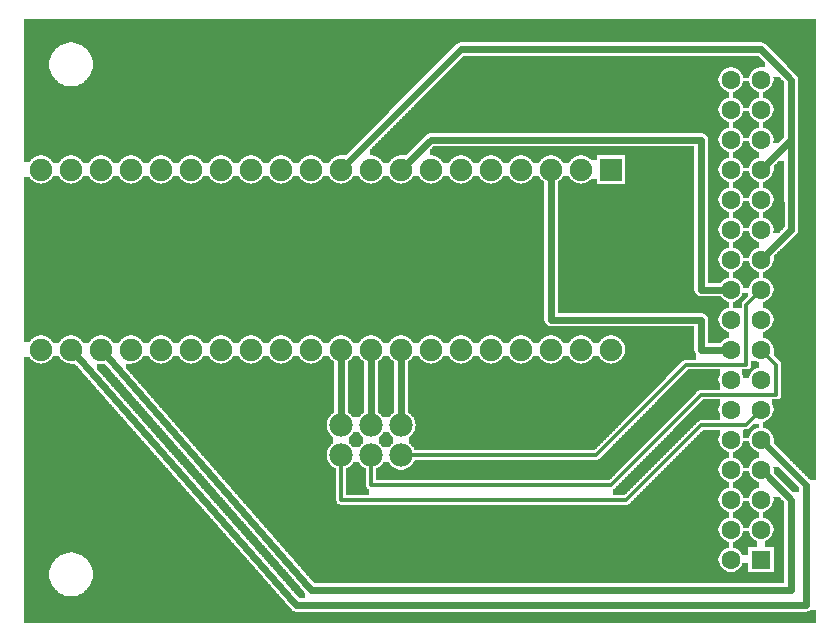
<source format=gtl>
G04 MADE WITH FRITZING*
G04 WWW.FRITZING.ORG*
G04 DOUBLE SIDED*
G04 HOLES PLATED*
G04 CONTOUR ON CENTER OF CONTOUR VECTOR*
%ASAXBY*%
%FSLAX23Y23*%
%MOIN*%
%OFA0B0*%
%SFA1.0B1.0*%
%ADD10C,0.075000*%
%ADD11C,0.078000*%
%ADD12C,0.062992*%
%ADD13R,0.075000X0.075000*%
%ADD14R,0.062992X0.062992*%
%ADD15C,0.024000*%
%ADD16C,0.012000*%
%LNCOPPER1*%
G90*
G70*
G54D10*
X2598Y1972D03*
X1473Y1814D03*
X2093Y1572D03*
X527Y826D03*
X123Y1424D03*
X120Y823D03*
X1998Y1552D03*
X1998Y952D03*
X1898Y1552D03*
X1898Y952D03*
X1798Y1552D03*
X1798Y952D03*
X1698Y1552D03*
X1698Y952D03*
X1598Y1552D03*
X1598Y952D03*
X1498Y1552D03*
X1498Y952D03*
X1398Y1552D03*
X1398Y952D03*
X1298Y1552D03*
X1298Y952D03*
X1198Y1552D03*
X1198Y952D03*
X1098Y1552D03*
X1098Y952D03*
X998Y1552D03*
X998Y952D03*
X898Y1552D03*
X898Y952D03*
X798Y1552D03*
X798Y952D03*
X698Y1552D03*
X698Y952D03*
X598Y1552D03*
X598Y952D03*
X498Y1552D03*
X498Y952D03*
X398Y1552D03*
X398Y952D03*
X298Y1552D03*
X298Y952D03*
X198Y1552D03*
X198Y952D03*
X98Y1552D03*
X98Y952D03*
G54D11*
X1298Y601D03*
X1198Y601D03*
X1098Y601D03*
G54D12*
X2398Y252D03*
X2398Y352D03*
X2398Y452D03*
X2398Y552D03*
X2398Y652D03*
X2398Y752D03*
X2398Y852D03*
X2398Y952D03*
X2398Y1052D03*
X2398Y1152D03*
X2398Y1252D03*
X2398Y1352D03*
X2398Y1452D03*
X2398Y1552D03*
X2398Y1652D03*
X2398Y1752D03*
X2398Y1852D03*
X2498Y252D03*
X2498Y352D03*
X2498Y452D03*
X2498Y552D03*
X2498Y652D03*
X2498Y752D03*
X2498Y852D03*
X2498Y952D03*
X2498Y1052D03*
X2498Y1152D03*
X2498Y1252D03*
X2498Y1352D03*
X2498Y1452D03*
X2498Y1552D03*
X2498Y1652D03*
X2498Y1752D03*
X2498Y1852D03*
G54D11*
X1298Y701D03*
X1198Y701D03*
X1098Y701D03*
G54D13*
X1998Y1552D03*
G54D14*
X2498Y252D03*
G54D15*
X2599Y1352D02*
X2516Y1270D01*
D02*
X2598Y1652D02*
X2516Y1570D01*
D02*
X2599Y1352D02*
X2598Y1652D01*
D02*
X2598Y1852D02*
X2499Y1953D01*
D02*
X1497Y1953D02*
X1118Y1573D01*
D02*
X2499Y1953D02*
X1497Y1953D01*
D02*
X2598Y1652D02*
X2598Y1852D01*
D02*
X2520Y1574D02*
X2598Y1652D01*
D02*
X1798Y1052D02*
X2298Y1052D01*
D02*
X2298Y1052D02*
X2298Y952D01*
D02*
X2298Y952D02*
X2367Y952D01*
D02*
X1798Y1524D02*
X1798Y1052D01*
D02*
X950Y101D02*
X2647Y101D01*
D02*
X2647Y101D02*
X2647Y501D01*
D02*
X217Y931D02*
X949Y101D01*
D02*
X2647Y501D02*
X2516Y635D01*
D02*
X2498Y152D02*
X2598Y152D01*
D02*
X2598Y152D02*
X2598Y452D01*
D02*
X998Y152D02*
X2498Y152D01*
D02*
X2598Y452D02*
X2520Y530D01*
D02*
X317Y931D02*
X998Y152D01*
D02*
X1398Y1652D02*
X1318Y1573D01*
D02*
X2298Y1652D02*
X1398Y1652D01*
D02*
X2298Y1152D02*
X2298Y1652D01*
D02*
X2367Y1152D02*
X2298Y1152D01*
G54D16*
D02*
X2049Y451D02*
X2298Y699D01*
D02*
X1098Y576D02*
X1098Y451D01*
D02*
X1098Y451D02*
X2049Y451D01*
D02*
X2298Y699D02*
X2447Y701D01*
D02*
X2447Y701D02*
X2480Y734D01*
D02*
X1998Y499D02*
X2298Y802D01*
D02*
X1198Y499D02*
X1998Y499D01*
D02*
X2298Y802D02*
X2549Y801D01*
D02*
X1198Y576D02*
X1198Y499D01*
D02*
X2549Y901D02*
X2516Y934D01*
D02*
X2549Y801D02*
X2549Y901D01*
D02*
X1949Y599D02*
X2247Y901D01*
D02*
X2247Y901D02*
X2449Y901D01*
D02*
X1323Y600D02*
X1949Y599D01*
D02*
X2449Y1101D02*
X2480Y1134D01*
D02*
X2449Y901D02*
X2449Y1101D01*
G54D15*
D02*
X1098Y731D02*
X1098Y924D01*
D02*
X1198Y731D02*
X1198Y924D01*
D02*
X1298Y731D02*
X1298Y924D01*
G36*
X40Y2054D02*
X40Y1976D01*
X2502Y1976D01*
X2502Y1974D01*
X2508Y1974D01*
X2508Y1972D01*
X2512Y1972D01*
X2512Y1970D01*
X2514Y1970D01*
X2514Y1968D01*
X2516Y1968D01*
X2516Y1966D01*
X2518Y1966D01*
X2518Y1964D01*
X2520Y1964D01*
X2520Y1962D01*
X2522Y1962D01*
X2522Y1960D01*
X2524Y1960D01*
X2524Y1958D01*
X2526Y1958D01*
X2526Y1956D01*
X2528Y1956D01*
X2528Y1954D01*
X2530Y1954D01*
X2530Y1952D01*
X2532Y1952D01*
X2532Y1950D01*
X2534Y1950D01*
X2534Y1948D01*
X2536Y1948D01*
X2536Y1946D01*
X2538Y1946D01*
X2538Y1944D01*
X2540Y1944D01*
X2540Y1942D01*
X2542Y1942D01*
X2542Y1940D01*
X2544Y1940D01*
X2544Y1938D01*
X2546Y1938D01*
X2546Y1936D01*
X2548Y1936D01*
X2548Y1934D01*
X2550Y1934D01*
X2550Y1932D01*
X2552Y1932D01*
X2552Y1930D01*
X2554Y1930D01*
X2554Y1928D01*
X2556Y1928D01*
X2556Y1926D01*
X2558Y1926D01*
X2558Y1924D01*
X2560Y1924D01*
X2560Y1922D01*
X2562Y1922D01*
X2562Y1920D01*
X2564Y1920D01*
X2564Y1918D01*
X2566Y1918D01*
X2566Y1916D01*
X2568Y1916D01*
X2568Y1914D01*
X2570Y1914D01*
X2570Y1912D01*
X2572Y1912D01*
X2572Y1910D01*
X2574Y1910D01*
X2574Y1908D01*
X2576Y1908D01*
X2576Y1906D01*
X2578Y1906D01*
X2578Y1904D01*
X2580Y1904D01*
X2580Y1902D01*
X2582Y1902D01*
X2582Y1900D01*
X2584Y1900D01*
X2584Y1896D01*
X2586Y1896D01*
X2586Y1894D01*
X2588Y1894D01*
X2588Y1892D01*
X2590Y1892D01*
X2590Y1890D01*
X2592Y1890D01*
X2592Y1888D01*
X2594Y1888D01*
X2594Y1886D01*
X2596Y1886D01*
X2596Y1884D01*
X2598Y1884D01*
X2598Y1882D01*
X2600Y1882D01*
X2600Y1880D01*
X2602Y1880D01*
X2602Y1878D01*
X2604Y1878D01*
X2604Y1876D01*
X2606Y1876D01*
X2606Y1874D01*
X2608Y1874D01*
X2608Y1872D01*
X2610Y1872D01*
X2610Y1870D01*
X2612Y1870D01*
X2612Y1868D01*
X2614Y1868D01*
X2614Y1866D01*
X2616Y1866D01*
X2616Y1864D01*
X2618Y1864D01*
X2618Y1860D01*
X2620Y1860D01*
X2620Y1448D01*
X2622Y1448D01*
X2622Y1348D01*
X2620Y1348D01*
X2620Y1342D01*
X2618Y1342D01*
X2618Y1338D01*
X2616Y1338D01*
X2616Y1336D01*
X2614Y1336D01*
X2614Y1334D01*
X2612Y1334D01*
X2612Y1332D01*
X2610Y1332D01*
X2610Y1330D01*
X2608Y1330D01*
X2608Y1328D01*
X2606Y1328D01*
X2606Y1326D01*
X2604Y1326D01*
X2604Y1324D01*
X2602Y1324D01*
X2602Y1322D01*
X2600Y1322D01*
X2600Y1320D01*
X2598Y1320D01*
X2598Y1318D01*
X2596Y1318D01*
X2596Y1316D01*
X2594Y1316D01*
X2594Y1314D01*
X2592Y1314D01*
X2592Y1312D01*
X2590Y1312D01*
X2590Y1310D01*
X2588Y1310D01*
X2588Y1308D01*
X2586Y1308D01*
X2586Y1306D01*
X2584Y1306D01*
X2584Y1304D01*
X2582Y1304D01*
X2582Y1302D01*
X2580Y1302D01*
X2580Y1300D01*
X2578Y1300D01*
X2578Y1298D01*
X2576Y1298D01*
X2576Y1296D01*
X2574Y1296D01*
X2574Y1294D01*
X2572Y1294D01*
X2572Y1292D01*
X2570Y1292D01*
X2570Y1290D01*
X2568Y1290D01*
X2568Y1288D01*
X2566Y1288D01*
X2566Y1286D01*
X2562Y1286D01*
X2562Y1284D01*
X2560Y1284D01*
X2560Y1282D01*
X2558Y1282D01*
X2558Y1280D01*
X2556Y1280D01*
X2556Y1278D01*
X2554Y1278D01*
X2554Y1276D01*
X2552Y1276D01*
X2552Y1274D01*
X2550Y1274D01*
X2550Y1272D01*
X2548Y1272D01*
X2548Y1270D01*
X2546Y1270D01*
X2546Y1268D01*
X2544Y1268D01*
X2544Y1266D01*
X2542Y1266D01*
X2542Y1264D01*
X2540Y1264D01*
X2540Y1246D01*
X2538Y1246D01*
X2538Y1240D01*
X2536Y1240D01*
X2536Y1234D01*
X2534Y1234D01*
X2534Y1232D01*
X2532Y1232D01*
X2532Y1228D01*
X2530Y1228D01*
X2530Y1226D01*
X2528Y1226D01*
X2528Y1224D01*
X2526Y1224D01*
X2526Y1222D01*
X2524Y1222D01*
X2524Y1220D01*
X2522Y1220D01*
X2522Y1218D01*
X2518Y1218D01*
X2518Y1216D01*
X2514Y1216D01*
X2514Y1214D01*
X2510Y1214D01*
X2510Y1212D01*
X2504Y1212D01*
X2504Y1192D01*
X2512Y1192D01*
X2512Y1190D01*
X2516Y1190D01*
X2516Y1188D01*
X2518Y1188D01*
X2518Y1186D01*
X2522Y1186D01*
X2522Y1184D01*
X2524Y1184D01*
X2524Y1182D01*
X2526Y1182D01*
X2526Y1180D01*
X2528Y1180D01*
X2528Y1178D01*
X2530Y1178D01*
X2530Y1176D01*
X2532Y1176D01*
X2532Y1172D01*
X2534Y1172D01*
X2534Y1170D01*
X2536Y1170D01*
X2536Y1166D01*
X2538Y1166D01*
X2538Y1158D01*
X2540Y1158D01*
X2540Y1146D01*
X2538Y1146D01*
X2538Y1140D01*
X2536Y1140D01*
X2536Y1134D01*
X2534Y1134D01*
X2534Y1132D01*
X2532Y1132D01*
X2532Y1128D01*
X2530Y1128D01*
X2530Y1126D01*
X2528Y1126D01*
X2528Y1124D01*
X2526Y1124D01*
X2526Y1122D01*
X2524Y1122D01*
X2524Y1120D01*
X2522Y1120D01*
X2522Y1118D01*
X2518Y1118D01*
X2518Y1116D01*
X2514Y1116D01*
X2514Y1114D01*
X2510Y1114D01*
X2510Y1112D01*
X2504Y1112D01*
X2504Y1092D01*
X2512Y1092D01*
X2512Y1090D01*
X2516Y1090D01*
X2516Y1088D01*
X2518Y1088D01*
X2518Y1086D01*
X2522Y1086D01*
X2522Y1084D01*
X2524Y1084D01*
X2524Y1082D01*
X2526Y1082D01*
X2526Y1080D01*
X2528Y1080D01*
X2528Y1078D01*
X2530Y1078D01*
X2530Y1076D01*
X2532Y1076D01*
X2532Y1072D01*
X2534Y1072D01*
X2534Y1070D01*
X2536Y1070D01*
X2536Y1066D01*
X2538Y1066D01*
X2538Y1058D01*
X2540Y1058D01*
X2540Y1046D01*
X2538Y1046D01*
X2538Y1040D01*
X2536Y1040D01*
X2536Y1034D01*
X2534Y1034D01*
X2534Y1032D01*
X2532Y1032D01*
X2532Y1028D01*
X2530Y1028D01*
X2530Y1026D01*
X2528Y1026D01*
X2528Y1024D01*
X2526Y1024D01*
X2526Y1022D01*
X2524Y1022D01*
X2524Y1020D01*
X2522Y1020D01*
X2522Y1018D01*
X2518Y1018D01*
X2518Y1016D01*
X2514Y1016D01*
X2514Y1014D01*
X2510Y1014D01*
X2510Y1012D01*
X2504Y1012D01*
X2504Y992D01*
X2512Y992D01*
X2512Y990D01*
X2516Y990D01*
X2516Y988D01*
X2518Y988D01*
X2518Y986D01*
X2522Y986D01*
X2522Y984D01*
X2524Y984D01*
X2524Y982D01*
X2526Y982D01*
X2526Y980D01*
X2528Y980D01*
X2528Y978D01*
X2530Y978D01*
X2530Y976D01*
X2532Y976D01*
X2532Y972D01*
X2534Y972D01*
X2534Y970D01*
X2536Y970D01*
X2536Y966D01*
X2538Y966D01*
X2538Y958D01*
X2540Y958D01*
X2540Y932D01*
X2542Y932D01*
X2542Y930D01*
X2544Y930D01*
X2544Y928D01*
X2546Y928D01*
X2546Y926D01*
X2548Y926D01*
X2548Y924D01*
X2550Y924D01*
X2550Y922D01*
X2552Y922D01*
X2552Y920D01*
X2554Y920D01*
X2554Y918D01*
X2556Y918D01*
X2556Y916D01*
X2558Y916D01*
X2558Y914D01*
X2560Y914D01*
X2560Y912D01*
X2562Y912D01*
X2562Y910D01*
X2564Y910D01*
X2564Y904D01*
X2566Y904D01*
X2566Y798D01*
X2564Y798D01*
X2564Y792D01*
X2562Y792D01*
X2562Y790D01*
X2560Y790D01*
X2560Y788D01*
X2556Y788D01*
X2556Y786D01*
X2536Y786D01*
X2536Y766D01*
X2538Y766D01*
X2538Y758D01*
X2540Y758D01*
X2540Y746D01*
X2538Y746D01*
X2538Y740D01*
X2536Y740D01*
X2536Y734D01*
X2534Y734D01*
X2534Y732D01*
X2532Y732D01*
X2532Y728D01*
X2530Y728D01*
X2530Y726D01*
X2528Y726D01*
X2528Y724D01*
X2526Y724D01*
X2526Y722D01*
X2524Y722D01*
X2524Y720D01*
X2522Y720D01*
X2522Y718D01*
X2518Y718D01*
X2518Y716D01*
X2514Y716D01*
X2514Y714D01*
X2510Y714D01*
X2510Y712D01*
X2504Y712D01*
X2504Y692D01*
X2512Y692D01*
X2512Y690D01*
X2516Y690D01*
X2516Y688D01*
X2518Y688D01*
X2518Y686D01*
X2522Y686D01*
X2522Y684D01*
X2524Y684D01*
X2524Y682D01*
X2526Y682D01*
X2526Y680D01*
X2528Y680D01*
X2528Y678D01*
X2530Y678D01*
X2530Y676D01*
X2532Y676D01*
X2532Y672D01*
X2534Y672D01*
X2534Y670D01*
X2536Y670D01*
X2536Y666D01*
X2538Y666D01*
X2538Y658D01*
X2540Y658D01*
X2540Y640D01*
X2542Y640D01*
X2542Y638D01*
X2544Y638D01*
X2544Y636D01*
X2546Y636D01*
X2546Y634D01*
X2548Y634D01*
X2548Y632D01*
X2550Y632D01*
X2550Y630D01*
X2552Y630D01*
X2552Y628D01*
X2554Y628D01*
X2554Y626D01*
X2556Y626D01*
X2556Y624D01*
X2558Y624D01*
X2558Y622D01*
X2560Y622D01*
X2560Y620D01*
X2562Y620D01*
X2562Y618D01*
X2564Y618D01*
X2564Y616D01*
X2566Y616D01*
X2566Y614D01*
X2568Y614D01*
X2568Y612D01*
X2570Y612D01*
X2570Y610D01*
X2572Y610D01*
X2572Y608D01*
X2574Y608D01*
X2574Y606D01*
X2576Y606D01*
X2576Y604D01*
X2578Y604D01*
X2578Y602D01*
X2580Y602D01*
X2580Y600D01*
X2582Y600D01*
X2582Y598D01*
X2584Y598D01*
X2584Y596D01*
X2586Y596D01*
X2586Y594D01*
X2588Y594D01*
X2588Y592D01*
X2590Y592D01*
X2590Y590D01*
X2592Y590D01*
X2592Y588D01*
X2594Y588D01*
X2594Y584D01*
X2596Y584D01*
X2596Y582D01*
X2598Y582D01*
X2598Y580D01*
X2600Y580D01*
X2600Y578D01*
X2602Y578D01*
X2602Y576D01*
X2604Y576D01*
X2604Y574D01*
X2606Y574D01*
X2606Y572D01*
X2608Y572D01*
X2608Y570D01*
X2610Y570D01*
X2610Y568D01*
X2612Y568D01*
X2612Y566D01*
X2614Y566D01*
X2614Y564D01*
X2616Y564D01*
X2616Y562D01*
X2618Y562D01*
X2618Y560D01*
X2620Y560D01*
X2620Y558D01*
X2622Y558D01*
X2622Y556D01*
X2624Y556D01*
X2624Y554D01*
X2626Y554D01*
X2626Y552D01*
X2628Y552D01*
X2628Y550D01*
X2630Y550D01*
X2630Y548D01*
X2632Y548D01*
X2632Y546D01*
X2634Y546D01*
X2634Y544D01*
X2636Y544D01*
X2636Y542D01*
X2638Y542D01*
X2638Y540D01*
X2640Y540D01*
X2640Y538D01*
X2642Y538D01*
X2642Y536D01*
X2644Y536D01*
X2644Y534D01*
X2646Y534D01*
X2646Y532D01*
X2648Y532D01*
X2648Y530D01*
X2650Y530D01*
X2650Y528D01*
X2652Y528D01*
X2652Y526D01*
X2654Y526D01*
X2654Y524D01*
X2656Y524D01*
X2656Y522D01*
X2658Y522D01*
X2658Y520D01*
X2660Y520D01*
X2660Y518D01*
X2680Y518D01*
X2680Y2054D01*
X40Y2054D01*
G37*
D02*
G36*
X40Y1976D02*
X40Y1830D01*
X182Y1830D01*
X182Y1832D01*
X176Y1832D01*
X176Y1834D01*
X170Y1834D01*
X170Y1836D01*
X166Y1836D01*
X166Y1838D01*
X162Y1838D01*
X162Y1840D01*
X160Y1840D01*
X160Y1842D01*
X156Y1842D01*
X156Y1844D01*
X154Y1844D01*
X154Y1846D01*
X152Y1846D01*
X152Y1848D01*
X150Y1848D01*
X150Y1850D01*
X148Y1850D01*
X148Y1852D01*
X146Y1852D01*
X146Y1854D01*
X144Y1854D01*
X144Y1856D01*
X142Y1856D01*
X142Y1858D01*
X140Y1858D01*
X140Y1860D01*
X138Y1860D01*
X138Y1864D01*
X136Y1864D01*
X136Y1866D01*
X134Y1866D01*
X134Y1870D01*
X132Y1870D01*
X132Y1874D01*
X130Y1874D01*
X130Y1880D01*
X128Y1880D01*
X128Y1886D01*
X126Y1886D01*
X126Y1918D01*
X128Y1918D01*
X128Y1924D01*
X130Y1924D01*
X130Y1930D01*
X132Y1930D01*
X132Y1934D01*
X134Y1934D01*
X134Y1938D01*
X136Y1938D01*
X136Y1942D01*
X138Y1942D01*
X138Y1944D01*
X140Y1944D01*
X140Y1946D01*
X142Y1946D01*
X142Y1948D01*
X144Y1948D01*
X144Y1952D01*
X146Y1952D01*
X146Y1954D01*
X148Y1954D01*
X148Y1956D01*
X150Y1956D01*
X150Y1958D01*
X154Y1958D01*
X154Y1960D01*
X156Y1960D01*
X156Y1962D01*
X158Y1962D01*
X158Y1964D01*
X162Y1964D01*
X162Y1966D01*
X166Y1966D01*
X166Y1968D01*
X170Y1968D01*
X170Y1970D01*
X174Y1970D01*
X174Y1972D01*
X180Y1972D01*
X180Y1974D01*
X192Y1974D01*
X192Y1976D01*
X40Y1976D01*
G37*
D02*
G36*
X204Y1976D02*
X204Y1974D01*
X216Y1974D01*
X216Y1972D01*
X222Y1972D01*
X222Y1970D01*
X226Y1970D01*
X226Y1968D01*
X230Y1968D01*
X230Y1966D01*
X234Y1966D01*
X234Y1964D01*
X238Y1964D01*
X238Y1962D01*
X240Y1962D01*
X240Y1960D01*
X242Y1960D01*
X242Y1958D01*
X246Y1958D01*
X246Y1956D01*
X248Y1956D01*
X248Y1954D01*
X250Y1954D01*
X250Y1952D01*
X252Y1952D01*
X252Y1950D01*
X254Y1950D01*
X254Y1946D01*
X256Y1946D01*
X256Y1944D01*
X258Y1944D01*
X258Y1942D01*
X260Y1942D01*
X260Y1938D01*
X262Y1938D01*
X262Y1934D01*
X264Y1934D01*
X264Y1930D01*
X266Y1930D01*
X266Y1926D01*
X268Y1926D01*
X268Y1918D01*
X270Y1918D01*
X270Y1906D01*
X272Y1906D01*
X272Y1898D01*
X270Y1898D01*
X270Y1886D01*
X268Y1886D01*
X268Y1880D01*
X266Y1880D01*
X266Y1874D01*
X264Y1874D01*
X264Y1870D01*
X262Y1870D01*
X262Y1866D01*
X260Y1866D01*
X260Y1864D01*
X258Y1864D01*
X258Y1860D01*
X256Y1860D01*
X256Y1858D01*
X254Y1858D01*
X254Y1856D01*
X252Y1856D01*
X252Y1852D01*
X250Y1852D01*
X250Y1850D01*
X246Y1850D01*
X246Y1848D01*
X244Y1848D01*
X244Y1846D01*
X242Y1846D01*
X242Y1844D01*
X240Y1844D01*
X240Y1842D01*
X236Y1842D01*
X236Y1840D01*
X234Y1840D01*
X234Y1838D01*
X230Y1838D01*
X230Y1836D01*
X226Y1836D01*
X226Y1834D01*
X220Y1834D01*
X220Y1832D01*
X214Y1832D01*
X214Y1830D01*
X1344Y1830D01*
X1344Y1832D01*
X1346Y1832D01*
X1346Y1834D01*
X1348Y1834D01*
X1348Y1836D01*
X1350Y1836D01*
X1350Y1838D01*
X1352Y1838D01*
X1352Y1840D01*
X1354Y1840D01*
X1354Y1842D01*
X1356Y1842D01*
X1356Y1844D01*
X1358Y1844D01*
X1358Y1846D01*
X1360Y1846D01*
X1360Y1848D01*
X1362Y1848D01*
X1362Y1850D01*
X1364Y1850D01*
X1364Y1852D01*
X1366Y1852D01*
X1366Y1854D01*
X1368Y1854D01*
X1368Y1856D01*
X1370Y1856D01*
X1370Y1858D01*
X1372Y1858D01*
X1372Y1860D01*
X1374Y1860D01*
X1374Y1862D01*
X1376Y1862D01*
X1376Y1864D01*
X1378Y1864D01*
X1378Y1866D01*
X1380Y1866D01*
X1380Y1868D01*
X1382Y1868D01*
X1382Y1870D01*
X1384Y1870D01*
X1384Y1872D01*
X1386Y1872D01*
X1386Y1874D01*
X1388Y1874D01*
X1388Y1876D01*
X1390Y1876D01*
X1390Y1878D01*
X1392Y1878D01*
X1392Y1880D01*
X1394Y1880D01*
X1394Y1882D01*
X1396Y1882D01*
X1396Y1884D01*
X1398Y1884D01*
X1398Y1886D01*
X1400Y1886D01*
X1400Y1888D01*
X1402Y1888D01*
X1402Y1890D01*
X1404Y1890D01*
X1404Y1892D01*
X1406Y1892D01*
X1406Y1894D01*
X1408Y1894D01*
X1408Y1896D01*
X1410Y1896D01*
X1410Y1898D01*
X1412Y1898D01*
X1412Y1900D01*
X1414Y1900D01*
X1414Y1902D01*
X1416Y1902D01*
X1416Y1904D01*
X1418Y1904D01*
X1418Y1906D01*
X1420Y1906D01*
X1420Y1908D01*
X1422Y1908D01*
X1422Y1910D01*
X1424Y1910D01*
X1424Y1912D01*
X1426Y1912D01*
X1426Y1914D01*
X1428Y1914D01*
X1428Y1916D01*
X1430Y1916D01*
X1430Y1918D01*
X1432Y1918D01*
X1432Y1920D01*
X1434Y1920D01*
X1434Y1922D01*
X1436Y1922D01*
X1436Y1924D01*
X1438Y1924D01*
X1438Y1926D01*
X1440Y1926D01*
X1440Y1928D01*
X1442Y1928D01*
X1442Y1930D01*
X1444Y1930D01*
X1444Y1932D01*
X1446Y1932D01*
X1446Y1934D01*
X1448Y1934D01*
X1448Y1936D01*
X1450Y1936D01*
X1450Y1938D01*
X1452Y1938D01*
X1452Y1940D01*
X1454Y1940D01*
X1454Y1942D01*
X1456Y1942D01*
X1456Y1944D01*
X1458Y1944D01*
X1458Y1946D01*
X1460Y1946D01*
X1460Y1948D01*
X1462Y1948D01*
X1462Y1950D01*
X1464Y1950D01*
X1464Y1952D01*
X1466Y1952D01*
X1466Y1954D01*
X1468Y1954D01*
X1468Y1956D01*
X1470Y1956D01*
X1470Y1958D01*
X1472Y1958D01*
X1472Y1960D01*
X1474Y1960D01*
X1474Y1962D01*
X1476Y1962D01*
X1476Y1964D01*
X1478Y1964D01*
X1478Y1966D01*
X1480Y1966D01*
X1480Y1968D01*
X1482Y1968D01*
X1482Y1970D01*
X1484Y1970D01*
X1484Y1972D01*
X1488Y1972D01*
X1488Y1974D01*
X1494Y1974D01*
X1494Y1976D01*
X204Y1976D01*
G37*
D02*
G36*
X40Y1830D02*
X40Y1828D01*
X1342Y1828D01*
X1342Y1830D01*
X40Y1830D01*
G37*
D02*
G36*
X40Y1830D02*
X40Y1828D01*
X1342Y1828D01*
X1342Y1830D01*
X40Y1830D01*
G37*
D02*
G36*
X40Y1828D02*
X40Y1600D01*
X1006Y1600D01*
X1006Y1598D01*
X1012Y1598D01*
X1012Y1596D01*
X1016Y1596D01*
X1016Y1594D01*
X1020Y1594D01*
X1020Y1592D01*
X1024Y1592D01*
X1024Y1590D01*
X1026Y1590D01*
X1026Y1588D01*
X1028Y1588D01*
X1028Y1586D01*
X1030Y1586D01*
X1030Y1584D01*
X1032Y1584D01*
X1032Y1582D01*
X1034Y1582D01*
X1034Y1580D01*
X1036Y1580D01*
X1036Y1578D01*
X1038Y1578D01*
X1038Y1574D01*
X1058Y1574D01*
X1058Y1576D01*
X1060Y1576D01*
X1060Y1580D01*
X1062Y1580D01*
X1062Y1582D01*
X1064Y1582D01*
X1064Y1584D01*
X1066Y1584D01*
X1066Y1586D01*
X1068Y1586D01*
X1068Y1588D01*
X1070Y1588D01*
X1070Y1590D01*
X1072Y1590D01*
X1072Y1592D01*
X1076Y1592D01*
X1076Y1594D01*
X1080Y1594D01*
X1080Y1596D01*
X1084Y1596D01*
X1084Y1598D01*
X1090Y1598D01*
X1090Y1600D01*
X1116Y1600D01*
X1116Y1602D01*
X1118Y1602D01*
X1118Y1604D01*
X1120Y1604D01*
X1120Y1606D01*
X1122Y1606D01*
X1122Y1608D01*
X1124Y1608D01*
X1124Y1610D01*
X1126Y1610D01*
X1126Y1612D01*
X1128Y1612D01*
X1128Y1614D01*
X1130Y1614D01*
X1130Y1616D01*
X1132Y1616D01*
X1132Y1618D01*
X1134Y1618D01*
X1134Y1620D01*
X1136Y1620D01*
X1136Y1622D01*
X1138Y1622D01*
X1138Y1624D01*
X1140Y1624D01*
X1140Y1626D01*
X1142Y1626D01*
X1142Y1628D01*
X1144Y1628D01*
X1144Y1630D01*
X1146Y1630D01*
X1146Y1632D01*
X1148Y1632D01*
X1148Y1634D01*
X1150Y1634D01*
X1150Y1636D01*
X1152Y1636D01*
X1152Y1638D01*
X1154Y1638D01*
X1154Y1640D01*
X1156Y1640D01*
X1156Y1642D01*
X1158Y1642D01*
X1158Y1644D01*
X1160Y1644D01*
X1160Y1646D01*
X1162Y1646D01*
X1162Y1648D01*
X1164Y1648D01*
X1164Y1650D01*
X1166Y1650D01*
X1166Y1652D01*
X1168Y1652D01*
X1168Y1654D01*
X1170Y1654D01*
X1170Y1656D01*
X1172Y1656D01*
X1172Y1658D01*
X1174Y1658D01*
X1174Y1660D01*
X1176Y1660D01*
X1176Y1662D01*
X1178Y1662D01*
X1178Y1664D01*
X1180Y1664D01*
X1180Y1666D01*
X1182Y1666D01*
X1182Y1668D01*
X1184Y1668D01*
X1184Y1670D01*
X1186Y1670D01*
X1186Y1672D01*
X1188Y1672D01*
X1188Y1674D01*
X1190Y1674D01*
X1190Y1676D01*
X1192Y1676D01*
X1192Y1678D01*
X1194Y1678D01*
X1194Y1680D01*
X1196Y1680D01*
X1196Y1682D01*
X1198Y1682D01*
X1198Y1684D01*
X1200Y1684D01*
X1200Y1686D01*
X1202Y1686D01*
X1202Y1688D01*
X1204Y1688D01*
X1204Y1690D01*
X1206Y1690D01*
X1206Y1692D01*
X1208Y1692D01*
X1208Y1694D01*
X1210Y1694D01*
X1210Y1696D01*
X1212Y1696D01*
X1212Y1698D01*
X1214Y1698D01*
X1214Y1700D01*
X1216Y1700D01*
X1216Y1702D01*
X1218Y1702D01*
X1218Y1704D01*
X1220Y1704D01*
X1220Y1706D01*
X1222Y1706D01*
X1222Y1708D01*
X1224Y1708D01*
X1224Y1710D01*
X1226Y1710D01*
X1226Y1712D01*
X1228Y1712D01*
X1228Y1714D01*
X1230Y1714D01*
X1230Y1716D01*
X1232Y1716D01*
X1232Y1718D01*
X1234Y1718D01*
X1234Y1720D01*
X1236Y1720D01*
X1236Y1722D01*
X1238Y1722D01*
X1238Y1724D01*
X1240Y1724D01*
X1240Y1726D01*
X1242Y1726D01*
X1242Y1728D01*
X1244Y1728D01*
X1244Y1730D01*
X1246Y1730D01*
X1246Y1732D01*
X1248Y1732D01*
X1248Y1734D01*
X1250Y1734D01*
X1250Y1736D01*
X1252Y1736D01*
X1252Y1738D01*
X1254Y1738D01*
X1254Y1740D01*
X1256Y1740D01*
X1256Y1742D01*
X1258Y1742D01*
X1258Y1746D01*
X1260Y1746D01*
X1260Y1748D01*
X1262Y1748D01*
X1262Y1750D01*
X1264Y1750D01*
X1264Y1752D01*
X1266Y1752D01*
X1266Y1754D01*
X1268Y1754D01*
X1268Y1756D01*
X1270Y1756D01*
X1270Y1758D01*
X1272Y1758D01*
X1272Y1760D01*
X1274Y1760D01*
X1274Y1762D01*
X1276Y1762D01*
X1276Y1764D01*
X1278Y1764D01*
X1278Y1766D01*
X1280Y1766D01*
X1280Y1768D01*
X1282Y1768D01*
X1282Y1770D01*
X1284Y1770D01*
X1284Y1772D01*
X1286Y1772D01*
X1286Y1774D01*
X1288Y1774D01*
X1288Y1776D01*
X1290Y1776D01*
X1290Y1778D01*
X1292Y1778D01*
X1292Y1780D01*
X1294Y1780D01*
X1294Y1782D01*
X1296Y1782D01*
X1296Y1784D01*
X1298Y1784D01*
X1298Y1786D01*
X1300Y1786D01*
X1300Y1788D01*
X1302Y1788D01*
X1302Y1790D01*
X1304Y1790D01*
X1304Y1792D01*
X1306Y1792D01*
X1306Y1794D01*
X1308Y1794D01*
X1308Y1796D01*
X1310Y1796D01*
X1310Y1798D01*
X1312Y1798D01*
X1312Y1800D01*
X1314Y1800D01*
X1314Y1802D01*
X1316Y1802D01*
X1316Y1804D01*
X1318Y1804D01*
X1318Y1806D01*
X1320Y1806D01*
X1320Y1808D01*
X1322Y1808D01*
X1322Y1810D01*
X1324Y1810D01*
X1324Y1812D01*
X1326Y1812D01*
X1326Y1814D01*
X1328Y1814D01*
X1328Y1816D01*
X1330Y1816D01*
X1330Y1818D01*
X1332Y1818D01*
X1332Y1820D01*
X1334Y1820D01*
X1334Y1822D01*
X1336Y1822D01*
X1336Y1824D01*
X1338Y1824D01*
X1338Y1826D01*
X1340Y1826D01*
X1340Y1828D01*
X40Y1828D01*
G37*
D02*
G36*
X40Y1600D02*
X40Y1576D01*
X60Y1576D01*
X60Y1580D01*
X62Y1580D01*
X62Y1582D01*
X64Y1582D01*
X64Y1584D01*
X66Y1584D01*
X66Y1586D01*
X68Y1586D01*
X68Y1588D01*
X70Y1588D01*
X70Y1590D01*
X72Y1590D01*
X72Y1592D01*
X76Y1592D01*
X76Y1594D01*
X80Y1594D01*
X80Y1596D01*
X84Y1596D01*
X84Y1598D01*
X90Y1598D01*
X90Y1600D01*
X40Y1600D01*
G37*
D02*
G36*
X106Y1600D02*
X106Y1598D01*
X112Y1598D01*
X112Y1596D01*
X116Y1596D01*
X116Y1594D01*
X120Y1594D01*
X120Y1592D01*
X124Y1592D01*
X124Y1590D01*
X126Y1590D01*
X126Y1588D01*
X128Y1588D01*
X128Y1586D01*
X130Y1586D01*
X130Y1584D01*
X132Y1584D01*
X132Y1582D01*
X134Y1582D01*
X134Y1580D01*
X136Y1580D01*
X136Y1578D01*
X138Y1578D01*
X138Y1574D01*
X158Y1574D01*
X158Y1576D01*
X160Y1576D01*
X160Y1580D01*
X162Y1580D01*
X162Y1582D01*
X164Y1582D01*
X164Y1584D01*
X166Y1584D01*
X166Y1586D01*
X168Y1586D01*
X168Y1588D01*
X170Y1588D01*
X170Y1590D01*
X172Y1590D01*
X172Y1592D01*
X176Y1592D01*
X176Y1594D01*
X180Y1594D01*
X180Y1596D01*
X184Y1596D01*
X184Y1598D01*
X190Y1598D01*
X190Y1600D01*
X106Y1600D01*
G37*
D02*
G36*
X206Y1600D02*
X206Y1598D01*
X212Y1598D01*
X212Y1596D01*
X216Y1596D01*
X216Y1594D01*
X220Y1594D01*
X220Y1592D01*
X224Y1592D01*
X224Y1590D01*
X226Y1590D01*
X226Y1588D01*
X228Y1588D01*
X228Y1586D01*
X230Y1586D01*
X230Y1584D01*
X232Y1584D01*
X232Y1582D01*
X234Y1582D01*
X234Y1580D01*
X236Y1580D01*
X236Y1578D01*
X238Y1578D01*
X238Y1574D01*
X258Y1574D01*
X258Y1576D01*
X260Y1576D01*
X260Y1580D01*
X262Y1580D01*
X262Y1582D01*
X264Y1582D01*
X264Y1584D01*
X266Y1584D01*
X266Y1586D01*
X268Y1586D01*
X268Y1588D01*
X270Y1588D01*
X270Y1590D01*
X272Y1590D01*
X272Y1592D01*
X276Y1592D01*
X276Y1594D01*
X280Y1594D01*
X280Y1596D01*
X284Y1596D01*
X284Y1598D01*
X290Y1598D01*
X290Y1600D01*
X206Y1600D01*
G37*
D02*
G36*
X306Y1600D02*
X306Y1598D01*
X312Y1598D01*
X312Y1596D01*
X316Y1596D01*
X316Y1594D01*
X320Y1594D01*
X320Y1592D01*
X324Y1592D01*
X324Y1590D01*
X326Y1590D01*
X326Y1588D01*
X328Y1588D01*
X328Y1586D01*
X330Y1586D01*
X330Y1584D01*
X332Y1584D01*
X332Y1582D01*
X334Y1582D01*
X334Y1580D01*
X336Y1580D01*
X336Y1578D01*
X338Y1578D01*
X338Y1574D01*
X358Y1574D01*
X358Y1576D01*
X360Y1576D01*
X360Y1580D01*
X362Y1580D01*
X362Y1582D01*
X364Y1582D01*
X364Y1584D01*
X366Y1584D01*
X366Y1586D01*
X368Y1586D01*
X368Y1588D01*
X370Y1588D01*
X370Y1590D01*
X372Y1590D01*
X372Y1592D01*
X376Y1592D01*
X376Y1594D01*
X380Y1594D01*
X380Y1596D01*
X384Y1596D01*
X384Y1598D01*
X390Y1598D01*
X390Y1600D01*
X306Y1600D01*
G37*
D02*
G36*
X406Y1600D02*
X406Y1598D01*
X412Y1598D01*
X412Y1596D01*
X416Y1596D01*
X416Y1594D01*
X420Y1594D01*
X420Y1592D01*
X424Y1592D01*
X424Y1590D01*
X426Y1590D01*
X426Y1588D01*
X428Y1588D01*
X428Y1586D01*
X430Y1586D01*
X430Y1584D01*
X432Y1584D01*
X432Y1582D01*
X434Y1582D01*
X434Y1580D01*
X436Y1580D01*
X436Y1578D01*
X438Y1578D01*
X438Y1574D01*
X458Y1574D01*
X458Y1576D01*
X460Y1576D01*
X460Y1580D01*
X462Y1580D01*
X462Y1582D01*
X464Y1582D01*
X464Y1584D01*
X466Y1584D01*
X466Y1586D01*
X468Y1586D01*
X468Y1588D01*
X470Y1588D01*
X470Y1590D01*
X472Y1590D01*
X472Y1592D01*
X476Y1592D01*
X476Y1594D01*
X480Y1594D01*
X480Y1596D01*
X484Y1596D01*
X484Y1598D01*
X490Y1598D01*
X490Y1600D01*
X406Y1600D01*
G37*
D02*
G36*
X506Y1600D02*
X506Y1598D01*
X512Y1598D01*
X512Y1596D01*
X516Y1596D01*
X516Y1594D01*
X520Y1594D01*
X520Y1592D01*
X524Y1592D01*
X524Y1590D01*
X526Y1590D01*
X526Y1588D01*
X528Y1588D01*
X528Y1586D01*
X530Y1586D01*
X530Y1584D01*
X532Y1584D01*
X532Y1582D01*
X534Y1582D01*
X534Y1580D01*
X536Y1580D01*
X536Y1578D01*
X538Y1578D01*
X538Y1574D01*
X558Y1574D01*
X558Y1576D01*
X560Y1576D01*
X560Y1580D01*
X562Y1580D01*
X562Y1582D01*
X564Y1582D01*
X564Y1584D01*
X566Y1584D01*
X566Y1586D01*
X568Y1586D01*
X568Y1588D01*
X570Y1588D01*
X570Y1590D01*
X572Y1590D01*
X572Y1592D01*
X576Y1592D01*
X576Y1594D01*
X580Y1594D01*
X580Y1596D01*
X584Y1596D01*
X584Y1598D01*
X590Y1598D01*
X590Y1600D01*
X506Y1600D01*
G37*
D02*
G36*
X606Y1600D02*
X606Y1598D01*
X612Y1598D01*
X612Y1596D01*
X616Y1596D01*
X616Y1594D01*
X620Y1594D01*
X620Y1592D01*
X624Y1592D01*
X624Y1590D01*
X626Y1590D01*
X626Y1588D01*
X628Y1588D01*
X628Y1586D01*
X630Y1586D01*
X630Y1584D01*
X632Y1584D01*
X632Y1582D01*
X634Y1582D01*
X634Y1580D01*
X636Y1580D01*
X636Y1578D01*
X638Y1578D01*
X638Y1574D01*
X658Y1574D01*
X658Y1576D01*
X660Y1576D01*
X660Y1580D01*
X662Y1580D01*
X662Y1582D01*
X664Y1582D01*
X664Y1584D01*
X666Y1584D01*
X666Y1586D01*
X668Y1586D01*
X668Y1588D01*
X670Y1588D01*
X670Y1590D01*
X672Y1590D01*
X672Y1592D01*
X676Y1592D01*
X676Y1594D01*
X680Y1594D01*
X680Y1596D01*
X684Y1596D01*
X684Y1598D01*
X690Y1598D01*
X690Y1600D01*
X606Y1600D01*
G37*
D02*
G36*
X706Y1600D02*
X706Y1598D01*
X712Y1598D01*
X712Y1596D01*
X716Y1596D01*
X716Y1594D01*
X720Y1594D01*
X720Y1592D01*
X724Y1592D01*
X724Y1590D01*
X726Y1590D01*
X726Y1588D01*
X728Y1588D01*
X728Y1586D01*
X730Y1586D01*
X730Y1584D01*
X732Y1584D01*
X732Y1582D01*
X734Y1582D01*
X734Y1580D01*
X736Y1580D01*
X736Y1578D01*
X738Y1578D01*
X738Y1574D01*
X758Y1574D01*
X758Y1576D01*
X760Y1576D01*
X760Y1580D01*
X762Y1580D01*
X762Y1582D01*
X764Y1582D01*
X764Y1584D01*
X766Y1584D01*
X766Y1586D01*
X768Y1586D01*
X768Y1588D01*
X770Y1588D01*
X770Y1590D01*
X772Y1590D01*
X772Y1592D01*
X776Y1592D01*
X776Y1594D01*
X780Y1594D01*
X780Y1596D01*
X784Y1596D01*
X784Y1598D01*
X790Y1598D01*
X790Y1600D01*
X706Y1600D01*
G37*
D02*
G36*
X806Y1600D02*
X806Y1598D01*
X812Y1598D01*
X812Y1596D01*
X816Y1596D01*
X816Y1594D01*
X820Y1594D01*
X820Y1592D01*
X824Y1592D01*
X824Y1590D01*
X826Y1590D01*
X826Y1588D01*
X828Y1588D01*
X828Y1586D01*
X830Y1586D01*
X830Y1584D01*
X832Y1584D01*
X832Y1582D01*
X834Y1582D01*
X834Y1580D01*
X836Y1580D01*
X836Y1578D01*
X838Y1578D01*
X838Y1574D01*
X858Y1574D01*
X858Y1576D01*
X860Y1576D01*
X860Y1580D01*
X862Y1580D01*
X862Y1582D01*
X864Y1582D01*
X864Y1584D01*
X866Y1584D01*
X866Y1586D01*
X868Y1586D01*
X868Y1588D01*
X870Y1588D01*
X870Y1590D01*
X872Y1590D01*
X872Y1592D01*
X876Y1592D01*
X876Y1594D01*
X880Y1594D01*
X880Y1596D01*
X884Y1596D01*
X884Y1598D01*
X890Y1598D01*
X890Y1600D01*
X806Y1600D01*
G37*
D02*
G36*
X906Y1600D02*
X906Y1598D01*
X912Y1598D01*
X912Y1596D01*
X916Y1596D01*
X916Y1594D01*
X920Y1594D01*
X920Y1592D01*
X924Y1592D01*
X924Y1590D01*
X926Y1590D01*
X926Y1588D01*
X928Y1588D01*
X928Y1586D01*
X930Y1586D01*
X930Y1584D01*
X932Y1584D01*
X932Y1582D01*
X934Y1582D01*
X934Y1580D01*
X936Y1580D01*
X936Y1578D01*
X938Y1578D01*
X938Y1574D01*
X958Y1574D01*
X958Y1576D01*
X960Y1576D01*
X960Y1580D01*
X962Y1580D01*
X962Y1582D01*
X964Y1582D01*
X964Y1584D01*
X966Y1584D01*
X966Y1586D01*
X968Y1586D01*
X968Y1588D01*
X970Y1588D01*
X970Y1590D01*
X972Y1590D01*
X972Y1592D01*
X976Y1592D01*
X976Y1594D01*
X980Y1594D01*
X980Y1596D01*
X984Y1596D01*
X984Y1598D01*
X990Y1598D01*
X990Y1600D01*
X906Y1600D01*
G37*
D02*
G36*
X1506Y1932D02*
X1506Y1930D01*
X1504Y1930D01*
X1504Y1928D01*
X1502Y1928D01*
X1502Y1926D01*
X1500Y1926D01*
X1500Y1924D01*
X1498Y1924D01*
X1498Y1922D01*
X1496Y1922D01*
X1496Y1920D01*
X1494Y1920D01*
X1494Y1918D01*
X1492Y1918D01*
X1492Y1916D01*
X1490Y1916D01*
X1490Y1914D01*
X1488Y1914D01*
X1488Y1912D01*
X1486Y1912D01*
X1486Y1910D01*
X1484Y1910D01*
X1484Y1908D01*
X1482Y1908D01*
X1482Y1906D01*
X1480Y1906D01*
X1480Y1904D01*
X1478Y1904D01*
X1478Y1902D01*
X1476Y1902D01*
X1476Y1900D01*
X1474Y1900D01*
X1474Y1898D01*
X1472Y1898D01*
X1472Y1896D01*
X1470Y1896D01*
X1470Y1894D01*
X2404Y1894D01*
X2404Y1892D01*
X2412Y1892D01*
X2412Y1890D01*
X2416Y1890D01*
X2416Y1888D01*
X2418Y1888D01*
X2418Y1886D01*
X2422Y1886D01*
X2422Y1884D01*
X2424Y1884D01*
X2424Y1882D01*
X2426Y1882D01*
X2426Y1880D01*
X2428Y1880D01*
X2428Y1878D01*
X2430Y1878D01*
X2430Y1876D01*
X2432Y1876D01*
X2432Y1872D01*
X2434Y1872D01*
X2434Y1870D01*
X2436Y1870D01*
X2436Y1866D01*
X2438Y1866D01*
X2438Y1858D01*
X2458Y1858D01*
X2458Y1864D01*
X2460Y1864D01*
X2460Y1870D01*
X2462Y1870D01*
X2462Y1872D01*
X2464Y1872D01*
X2464Y1876D01*
X2466Y1876D01*
X2466Y1878D01*
X2468Y1878D01*
X2468Y1880D01*
X2470Y1880D01*
X2470Y1882D01*
X2472Y1882D01*
X2472Y1884D01*
X2474Y1884D01*
X2474Y1886D01*
X2478Y1886D01*
X2478Y1888D01*
X2480Y1888D01*
X2480Y1890D01*
X2484Y1890D01*
X2484Y1892D01*
X2492Y1892D01*
X2492Y1894D01*
X2510Y1894D01*
X2510Y1912D01*
X2508Y1912D01*
X2508Y1914D01*
X2506Y1914D01*
X2506Y1916D01*
X2504Y1916D01*
X2504Y1918D01*
X2502Y1918D01*
X2502Y1920D01*
X2500Y1920D01*
X2500Y1922D01*
X2498Y1922D01*
X2498Y1924D01*
X2496Y1924D01*
X2496Y1926D01*
X2494Y1926D01*
X2494Y1928D01*
X2492Y1928D01*
X2492Y1930D01*
X2490Y1930D01*
X2490Y1932D01*
X1506Y1932D01*
G37*
D02*
G36*
X1468Y1894D02*
X1468Y1892D01*
X1466Y1892D01*
X1466Y1890D01*
X1464Y1890D01*
X1464Y1888D01*
X1462Y1888D01*
X1462Y1886D01*
X1460Y1886D01*
X1460Y1884D01*
X1458Y1884D01*
X1458Y1882D01*
X1456Y1882D01*
X1456Y1880D01*
X1454Y1880D01*
X1454Y1878D01*
X1452Y1878D01*
X1452Y1876D01*
X1450Y1876D01*
X1450Y1874D01*
X1448Y1874D01*
X1448Y1872D01*
X1446Y1872D01*
X1446Y1870D01*
X1444Y1870D01*
X1444Y1868D01*
X1442Y1868D01*
X1442Y1866D01*
X1440Y1866D01*
X1440Y1864D01*
X1438Y1864D01*
X1438Y1862D01*
X1436Y1862D01*
X1436Y1860D01*
X1434Y1860D01*
X1434Y1858D01*
X1432Y1858D01*
X1432Y1856D01*
X1430Y1856D01*
X1430Y1854D01*
X1428Y1854D01*
X1428Y1852D01*
X1426Y1852D01*
X1426Y1850D01*
X1424Y1850D01*
X1424Y1848D01*
X1422Y1848D01*
X1422Y1846D01*
X1420Y1846D01*
X1420Y1844D01*
X1418Y1844D01*
X1418Y1842D01*
X1416Y1842D01*
X1416Y1840D01*
X1414Y1840D01*
X1414Y1838D01*
X1412Y1838D01*
X1412Y1836D01*
X1410Y1836D01*
X1410Y1834D01*
X1408Y1834D01*
X1408Y1832D01*
X1406Y1832D01*
X1406Y1830D01*
X1404Y1830D01*
X1404Y1828D01*
X1402Y1828D01*
X1402Y1826D01*
X1400Y1826D01*
X1400Y1824D01*
X1398Y1824D01*
X1398Y1822D01*
X1396Y1822D01*
X1396Y1820D01*
X1394Y1820D01*
X1394Y1818D01*
X1392Y1818D01*
X1392Y1816D01*
X1390Y1816D01*
X1390Y1814D01*
X1388Y1814D01*
X1388Y1812D01*
X1386Y1812D01*
X1386Y1810D01*
X1384Y1810D01*
X1384Y1808D01*
X1382Y1808D01*
X1382Y1806D01*
X1380Y1806D01*
X1380Y1804D01*
X1378Y1804D01*
X1378Y1802D01*
X1376Y1802D01*
X1376Y1800D01*
X1374Y1800D01*
X1374Y1798D01*
X1372Y1798D01*
X1372Y1796D01*
X1370Y1796D01*
X1370Y1794D01*
X1368Y1794D01*
X1368Y1792D01*
X1366Y1792D01*
X1366Y1790D01*
X1364Y1790D01*
X1364Y1788D01*
X1362Y1788D01*
X1362Y1786D01*
X1360Y1786D01*
X1360Y1784D01*
X1358Y1784D01*
X1358Y1782D01*
X1356Y1782D01*
X1356Y1780D01*
X1354Y1780D01*
X1354Y1778D01*
X1352Y1778D01*
X1352Y1776D01*
X1350Y1776D01*
X1350Y1774D01*
X1348Y1774D01*
X1348Y1772D01*
X1346Y1772D01*
X1346Y1770D01*
X1344Y1770D01*
X1344Y1768D01*
X1342Y1768D01*
X1342Y1764D01*
X1340Y1764D01*
X1340Y1762D01*
X1338Y1762D01*
X1338Y1760D01*
X1336Y1760D01*
X1336Y1758D01*
X1334Y1758D01*
X1334Y1756D01*
X1332Y1756D01*
X1332Y1754D01*
X1330Y1754D01*
X1330Y1752D01*
X1328Y1752D01*
X1328Y1750D01*
X1326Y1750D01*
X1326Y1748D01*
X1324Y1748D01*
X1324Y1746D01*
X1322Y1746D01*
X1322Y1744D01*
X1320Y1744D01*
X1320Y1742D01*
X1318Y1742D01*
X1318Y1740D01*
X1316Y1740D01*
X1316Y1738D01*
X1314Y1738D01*
X1314Y1736D01*
X1312Y1736D01*
X1312Y1734D01*
X1310Y1734D01*
X1310Y1732D01*
X1308Y1732D01*
X1308Y1730D01*
X1306Y1730D01*
X1306Y1728D01*
X1304Y1728D01*
X1304Y1726D01*
X1302Y1726D01*
X1302Y1724D01*
X1300Y1724D01*
X1300Y1722D01*
X1298Y1722D01*
X1298Y1720D01*
X1296Y1720D01*
X1296Y1718D01*
X1294Y1718D01*
X1294Y1716D01*
X1292Y1716D01*
X1292Y1714D01*
X1290Y1714D01*
X1290Y1712D01*
X1288Y1712D01*
X1288Y1710D01*
X1286Y1710D01*
X1286Y1708D01*
X1284Y1708D01*
X1284Y1706D01*
X1282Y1706D01*
X1282Y1704D01*
X1280Y1704D01*
X1280Y1702D01*
X1278Y1702D01*
X1278Y1700D01*
X1276Y1700D01*
X1276Y1698D01*
X1274Y1698D01*
X1274Y1696D01*
X1272Y1696D01*
X1272Y1694D01*
X1270Y1694D01*
X1270Y1692D01*
X1268Y1692D01*
X1268Y1690D01*
X1266Y1690D01*
X1266Y1688D01*
X1264Y1688D01*
X1264Y1686D01*
X1262Y1686D01*
X1262Y1684D01*
X1260Y1684D01*
X1260Y1682D01*
X1258Y1682D01*
X1258Y1680D01*
X1256Y1680D01*
X1256Y1678D01*
X1254Y1678D01*
X1254Y1676D01*
X1252Y1676D01*
X1252Y1674D01*
X2306Y1674D01*
X2306Y1672D01*
X2310Y1672D01*
X2310Y1670D01*
X2312Y1670D01*
X2312Y1668D01*
X2314Y1668D01*
X2314Y1666D01*
X2316Y1666D01*
X2316Y1664D01*
X2318Y1664D01*
X2318Y1660D01*
X2320Y1660D01*
X2320Y1174D01*
X2364Y1174D01*
X2364Y1176D01*
X2366Y1176D01*
X2366Y1178D01*
X2368Y1178D01*
X2368Y1180D01*
X2370Y1180D01*
X2370Y1182D01*
X2372Y1182D01*
X2372Y1184D01*
X2374Y1184D01*
X2374Y1186D01*
X2378Y1186D01*
X2378Y1188D01*
X2380Y1188D01*
X2380Y1190D01*
X2384Y1190D01*
X2384Y1192D01*
X2392Y1192D01*
X2392Y1212D01*
X2386Y1212D01*
X2386Y1214D01*
X2382Y1214D01*
X2382Y1216D01*
X2378Y1216D01*
X2378Y1218D01*
X2376Y1218D01*
X2376Y1220D01*
X2372Y1220D01*
X2372Y1222D01*
X2370Y1222D01*
X2370Y1224D01*
X2368Y1224D01*
X2368Y1226D01*
X2366Y1226D01*
X2366Y1230D01*
X2364Y1230D01*
X2364Y1232D01*
X2362Y1232D01*
X2362Y1236D01*
X2360Y1236D01*
X2360Y1240D01*
X2358Y1240D01*
X2358Y1248D01*
X2356Y1248D01*
X2356Y1258D01*
X2358Y1258D01*
X2358Y1264D01*
X2360Y1264D01*
X2360Y1270D01*
X2362Y1270D01*
X2362Y1272D01*
X2364Y1272D01*
X2364Y1276D01*
X2366Y1276D01*
X2366Y1278D01*
X2368Y1278D01*
X2368Y1280D01*
X2370Y1280D01*
X2370Y1282D01*
X2372Y1282D01*
X2372Y1284D01*
X2374Y1284D01*
X2374Y1286D01*
X2378Y1286D01*
X2378Y1288D01*
X2380Y1288D01*
X2380Y1290D01*
X2384Y1290D01*
X2384Y1292D01*
X2392Y1292D01*
X2392Y1312D01*
X2386Y1312D01*
X2386Y1314D01*
X2382Y1314D01*
X2382Y1316D01*
X2378Y1316D01*
X2378Y1318D01*
X2376Y1318D01*
X2376Y1320D01*
X2372Y1320D01*
X2372Y1322D01*
X2370Y1322D01*
X2370Y1324D01*
X2368Y1324D01*
X2368Y1326D01*
X2366Y1326D01*
X2366Y1330D01*
X2364Y1330D01*
X2364Y1332D01*
X2362Y1332D01*
X2362Y1336D01*
X2360Y1336D01*
X2360Y1340D01*
X2358Y1340D01*
X2358Y1348D01*
X2356Y1348D01*
X2356Y1358D01*
X2358Y1358D01*
X2358Y1364D01*
X2360Y1364D01*
X2360Y1370D01*
X2362Y1370D01*
X2362Y1372D01*
X2364Y1372D01*
X2364Y1376D01*
X2366Y1376D01*
X2366Y1378D01*
X2368Y1378D01*
X2368Y1380D01*
X2370Y1380D01*
X2370Y1382D01*
X2372Y1382D01*
X2372Y1384D01*
X2374Y1384D01*
X2374Y1386D01*
X2378Y1386D01*
X2378Y1388D01*
X2380Y1388D01*
X2380Y1390D01*
X2384Y1390D01*
X2384Y1392D01*
X2392Y1392D01*
X2392Y1412D01*
X2386Y1412D01*
X2386Y1414D01*
X2382Y1414D01*
X2382Y1416D01*
X2378Y1416D01*
X2378Y1418D01*
X2376Y1418D01*
X2376Y1420D01*
X2372Y1420D01*
X2372Y1422D01*
X2370Y1422D01*
X2370Y1424D01*
X2368Y1424D01*
X2368Y1426D01*
X2366Y1426D01*
X2366Y1430D01*
X2364Y1430D01*
X2364Y1432D01*
X2362Y1432D01*
X2362Y1436D01*
X2360Y1436D01*
X2360Y1440D01*
X2358Y1440D01*
X2358Y1448D01*
X2356Y1448D01*
X2356Y1458D01*
X2358Y1458D01*
X2358Y1464D01*
X2360Y1464D01*
X2360Y1470D01*
X2362Y1470D01*
X2362Y1472D01*
X2364Y1472D01*
X2364Y1476D01*
X2366Y1476D01*
X2366Y1478D01*
X2368Y1478D01*
X2368Y1480D01*
X2370Y1480D01*
X2370Y1482D01*
X2372Y1482D01*
X2372Y1484D01*
X2374Y1484D01*
X2374Y1486D01*
X2378Y1486D01*
X2378Y1488D01*
X2380Y1488D01*
X2380Y1490D01*
X2384Y1490D01*
X2384Y1492D01*
X2392Y1492D01*
X2392Y1512D01*
X2386Y1512D01*
X2386Y1514D01*
X2382Y1514D01*
X2382Y1516D01*
X2378Y1516D01*
X2378Y1518D01*
X2376Y1518D01*
X2376Y1520D01*
X2372Y1520D01*
X2372Y1522D01*
X2370Y1522D01*
X2370Y1524D01*
X2368Y1524D01*
X2368Y1526D01*
X2366Y1526D01*
X2366Y1530D01*
X2364Y1530D01*
X2364Y1532D01*
X2362Y1532D01*
X2362Y1536D01*
X2360Y1536D01*
X2360Y1540D01*
X2358Y1540D01*
X2358Y1548D01*
X2356Y1548D01*
X2356Y1558D01*
X2358Y1558D01*
X2358Y1564D01*
X2360Y1564D01*
X2360Y1570D01*
X2362Y1570D01*
X2362Y1572D01*
X2364Y1572D01*
X2364Y1576D01*
X2366Y1576D01*
X2366Y1578D01*
X2368Y1578D01*
X2368Y1580D01*
X2370Y1580D01*
X2370Y1582D01*
X2372Y1582D01*
X2372Y1584D01*
X2374Y1584D01*
X2374Y1586D01*
X2378Y1586D01*
X2378Y1588D01*
X2380Y1588D01*
X2380Y1590D01*
X2384Y1590D01*
X2384Y1592D01*
X2392Y1592D01*
X2392Y1612D01*
X2386Y1612D01*
X2386Y1614D01*
X2382Y1614D01*
X2382Y1616D01*
X2378Y1616D01*
X2378Y1618D01*
X2376Y1618D01*
X2376Y1620D01*
X2372Y1620D01*
X2372Y1622D01*
X2370Y1622D01*
X2370Y1624D01*
X2368Y1624D01*
X2368Y1626D01*
X2366Y1626D01*
X2366Y1630D01*
X2364Y1630D01*
X2364Y1632D01*
X2362Y1632D01*
X2362Y1636D01*
X2360Y1636D01*
X2360Y1640D01*
X2358Y1640D01*
X2358Y1648D01*
X2356Y1648D01*
X2356Y1658D01*
X2358Y1658D01*
X2358Y1664D01*
X2360Y1664D01*
X2360Y1670D01*
X2362Y1670D01*
X2362Y1672D01*
X2364Y1672D01*
X2364Y1676D01*
X2366Y1676D01*
X2366Y1678D01*
X2368Y1678D01*
X2368Y1680D01*
X2370Y1680D01*
X2370Y1682D01*
X2372Y1682D01*
X2372Y1684D01*
X2374Y1684D01*
X2374Y1686D01*
X2378Y1686D01*
X2378Y1688D01*
X2380Y1688D01*
X2380Y1690D01*
X2384Y1690D01*
X2384Y1692D01*
X2392Y1692D01*
X2392Y1712D01*
X2386Y1712D01*
X2386Y1714D01*
X2382Y1714D01*
X2382Y1716D01*
X2378Y1716D01*
X2378Y1718D01*
X2376Y1718D01*
X2376Y1720D01*
X2372Y1720D01*
X2372Y1722D01*
X2370Y1722D01*
X2370Y1724D01*
X2368Y1724D01*
X2368Y1726D01*
X2366Y1726D01*
X2366Y1730D01*
X2364Y1730D01*
X2364Y1732D01*
X2362Y1732D01*
X2362Y1736D01*
X2360Y1736D01*
X2360Y1740D01*
X2358Y1740D01*
X2358Y1748D01*
X2356Y1748D01*
X2356Y1758D01*
X2358Y1758D01*
X2358Y1764D01*
X2360Y1764D01*
X2360Y1770D01*
X2362Y1770D01*
X2362Y1772D01*
X2364Y1772D01*
X2364Y1776D01*
X2366Y1776D01*
X2366Y1778D01*
X2368Y1778D01*
X2368Y1780D01*
X2370Y1780D01*
X2370Y1782D01*
X2372Y1782D01*
X2372Y1784D01*
X2374Y1784D01*
X2374Y1786D01*
X2378Y1786D01*
X2378Y1788D01*
X2380Y1788D01*
X2380Y1790D01*
X2384Y1790D01*
X2384Y1792D01*
X2392Y1792D01*
X2392Y1812D01*
X2386Y1812D01*
X2386Y1814D01*
X2382Y1814D01*
X2382Y1816D01*
X2378Y1816D01*
X2378Y1818D01*
X2376Y1818D01*
X2376Y1820D01*
X2372Y1820D01*
X2372Y1822D01*
X2370Y1822D01*
X2370Y1824D01*
X2368Y1824D01*
X2368Y1826D01*
X2366Y1826D01*
X2366Y1830D01*
X2364Y1830D01*
X2364Y1832D01*
X2362Y1832D01*
X2362Y1836D01*
X2360Y1836D01*
X2360Y1840D01*
X2358Y1840D01*
X2358Y1848D01*
X2356Y1848D01*
X2356Y1858D01*
X2358Y1858D01*
X2358Y1864D01*
X2360Y1864D01*
X2360Y1870D01*
X2362Y1870D01*
X2362Y1872D01*
X2364Y1872D01*
X2364Y1876D01*
X2366Y1876D01*
X2366Y1878D01*
X2368Y1878D01*
X2368Y1880D01*
X2370Y1880D01*
X2370Y1882D01*
X2372Y1882D01*
X2372Y1884D01*
X2374Y1884D01*
X2374Y1886D01*
X2378Y1886D01*
X2378Y1888D01*
X2380Y1888D01*
X2380Y1890D01*
X2384Y1890D01*
X2384Y1892D01*
X2392Y1892D01*
X2392Y1894D01*
X1468Y1894D01*
G37*
D02*
G36*
X1250Y1674D02*
X1250Y1672D01*
X1248Y1672D01*
X1248Y1670D01*
X1246Y1670D01*
X1246Y1668D01*
X1244Y1668D01*
X1244Y1666D01*
X1242Y1666D01*
X1242Y1664D01*
X1240Y1664D01*
X1240Y1662D01*
X1238Y1662D01*
X1238Y1660D01*
X1236Y1660D01*
X1236Y1658D01*
X1234Y1658D01*
X1234Y1656D01*
X1232Y1656D01*
X1232Y1654D01*
X1230Y1654D01*
X1230Y1652D01*
X1228Y1652D01*
X1228Y1650D01*
X1226Y1650D01*
X1226Y1648D01*
X1224Y1648D01*
X1224Y1646D01*
X1222Y1646D01*
X1222Y1644D01*
X1220Y1644D01*
X1220Y1642D01*
X1218Y1642D01*
X1218Y1640D01*
X1216Y1640D01*
X1216Y1638D01*
X1214Y1638D01*
X1214Y1636D01*
X1212Y1636D01*
X1212Y1634D01*
X1210Y1634D01*
X1210Y1632D01*
X1208Y1632D01*
X1208Y1630D01*
X1206Y1630D01*
X1206Y1628D01*
X1204Y1628D01*
X1204Y1626D01*
X1202Y1626D01*
X1202Y1624D01*
X1200Y1624D01*
X1200Y1622D01*
X1198Y1622D01*
X1198Y1620D01*
X1196Y1620D01*
X1196Y1600D01*
X1206Y1600D01*
X1206Y1598D01*
X1212Y1598D01*
X1212Y1596D01*
X1216Y1596D01*
X1216Y1594D01*
X1220Y1594D01*
X1220Y1592D01*
X1224Y1592D01*
X1224Y1590D01*
X1226Y1590D01*
X1226Y1588D01*
X1228Y1588D01*
X1228Y1586D01*
X1230Y1586D01*
X1230Y1584D01*
X1232Y1584D01*
X1232Y1582D01*
X1234Y1582D01*
X1234Y1580D01*
X1236Y1580D01*
X1236Y1578D01*
X1238Y1578D01*
X1238Y1574D01*
X1258Y1574D01*
X1258Y1576D01*
X1260Y1576D01*
X1260Y1580D01*
X1262Y1580D01*
X1262Y1582D01*
X1264Y1582D01*
X1264Y1584D01*
X1266Y1584D01*
X1266Y1586D01*
X1268Y1586D01*
X1268Y1588D01*
X1270Y1588D01*
X1270Y1590D01*
X1272Y1590D01*
X1272Y1592D01*
X1276Y1592D01*
X1276Y1594D01*
X1280Y1594D01*
X1280Y1596D01*
X1284Y1596D01*
X1284Y1598D01*
X1290Y1598D01*
X1290Y1600D01*
X1316Y1600D01*
X1316Y1602D01*
X1318Y1602D01*
X1318Y1604D01*
X1320Y1604D01*
X1320Y1606D01*
X1322Y1606D01*
X1322Y1608D01*
X1324Y1608D01*
X1324Y1610D01*
X1326Y1610D01*
X1326Y1612D01*
X1328Y1612D01*
X1328Y1614D01*
X1330Y1614D01*
X1330Y1616D01*
X1332Y1616D01*
X1332Y1618D01*
X1334Y1618D01*
X1334Y1620D01*
X1336Y1620D01*
X1336Y1622D01*
X1338Y1622D01*
X1338Y1624D01*
X1340Y1624D01*
X1340Y1626D01*
X1342Y1626D01*
X1342Y1628D01*
X1344Y1628D01*
X1344Y1630D01*
X1346Y1630D01*
X1346Y1632D01*
X1348Y1632D01*
X1348Y1634D01*
X1350Y1634D01*
X1350Y1636D01*
X1352Y1636D01*
X1352Y1638D01*
X1354Y1638D01*
X1354Y1640D01*
X1356Y1640D01*
X1356Y1642D01*
X1358Y1642D01*
X1358Y1644D01*
X1360Y1644D01*
X1360Y1646D01*
X1362Y1646D01*
X1362Y1648D01*
X1364Y1648D01*
X1364Y1650D01*
X1366Y1650D01*
X1366Y1652D01*
X1368Y1652D01*
X1368Y1654D01*
X1370Y1654D01*
X1370Y1656D01*
X1372Y1656D01*
X1372Y1658D01*
X1374Y1658D01*
X1374Y1660D01*
X1376Y1660D01*
X1376Y1662D01*
X1378Y1662D01*
X1378Y1664D01*
X1380Y1664D01*
X1380Y1666D01*
X1382Y1666D01*
X1382Y1668D01*
X1384Y1668D01*
X1384Y1670D01*
X1386Y1670D01*
X1386Y1672D01*
X1390Y1672D01*
X1390Y1674D01*
X1250Y1674D01*
G37*
D02*
G36*
X2538Y1862D02*
X2538Y1858D01*
X2540Y1858D01*
X2540Y1846D01*
X2538Y1846D01*
X2538Y1840D01*
X2536Y1840D01*
X2536Y1834D01*
X2534Y1834D01*
X2534Y1832D01*
X2532Y1832D01*
X2532Y1828D01*
X2530Y1828D01*
X2530Y1826D01*
X2528Y1826D01*
X2528Y1824D01*
X2526Y1824D01*
X2526Y1822D01*
X2524Y1822D01*
X2524Y1820D01*
X2522Y1820D01*
X2522Y1818D01*
X2518Y1818D01*
X2518Y1816D01*
X2514Y1816D01*
X2514Y1814D01*
X2510Y1814D01*
X2510Y1812D01*
X2504Y1812D01*
X2504Y1792D01*
X2512Y1792D01*
X2512Y1790D01*
X2516Y1790D01*
X2516Y1788D01*
X2518Y1788D01*
X2518Y1786D01*
X2522Y1786D01*
X2522Y1784D01*
X2524Y1784D01*
X2524Y1782D01*
X2526Y1782D01*
X2526Y1780D01*
X2528Y1780D01*
X2528Y1778D01*
X2530Y1778D01*
X2530Y1776D01*
X2532Y1776D01*
X2532Y1772D01*
X2534Y1772D01*
X2534Y1770D01*
X2536Y1770D01*
X2536Y1766D01*
X2538Y1766D01*
X2538Y1758D01*
X2540Y1758D01*
X2540Y1746D01*
X2538Y1746D01*
X2538Y1740D01*
X2536Y1740D01*
X2536Y1734D01*
X2534Y1734D01*
X2534Y1732D01*
X2532Y1732D01*
X2532Y1728D01*
X2530Y1728D01*
X2530Y1726D01*
X2528Y1726D01*
X2528Y1724D01*
X2526Y1724D01*
X2526Y1722D01*
X2524Y1722D01*
X2524Y1720D01*
X2522Y1720D01*
X2522Y1718D01*
X2518Y1718D01*
X2518Y1716D01*
X2514Y1716D01*
X2514Y1714D01*
X2510Y1714D01*
X2510Y1712D01*
X2504Y1712D01*
X2504Y1692D01*
X2512Y1692D01*
X2512Y1690D01*
X2516Y1690D01*
X2516Y1688D01*
X2518Y1688D01*
X2518Y1686D01*
X2522Y1686D01*
X2522Y1684D01*
X2524Y1684D01*
X2524Y1682D01*
X2526Y1682D01*
X2526Y1680D01*
X2528Y1680D01*
X2528Y1678D01*
X2530Y1678D01*
X2530Y1676D01*
X2532Y1676D01*
X2532Y1672D01*
X2534Y1672D01*
X2534Y1670D01*
X2536Y1670D01*
X2536Y1666D01*
X2538Y1666D01*
X2538Y1658D01*
X2540Y1658D01*
X2540Y1646D01*
X2538Y1646D01*
X2538Y1642D01*
X2558Y1642D01*
X2558Y1644D01*
X2560Y1644D01*
X2560Y1646D01*
X2562Y1646D01*
X2562Y1648D01*
X2564Y1648D01*
X2564Y1650D01*
X2566Y1650D01*
X2566Y1652D01*
X2568Y1652D01*
X2568Y1654D01*
X2570Y1654D01*
X2570Y1656D01*
X2572Y1656D01*
X2572Y1658D01*
X2574Y1658D01*
X2574Y1660D01*
X2576Y1660D01*
X2576Y1844D01*
X2574Y1844D01*
X2574Y1846D01*
X2572Y1846D01*
X2572Y1848D01*
X2570Y1848D01*
X2570Y1850D01*
X2568Y1850D01*
X2568Y1852D01*
X2566Y1852D01*
X2566Y1854D01*
X2564Y1854D01*
X2564Y1856D01*
X2562Y1856D01*
X2562Y1858D01*
X2560Y1858D01*
X2560Y1860D01*
X2558Y1860D01*
X2558Y1862D01*
X2538Y1862D01*
G37*
D02*
G36*
X2438Y1846D02*
X2438Y1840D01*
X2436Y1840D01*
X2436Y1834D01*
X2434Y1834D01*
X2434Y1832D01*
X2432Y1832D01*
X2432Y1828D01*
X2430Y1828D01*
X2430Y1826D01*
X2428Y1826D01*
X2428Y1824D01*
X2426Y1824D01*
X2426Y1822D01*
X2424Y1822D01*
X2424Y1820D01*
X2422Y1820D01*
X2422Y1818D01*
X2418Y1818D01*
X2418Y1816D01*
X2414Y1816D01*
X2414Y1814D01*
X2410Y1814D01*
X2410Y1812D01*
X2404Y1812D01*
X2404Y1792D01*
X2412Y1792D01*
X2412Y1790D01*
X2416Y1790D01*
X2416Y1788D01*
X2418Y1788D01*
X2418Y1786D01*
X2422Y1786D01*
X2422Y1784D01*
X2424Y1784D01*
X2424Y1782D01*
X2426Y1782D01*
X2426Y1780D01*
X2428Y1780D01*
X2428Y1778D01*
X2430Y1778D01*
X2430Y1776D01*
X2432Y1776D01*
X2432Y1772D01*
X2434Y1772D01*
X2434Y1770D01*
X2436Y1770D01*
X2436Y1766D01*
X2438Y1766D01*
X2438Y1758D01*
X2458Y1758D01*
X2458Y1764D01*
X2460Y1764D01*
X2460Y1770D01*
X2462Y1770D01*
X2462Y1772D01*
X2464Y1772D01*
X2464Y1776D01*
X2466Y1776D01*
X2466Y1778D01*
X2468Y1778D01*
X2468Y1780D01*
X2470Y1780D01*
X2470Y1782D01*
X2472Y1782D01*
X2472Y1784D01*
X2474Y1784D01*
X2474Y1786D01*
X2478Y1786D01*
X2478Y1788D01*
X2480Y1788D01*
X2480Y1790D01*
X2484Y1790D01*
X2484Y1792D01*
X2492Y1792D01*
X2492Y1812D01*
X2486Y1812D01*
X2486Y1814D01*
X2482Y1814D01*
X2482Y1816D01*
X2478Y1816D01*
X2478Y1818D01*
X2476Y1818D01*
X2476Y1820D01*
X2472Y1820D01*
X2472Y1822D01*
X2470Y1822D01*
X2470Y1824D01*
X2468Y1824D01*
X2468Y1826D01*
X2466Y1826D01*
X2466Y1830D01*
X2464Y1830D01*
X2464Y1832D01*
X2462Y1832D01*
X2462Y1836D01*
X2460Y1836D01*
X2460Y1840D01*
X2458Y1840D01*
X2458Y1846D01*
X2438Y1846D01*
G37*
D02*
G36*
X2438Y1746D02*
X2438Y1740D01*
X2436Y1740D01*
X2436Y1734D01*
X2434Y1734D01*
X2434Y1732D01*
X2432Y1732D01*
X2432Y1728D01*
X2430Y1728D01*
X2430Y1726D01*
X2428Y1726D01*
X2428Y1724D01*
X2426Y1724D01*
X2426Y1722D01*
X2424Y1722D01*
X2424Y1720D01*
X2422Y1720D01*
X2422Y1718D01*
X2418Y1718D01*
X2418Y1716D01*
X2414Y1716D01*
X2414Y1714D01*
X2410Y1714D01*
X2410Y1712D01*
X2404Y1712D01*
X2404Y1692D01*
X2412Y1692D01*
X2412Y1690D01*
X2416Y1690D01*
X2416Y1688D01*
X2418Y1688D01*
X2418Y1686D01*
X2422Y1686D01*
X2422Y1684D01*
X2424Y1684D01*
X2424Y1682D01*
X2426Y1682D01*
X2426Y1680D01*
X2428Y1680D01*
X2428Y1678D01*
X2430Y1678D01*
X2430Y1676D01*
X2432Y1676D01*
X2432Y1672D01*
X2434Y1672D01*
X2434Y1670D01*
X2436Y1670D01*
X2436Y1666D01*
X2438Y1666D01*
X2438Y1658D01*
X2458Y1658D01*
X2458Y1664D01*
X2460Y1664D01*
X2460Y1670D01*
X2462Y1670D01*
X2462Y1672D01*
X2464Y1672D01*
X2464Y1676D01*
X2466Y1676D01*
X2466Y1678D01*
X2468Y1678D01*
X2468Y1680D01*
X2470Y1680D01*
X2470Y1682D01*
X2472Y1682D01*
X2472Y1684D01*
X2474Y1684D01*
X2474Y1686D01*
X2478Y1686D01*
X2478Y1688D01*
X2480Y1688D01*
X2480Y1690D01*
X2484Y1690D01*
X2484Y1692D01*
X2492Y1692D01*
X2492Y1712D01*
X2486Y1712D01*
X2486Y1714D01*
X2482Y1714D01*
X2482Y1716D01*
X2478Y1716D01*
X2478Y1718D01*
X2476Y1718D01*
X2476Y1720D01*
X2472Y1720D01*
X2472Y1722D01*
X2470Y1722D01*
X2470Y1724D01*
X2468Y1724D01*
X2468Y1726D01*
X2466Y1726D01*
X2466Y1730D01*
X2464Y1730D01*
X2464Y1732D01*
X2462Y1732D01*
X2462Y1736D01*
X2460Y1736D01*
X2460Y1740D01*
X2458Y1740D01*
X2458Y1746D01*
X2438Y1746D01*
G37*
D02*
G36*
X2438Y1646D02*
X2438Y1640D01*
X2436Y1640D01*
X2436Y1634D01*
X2434Y1634D01*
X2434Y1632D01*
X2432Y1632D01*
X2432Y1628D01*
X2430Y1628D01*
X2430Y1626D01*
X2428Y1626D01*
X2428Y1624D01*
X2426Y1624D01*
X2426Y1622D01*
X2424Y1622D01*
X2424Y1620D01*
X2422Y1620D01*
X2422Y1618D01*
X2418Y1618D01*
X2418Y1616D01*
X2414Y1616D01*
X2414Y1614D01*
X2410Y1614D01*
X2410Y1612D01*
X2404Y1612D01*
X2404Y1592D01*
X2412Y1592D01*
X2412Y1590D01*
X2416Y1590D01*
X2416Y1588D01*
X2418Y1588D01*
X2418Y1586D01*
X2422Y1586D01*
X2422Y1584D01*
X2424Y1584D01*
X2424Y1582D01*
X2426Y1582D01*
X2426Y1580D01*
X2428Y1580D01*
X2428Y1578D01*
X2430Y1578D01*
X2430Y1576D01*
X2432Y1576D01*
X2432Y1572D01*
X2434Y1572D01*
X2434Y1570D01*
X2436Y1570D01*
X2436Y1566D01*
X2438Y1566D01*
X2438Y1558D01*
X2458Y1558D01*
X2458Y1564D01*
X2460Y1564D01*
X2460Y1570D01*
X2462Y1570D01*
X2462Y1572D01*
X2464Y1572D01*
X2464Y1576D01*
X2466Y1576D01*
X2466Y1578D01*
X2468Y1578D01*
X2468Y1580D01*
X2470Y1580D01*
X2470Y1582D01*
X2472Y1582D01*
X2472Y1584D01*
X2474Y1584D01*
X2474Y1586D01*
X2478Y1586D01*
X2478Y1588D01*
X2480Y1588D01*
X2480Y1590D01*
X2484Y1590D01*
X2484Y1592D01*
X2492Y1592D01*
X2492Y1612D01*
X2486Y1612D01*
X2486Y1614D01*
X2482Y1614D01*
X2482Y1616D01*
X2478Y1616D01*
X2478Y1618D01*
X2476Y1618D01*
X2476Y1620D01*
X2472Y1620D01*
X2472Y1622D01*
X2470Y1622D01*
X2470Y1624D01*
X2468Y1624D01*
X2468Y1626D01*
X2466Y1626D01*
X2466Y1630D01*
X2464Y1630D01*
X2464Y1632D01*
X2462Y1632D01*
X2462Y1636D01*
X2460Y1636D01*
X2460Y1640D01*
X2458Y1640D01*
X2458Y1646D01*
X2438Y1646D01*
G37*
D02*
G36*
X2556Y1580D02*
X2556Y1578D01*
X2554Y1578D01*
X2554Y1576D01*
X2552Y1576D01*
X2552Y1574D01*
X2550Y1574D01*
X2550Y1572D01*
X2548Y1572D01*
X2548Y1570D01*
X2546Y1570D01*
X2546Y1568D01*
X2544Y1568D01*
X2544Y1566D01*
X2542Y1566D01*
X2542Y1564D01*
X2540Y1564D01*
X2540Y1546D01*
X2538Y1546D01*
X2538Y1540D01*
X2536Y1540D01*
X2536Y1534D01*
X2534Y1534D01*
X2534Y1532D01*
X2532Y1532D01*
X2532Y1528D01*
X2530Y1528D01*
X2530Y1526D01*
X2528Y1526D01*
X2528Y1524D01*
X2526Y1524D01*
X2526Y1522D01*
X2524Y1522D01*
X2524Y1520D01*
X2522Y1520D01*
X2522Y1518D01*
X2518Y1518D01*
X2518Y1516D01*
X2514Y1516D01*
X2514Y1514D01*
X2510Y1514D01*
X2510Y1512D01*
X2504Y1512D01*
X2504Y1492D01*
X2512Y1492D01*
X2512Y1490D01*
X2516Y1490D01*
X2516Y1488D01*
X2518Y1488D01*
X2518Y1486D01*
X2522Y1486D01*
X2522Y1484D01*
X2524Y1484D01*
X2524Y1482D01*
X2526Y1482D01*
X2526Y1480D01*
X2528Y1480D01*
X2528Y1478D01*
X2530Y1478D01*
X2530Y1476D01*
X2532Y1476D01*
X2532Y1472D01*
X2534Y1472D01*
X2534Y1470D01*
X2536Y1470D01*
X2536Y1466D01*
X2538Y1466D01*
X2538Y1458D01*
X2540Y1458D01*
X2540Y1446D01*
X2538Y1446D01*
X2538Y1440D01*
X2536Y1440D01*
X2536Y1434D01*
X2534Y1434D01*
X2534Y1432D01*
X2532Y1432D01*
X2532Y1428D01*
X2530Y1428D01*
X2530Y1426D01*
X2528Y1426D01*
X2528Y1424D01*
X2526Y1424D01*
X2526Y1422D01*
X2524Y1422D01*
X2524Y1420D01*
X2522Y1420D01*
X2522Y1418D01*
X2518Y1418D01*
X2518Y1416D01*
X2514Y1416D01*
X2514Y1414D01*
X2510Y1414D01*
X2510Y1412D01*
X2504Y1412D01*
X2504Y1392D01*
X2512Y1392D01*
X2512Y1390D01*
X2516Y1390D01*
X2516Y1388D01*
X2518Y1388D01*
X2518Y1386D01*
X2522Y1386D01*
X2522Y1384D01*
X2524Y1384D01*
X2524Y1382D01*
X2526Y1382D01*
X2526Y1380D01*
X2528Y1380D01*
X2528Y1378D01*
X2530Y1378D01*
X2530Y1376D01*
X2532Y1376D01*
X2532Y1372D01*
X2534Y1372D01*
X2534Y1370D01*
X2536Y1370D01*
X2536Y1366D01*
X2538Y1366D01*
X2538Y1358D01*
X2540Y1358D01*
X2540Y1346D01*
X2538Y1346D01*
X2538Y1340D01*
X2558Y1340D01*
X2558Y1342D01*
X2560Y1342D01*
X2560Y1344D01*
X2562Y1344D01*
X2562Y1346D01*
X2564Y1346D01*
X2564Y1348D01*
X2566Y1348D01*
X2566Y1350D01*
X2568Y1350D01*
X2568Y1352D01*
X2570Y1352D01*
X2570Y1354D01*
X2572Y1354D01*
X2572Y1356D01*
X2574Y1356D01*
X2574Y1358D01*
X2576Y1358D01*
X2576Y1360D01*
X2578Y1360D01*
X2578Y1444D01*
X2576Y1444D01*
X2576Y1580D01*
X2556Y1580D01*
G37*
D02*
G36*
X2438Y1546D02*
X2438Y1540D01*
X2436Y1540D01*
X2436Y1534D01*
X2434Y1534D01*
X2434Y1532D01*
X2432Y1532D01*
X2432Y1528D01*
X2430Y1528D01*
X2430Y1526D01*
X2428Y1526D01*
X2428Y1524D01*
X2426Y1524D01*
X2426Y1522D01*
X2424Y1522D01*
X2424Y1520D01*
X2422Y1520D01*
X2422Y1518D01*
X2418Y1518D01*
X2418Y1516D01*
X2414Y1516D01*
X2414Y1514D01*
X2410Y1514D01*
X2410Y1512D01*
X2404Y1512D01*
X2404Y1492D01*
X2412Y1492D01*
X2412Y1490D01*
X2416Y1490D01*
X2416Y1488D01*
X2418Y1488D01*
X2418Y1486D01*
X2422Y1486D01*
X2422Y1484D01*
X2424Y1484D01*
X2424Y1482D01*
X2426Y1482D01*
X2426Y1480D01*
X2428Y1480D01*
X2428Y1478D01*
X2430Y1478D01*
X2430Y1476D01*
X2432Y1476D01*
X2432Y1472D01*
X2434Y1472D01*
X2434Y1470D01*
X2436Y1470D01*
X2436Y1466D01*
X2438Y1466D01*
X2438Y1458D01*
X2458Y1458D01*
X2458Y1464D01*
X2460Y1464D01*
X2460Y1470D01*
X2462Y1470D01*
X2462Y1472D01*
X2464Y1472D01*
X2464Y1476D01*
X2466Y1476D01*
X2466Y1478D01*
X2468Y1478D01*
X2468Y1480D01*
X2470Y1480D01*
X2470Y1482D01*
X2472Y1482D01*
X2472Y1484D01*
X2474Y1484D01*
X2474Y1486D01*
X2478Y1486D01*
X2478Y1488D01*
X2480Y1488D01*
X2480Y1490D01*
X2484Y1490D01*
X2484Y1492D01*
X2492Y1492D01*
X2492Y1512D01*
X2486Y1512D01*
X2486Y1514D01*
X2482Y1514D01*
X2482Y1516D01*
X2478Y1516D01*
X2478Y1518D01*
X2476Y1518D01*
X2476Y1520D01*
X2472Y1520D01*
X2472Y1522D01*
X2470Y1522D01*
X2470Y1524D01*
X2468Y1524D01*
X2468Y1526D01*
X2466Y1526D01*
X2466Y1530D01*
X2464Y1530D01*
X2464Y1532D01*
X2462Y1532D01*
X2462Y1536D01*
X2460Y1536D01*
X2460Y1540D01*
X2458Y1540D01*
X2458Y1546D01*
X2438Y1546D01*
G37*
D02*
G36*
X1406Y1630D02*
X1406Y1628D01*
X1404Y1628D01*
X1404Y1626D01*
X1402Y1626D01*
X1402Y1624D01*
X1400Y1624D01*
X1400Y1622D01*
X1398Y1622D01*
X1398Y1620D01*
X1396Y1620D01*
X1396Y1600D01*
X2046Y1600D01*
X2046Y1504D01*
X2276Y1504D01*
X2276Y1630D01*
X1406Y1630D01*
G37*
D02*
G36*
X1406Y1600D02*
X1406Y1598D01*
X1412Y1598D01*
X1412Y1596D01*
X1416Y1596D01*
X1416Y1594D01*
X1420Y1594D01*
X1420Y1592D01*
X1424Y1592D01*
X1424Y1590D01*
X1426Y1590D01*
X1426Y1588D01*
X1428Y1588D01*
X1428Y1586D01*
X1430Y1586D01*
X1430Y1584D01*
X1432Y1584D01*
X1432Y1582D01*
X1434Y1582D01*
X1434Y1580D01*
X1436Y1580D01*
X1436Y1578D01*
X1438Y1578D01*
X1438Y1574D01*
X1458Y1574D01*
X1458Y1576D01*
X1460Y1576D01*
X1460Y1580D01*
X1462Y1580D01*
X1462Y1582D01*
X1464Y1582D01*
X1464Y1584D01*
X1466Y1584D01*
X1466Y1586D01*
X1468Y1586D01*
X1468Y1588D01*
X1470Y1588D01*
X1470Y1590D01*
X1472Y1590D01*
X1472Y1592D01*
X1476Y1592D01*
X1476Y1594D01*
X1480Y1594D01*
X1480Y1596D01*
X1484Y1596D01*
X1484Y1598D01*
X1490Y1598D01*
X1490Y1600D01*
X1406Y1600D01*
G37*
D02*
G36*
X1506Y1600D02*
X1506Y1598D01*
X1512Y1598D01*
X1512Y1596D01*
X1516Y1596D01*
X1516Y1594D01*
X1520Y1594D01*
X1520Y1592D01*
X1524Y1592D01*
X1524Y1590D01*
X1526Y1590D01*
X1526Y1588D01*
X1528Y1588D01*
X1528Y1586D01*
X1530Y1586D01*
X1530Y1584D01*
X1532Y1584D01*
X1532Y1582D01*
X1534Y1582D01*
X1534Y1580D01*
X1536Y1580D01*
X1536Y1578D01*
X1538Y1578D01*
X1538Y1574D01*
X1558Y1574D01*
X1558Y1576D01*
X1560Y1576D01*
X1560Y1580D01*
X1562Y1580D01*
X1562Y1582D01*
X1564Y1582D01*
X1564Y1584D01*
X1566Y1584D01*
X1566Y1586D01*
X1568Y1586D01*
X1568Y1588D01*
X1570Y1588D01*
X1570Y1590D01*
X1572Y1590D01*
X1572Y1592D01*
X1576Y1592D01*
X1576Y1594D01*
X1580Y1594D01*
X1580Y1596D01*
X1584Y1596D01*
X1584Y1598D01*
X1590Y1598D01*
X1590Y1600D01*
X1506Y1600D01*
G37*
D02*
G36*
X1606Y1600D02*
X1606Y1598D01*
X1612Y1598D01*
X1612Y1596D01*
X1616Y1596D01*
X1616Y1594D01*
X1620Y1594D01*
X1620Y1592D01*
X1624Y1592D01*
X1624Y1590D01*
X1626Y1590D01*
X1626Y1588D01*
X1628Y1588D01*
X1628Y1586D01*
X1630Y1586D01*
X1630Y1584D01*
X1632Y1584D01*
X1632Y1582D01*
X1634Y1582D01*
X1634Y1580D01*
X1636Y1580D01*
X1636Y1578D01*
X1638Y1578D01*
X1638Y1574D01*
X1658Y1574D01*
X1658Y1576D01*
X1660Y1576D01*
X1660Y1580D01*
X1662Y1580D01*
X1662Y1582D01*
X1664Y1582D01*
X1664Y1584D01*
X1666Y1584D01*
X1666Y1586D01*
X1668Y1586D01*
X1668Y1588D01*
X1670Y1588D01*
X1670Y1590D01*
X1672Y1590D01*
X1672Y1592D01*
X1676Y1592D01*
X1676Y1594D01*
X1680Y1594D01*
X1680Y1596D01*
X1684Y1596D01*
X1684Y1598D01*
X1690Y1598D01*
X1690Y1600D01*
X1606Y1600D01*
G37*
D02*
G36*
X1706Y1600D02*
X1706Y1598D01*
X1712Y1598D01*
X1712Y1596D01*
X1716Y1596D01*
X1716Y1594D01*
X1720Y1594D01*
X1720Y1592D01*
X1724Y1592D01*
X1724Y1590D01*
X1726Y1590D01*
X1726Y1588D01*
X1728Y1588D01*
X1728Y1586D01*
X1730Y1586D01*
X1730Y1584D01*
X1732Y1584D01*
X1732Y1582D01*
X1734Y1582D01*
X1734Y1580D01*
X1736Y1580D01*
X1736Y1578D01*
X1738Y1578D01*
X1738Y1574D01*
X1758Y1574D01*
X1758Y1576D01*
X1760Y1576D01*
X1760Y1580D01*
X1762Y1580D01*
X1762Y1582D01*
X1764Y1582D01*
X1764Y1584D01*
X1766Y1584D01*
X1766Y1586D01*
X1768Y1586D01*
X1768Y1588D01*
X1770Y1588D01*
X1770Y1590D01*
X1772Y1590D01*
X1772Y1592D01*
X1776Y1592D01*
X1776Y1594D01*
X1780Y1594D01*
X1780Y1596D01*
X1784Y1596D01*
X1784Y1598D01*
X1790Y1598D01*
X1790Y1600D01*
X1706Y1600D01*
G37*
D02*
G36*
X1806Y1600D02*
X1806Y1598D01*
X1812Y1598D01*
X1812Y1596D01*
X1816Y1596D01*
X1816Y1594D01*
X1820Y1594D01*
X1820Y1592D01*
X1824Y1592D01*
X1824Y1590D01*
X1826Y1590D01*
X1826Y1588D01*
X1828Y1588D01*
X1828Y1586D01*
X1830Y1586D01*
X1830Y1584D01*
X1832Y1584D01*
X1832Y1582D01*
X1834Y1582D01*
X1834Y1580D01*
X1836Y1580D01*
X1836Y1578D01*
X1838Y1578D01*
X1838Y1574D01*
X1858Y1574D01*
X1858Y1576D01*
X1860Y1576D01*
X1860Y1580D01*
X1862Y1580D01*
X1862Y1582D01*
X1864Y1582D01*
X1864Y1584D01*
X1866Y1584D01*
X1866Y1586D01*
X1868Y1586D01*
X1868Y1588D01*
X1870Y1588D01*
X1870Y1590D01*
X1872Y1590D01*
X1872Y1592D01*
X1876Y1592D01*
X1876Y1594D01*
X1880Y1594D01*
X1880Y1596D01*
X1884Y1596D01*
X1884Y1598D01*
X1890Y1598D01*
X1890Y1600D01*
X1806Y1600D01*
G37*
D02*
G36*
X1906Y1600D02*
X1906Y1598D01*
X1912Y1598D01*
X1912Y1596D01*
X1916Y1596D01*
X1916Y1594D01*
X1920Y1594D01*
X1920Y1592D01*
X1924Y1592D01*
X1924Y1590D01*
X1926Y1590D01*
X1926Y1588D01*
X1928Y1588D01*
X1928Y1586D01*
X1930Y1586D01*
X1930Y1584D01*
X1950Y1584D01*
X1950Y1600D01*
X1906Y1600D01*
G37*
D02*
G36*
X1838Y1530D02*
X1838Y1528D01*
X1836Y1528D01*
X1836Y1524D01*
X1834Y1524D01*
X1834Y1522D01*
X1832Y1522D01*
X1832Y1520D01*
X1830Y1520D01*
X1830Y1518D01*
X1828Y1518D01*
X1828Y1516D01*
X1826Y1516D01*
X1826Y1514D01*
X1822Y1514D01*
X1822Y1512D01*
X1820Y1512D01*
X1820Y1504D01*
X1894Y1504D01*
X1894Y1506D01*
X1886Y1506D01*
X1886Y1508D01*
X1880Y1508D01*
X1880Y1510D01*
X1876Y1510D01*
X1876Y1512D01*
X1874Y1512D01*
X1874Y1514D01*
X1870Y1514D01*
X1870Y1516D01*
X1868Y1516D01*
X1868Y1518D01*
X1866Y1518D01*
X1866Y1520D01*
X1864Y1520D01*
X1864Y1522D01*
X1862Y1522D01*
X1862Y1524D01*
X1860Y1524D01*
X1860Y1528D01*
X1858Y1528D01*
X1858Y1530D01*
X1838Y1530D01*
G37*
D02*
G36*
X1930Y1520D02*
X1930Y1518D01*
X1928Y1518D01*
X1928Y1516D01*
X1926Y1516D01*
X1926Y1514D01*
X1922Y1514D01*
X1922Y1512D01*
X1920Y1512D01*
X1920Y1510D01*
X1916Y1510D01*
X1916Y1508D01*
X1910Y1508D01*
X1910Y1506D01*
X1902Y1506D01*
X1902Y1504D01*
X1952Y1504D01*
X1952Y1506D01*
X1950Y1506D01*
X1950Y1520D01*
X1930Y1520D01*
G37*
D02*
G36*
X1820Y1504D02*
X1820Y1502D01*
X2276Y1502D01*
X2276Y1504D01*
X1820Y1504D01*
G37*
D02*
G36*
X1820Y1504D02*
X1820Y1502D01*
X2276Y1502D01*
X2276Y1504D01*
X1820Y1504D01*
G37*
D02*
G36*
X1820Y1504D02*
X1820Y1502D01*
X2276Y1502D01*
X2276Y1504D01*
X1820Y1504D01*
G37*
D02*
G36*
X1820Y1502D02*
X1820Y1074D01*
X2306Y1074D01*
X2306Y1072D01*
X2310Y1072D01*
X2310Y1070D01*
X2312Y1070D01*
X2312Y1068D01*
X2314Y1068D01*
X2314Y1066D01*
X2316Y1066D01*
X2316Y1064D01*
X2318Y1064D01*
X2318Y1060D01*
X2320Y1060D01*
X2320Y974D01*
X2364Y974D01*
X2364Y976D01*
X2366Y976D01*
X2366Y978D01*
X2368Y978D01*
X2368Y980D01*
X2370Y980D01*
X2370Y982D01*
X2372Y982D01*
X2372Y984D01*
X2374Y984D01*
X2374Y986D01*
X2378Y986D01*
X2378Y988D01*
X2380Y988D01*
X2380Y990D01*
X2384Y990D01*
X2384Y992D01*
X2392Y992D01*
X2392Y1012D01*
X2386Y1012D01*
X2386Y1014D01*
X2382Y1014D01*
X2382Y1016D01*
X2378Y1016D01*
X2378Y1018D01*
X2376Y1018D01*
X2376Y1020D01*
X2372Y1020D01*
X2372Y1022D01*
X2370Y1022D01*
X2370Y1024D01*
X2368Y1024D01*
X2368Y1026D01*
X2366Y1026D01*
X2366Y1030D01*
X2364Y1030D01*
X2364Y1032D01*
X2362Y1032D01*
X2362Y1036D01*
X2360Y1036D01*
X2360Y1040D01*
X2358Y1040D01*
X2358Y1048D01*
X2356Y1048D01*
X2356Y1058D01*
X2358Y1058D01*
X2358Y1064D01*
X2360Y1064D01*
X2360Y1070D01*
X2362Y1070D01*
X2362Y1072D01*
X2364Y1072D01*
X2364Y1076D01*
X2366Y1076D01*
X2366Y1078D01*
X2368Y1078D01*
X2368Y1080D01*
X2370Y1080D01*
X2370Y1082D01*
X2372Y1082D01*
X2372Y1084D01*
X2374Y1084D01*
X2374Y1086D01*
X2378Y1086D01*
X2378Y1088D01*
X2380Y1088D01*
X2380Y1090D01*
X2384Y1090D01*
X2384Y1092D01*
X2392Y1092D01*
X2392Y1112D01*
X2386Y1112D01*
X2386Y1114D01*
X2382Y1114D01*
X2382Y1116D01*
X2378Y1116D01*
X2378Y1118D01*
X2376Y1118D01*
X2376Y1120D01*
X2372Y1120D01*
X2372Y1122D01*
X2370Y1122D01*
X2370Y1124D01*
X2368Y1124D01*
X2368Y1126D01*
X2366Y1126D01*
X2366Y1130D01*
X2292Y1130D01*
X2292Y1132D01*
X2288Y1132D01*
X2288Y1134D01*
X2284Y1134D01*
X2284Y1136D01*
X2282Y1136D01*
X2282Y1138D01*
X2280Y1138D01*
X2280Y1142D01*
X2278Y1142D01*
X2278Y1146D01*
X2276Y1146D01*
X2276Y1502D01*
X1820Y1502D01*
G37*
D02*
G36*
X2438Y1446D02*
X2438Y1440D01*
X2436Y1440D01*
X2436Y1434D01*
X2434Y1434D01*
X2434Y1432D01*
X2432Y1432D01*
X2432Y1428D01*
X2430Y1428D01*
X2430Y1426D01*
X2428Y1426D01*
X2428Y1424D01*
X2426Y1424D01*
X2426Y1422D01*
X2424Y1422D01*
X2424Y1420D01*
X2422Y1420D01*
X2422Y1418D01*
X2418Y1418D01*
X2418Y1416D01*
X2414Y1416D01*
X2414Y1414D01*
X2410Y1414D01*
X2410Y1412D01*
X2404Y1412D01*
X2404Y1392D01*
X2412Y1392D01*
X2412Y1390D01*
X2416Y1390D01*
X2416Y1388D01*
X2418Y1388D01*
X2418Y1386D01*
X2422Y1386D01*
X2422Y1384D01*
X2424Y1384D01*
X2424Y1382D01*
X2426Y1382D01*
X2426Y1380D01*
X2428Y1380D01*
X2428Y1378D01*
X2430Y1378D01*
X2430Y1376D01*
X2432Y1376D01*
X2432Y1372D01*
X2434Y1372D01*
X2434Y1370D01*
X2436Y1370D01*
X2436Y1366D01*
X2438Y1366D01*
X2438Y1358D01*
X2458Y1358D01*
X2458Y1364D01*
X2460Y1364D01*
X2460Y1370D01*
X2462Y1370D01*
X2462Y1372D01*
X2464Y1372D01*
X2464Y1376D01*
X2466Y1376D01*
X2466Y1378D01*
X2468Y1378D01*
X2468Y1380D01*
X2470Y1380D01*
X2470Y1382D01*
X2472Y1382D01*
X2472Y1384D01*
X2474Y1384D01*
X2474Y1386D01*
X2478Y1386D01*
X2478Y1388D01*
X2480Y1388D01*
X2480Y1390D01*
X2484Y1390D01*
X2484Y1392D01*
X2492Y1392D01*
X2492Y1412D01*
X2486Y1412D01*
X2486Y1414D01*
X2482Y1414D01*
X2482Y1416D01*
X2478Y1416D01*
X2478Y1418D01*
X2476Y1418D01*
X2476Y1420D01*
X2472Y1420D01*
X2472Y1422D01*
X2470Y1422D01*
X2470Y1424D01*
X2468Y1424D01*
X2468Y1426D01*
X2466Y1426D01*
X2466Y1430D01*
X2464Y1430D01*
X2464Y1432D01*
X2462Y1432D01*
X2462Y1436D01*
X2460Y1436D01*
X2460Y1440D01*
X2458Y1440D01*
X2458Y1446D01*
X2438Y1446D01*
G37*
D02*
G36*
X2438Y1346D02*
X2438Y1340D01*
X2436Y1340D01*
X2436Y1334D01*
X2434Y1334D01*
X2434Y1332D01*
X2432Y1332D01*
X2432Y1328D01*
X2430Y1328D01*
X2430Y1326D01*
X2428Y1326D01*
X2428Y1324D01*
X2426Y1324D01*
X2426Y1322D01*
X2424Y1322D01*
X2424Y1320D01*
X2422Y1320D01*
X2422Y1318D01*
X2418Y1318D01*
X2418Y1316D01*
X2414Y1316D01*
X2414Y1314D01*
X2410Y1314D01*
X2410Y1312D01*
X2404Y1312D01*
X2404Y1292D01*
X2412Y1292D01*
X2412Y1290D01*
X2416Y1290D01*
X2416Y1288D01*
X2418Y1288D01*
X2418Y1286D01*
X2422Y1286D01*
X2422Y1284D01*
X2424Y1284D01*
X2424Y1282D01*
X2426Y1282D01*
X2426Y1280D01*
X2428Y1280D01*
X2428Y1278D01*
X2430Y1278D01*
X2430Y1276D01*
X2432Y1276D01*
X2432Y1272D01*
X2434Y1272D01*
X2434Y1270D01*
X2436Y1270D01*
X2436Y1266D01*
X2438Y1266D01*
X2438Y1258D01*
X2458Y1258D01*
X2458Y1264D01*
X2460Y1264D01*
X2460Y1270D01*
X2462Y1270D01*
X2462Y1272D01*
X2464Y1272D01*
X2464Y1276D01*
X2466Y1276D01*
X2466Y1278D01*
X2468Y1278D01*
X2468Y1280D01*
X2470Y1280D01*
X2470Y1282D01*
X2472Y1282D01*
X2472Y1284D01*
X2474Y1284D01*
X2474Y1286D01*
X2478Y1286D01*
X2478Y1288D01*
X2480Y1288D01*
X2480Y1290D01*
X2484Y1290D01*
X2484Y1292D01*
X2492Y1292D01*
X2492Y1312D01*
X2486Y1312D01*
X2486Y1314D01*
X2482Y1314D01*
X2482Y1316D01*
X2478Y1316D01*
X2478Y1318D01*
X2476Y1318D01*
X2476Y1320D01*
X2472Y1320D01*
X2472Y1322D01*
X2470Y1322D01*
X2470Y1324D01*
X2468Y1324D01*
X2468Y1326D01*
X2466Y1326D01*
X2466Y1330D01*
X2464Y1330D01*
X2464Y1332D01*
X2462Y1332D01*
X2462Y1336D01*
X2460Y1336D01*
X2460Y1340D01*
X2458Y1340D01*
X2458Y1346D01*
X2438Y1346D01*
G37*
D02*
G36*
X2438Y1246D02*
X2438Y1240D01*
X2436Y1240D01*
X2436Y1234D01*
X2434Y1234D01*
X2434Y1232D01*
X2432Y1232D01*
X2432Y1228D01*
X2430Y1228D01*
X2430Y1226D01*
X2428Y1226D01*
X2428Y1224D01*
X2426Y1224D01*
X2426Y1222D01*
X2424Y1222D01*
X2424Y1220D01*
X2422Y1220D01*
X2422Y1218D01*
X2418Y1218D01*
X2418Y1216D01*
X2414Y1216D01*
X2414Y1214D01*
X2410Y1214D01*
X2410Y1212D01*
X2404Y1212D01*
X2404Y1192D01*
X2412Y1192D01*
X2412Y1190D01*
X2416Y1190D01*
X2416Y1188D01*
X2418Y1188D01*
X2418Y1186D01*
X2422Y1186D01*
X2422Y1184D01*
X2424Y1184D01*
X2424Y1182D01*
X2426Y1182D01*
X2426Y1180D01*
X2428Y1180D01*
X2428Y1178D01*
X2430Y1178D01*
X2430Y1176D01*
X2432Y1176D01*
X2432Y1172D01*
X2434Y1172D01*
X2434Y1170D01*
X2436Y1170D01*
X2436Y1166D01*
X2438Y1166D01*
X2438Y1158D01*
X2458Y1158D01*
X2458Y1164D01*
X2460Y1164D01*
X2460Y1170D01*
X2462Y1170D01*
X2462Y1172D01*
X2464Y1172D01*
X2464Y1176D01*
X2466Y1176D01*
X2466Y1178D01*
X2468Y1178D01*
X2468Y1180D01*
X2470Y1180D01*
X2470Y1182D01*
X2472Y1182D01*
X2472Y1184D01*
X2474Y1184D01*
X2474Y1186D01*
X2478Y1186D01*
X2478Y1188D01*
X2480Y1188D01*
X2480Y1190D01*
X2484Y1190D01*
X2484Y1192D01*
X2492Y1192D01*
X2492Y1212D01*
X2486Y1212D01*
X2486Y1214D01*
X2482Y1214D01*
X2482Y1216D01*
X2478Y1216D01*
X2478Y1218D01*
X2476Y1218D01*
X2476Y1220D01*
X2472Y1220D01*
X2472Y1222D01*
X2470Y1222D01*
X2470Y1224D01*
X2468Y1224D01*
X2468Y1226D01*
X2466Y1226D01*
X2466Y1230D01*
X2464Y1230D01*
X2464Y1232D01*
X2462Y1232D01*
X2462Y1236D01*
X2460Y1236D01*
X2460Y1240D01*
X2458Y1240D01*
X2458Y1246D01*
X2438Y1246D01*
G37*
D02*
G36*
X2436Y1140D02*
X2436Y1134D01*
X2434Y1134D01*
X2434Y1132D01*
X2432Y1132D01*
X2432Y1128D01*
X2430Y1128D01*
X2430Y1126D01*
X2428Y1126D01*
X2428Y1124D01*
X2426Y1124D01*
X2426Y1122D01*
X2424Y1122D01*
X2424Y1120D01*
X2422Y1120D01*
X2422Y1118D01*
X2418Y1118D01*
X2418Y1116D01*
X2414Y1116D01*
X2414Y1114D01*
X2410Y1114D01*
X2410Y1112D01*
X2404Y1112D01*
X2404Y1092D01*
X2412Y1092D01*
X2412Y1090D01*
X2434Y1090D01*
X2434Y1108D01*
X2436Y1108D01*
X2436Y1112D01*
X2438Y1112D01*
X2438Y1114D01*
X2440Y1114D01*
X2440Y1116D01*
X2442Y1116D01*
X2442Y1118D01*
X2444Y1118D01*
X2444Y1120D01*
X2446Y1120D01*
X2446Y1122D01*
X2448Y1122D01*
X2448Y1124D01*
X2450Y1124D01*
X2450Y1126D01*
X2452Y1126D01*
X2452Y1128D01*
X2454Y1128D01*
X2454Y1130D01*
X2456Y1130D01*
X2456Y1140D01*
X2436Y1140D01*
G37*
D02*
G36*
X438Y930D02*
X438Y928D01*
X436Y928D01*
X436Y924D01*
X434Y924D01*
X434Y922D01*
X432Y922D01*
X432Y920D01*
X430Y920D01*
X430Y918D01*
X428Y918D01*
X428Y916D01*
X426Y916D01*
X426Y914D01*
X422Y914D01*
X422Y912D01*
X420Y912D01*
X420Y910D01*
X416Y910D01*
X416Y908D01*
X410Y908D01*
X410Y906D01*
X402Y906D01*
X402Y904D01*
X494Y904D01*
X494Y906D01*
X486Y906D01*
X486Y908D01*
X480Y908D01*
X480Y910D01*
X476Y910D01*
X476Y912D01*
X474Y912D01*
X474Y914D01*
X470Y914D01*
X470Y916D01*
X468Y916D01*
X468Y918D01*
X466Y918D01*
X466Y920D01*
X464Y920D01*
X464Y922D01*
X462Y922D01*
X462Y924D01*
X460Y924D01*
X460Y928D01*
X458Y928D01*
X458Y930D01*
X438Y930D01*
G37*
D02*
G36*
X538Y930D02*
X538Y928D01*
X536Y928D01*
X536Y924D01*
X534Y924D01*
X534Y922D01*
X532Y922D01*
X532Y920D01*
X530Y920D01*
X530Y918D01*
X528Y918D01*
X528Y916D01*
X526Y916D01*
X526Y914D01*
X522Y914D01*
X522Y912D01*
X520Y912D01*
X520Y910D01*
X516Y910D01*
X516Y908D01*
X510Y908D01*
X510Y906D01*
X502Y906D01*
X502Y904D01*
X594Y904D01*
X594Y906D01*
X586Y906D01*
X586Y908D01*
X580Y908D01*
X580Y910D01*
X576Y910D01*
X576Y912D01*
X574Y912D01*
X574Y914D01*
X570Y914D01*
X570Y916D01*
X568Y916D01*
X568Y918D01*
X566Y918D01*
X566Y920D01*
X564Y920D01*
X564Y922D01*
X562Y922D01*
X562Y924D01*
X560Y924D01*
X560Y928D01*
X558Y928D01*
X558Y930D01*
X538Y930D01*
G37*
D02*
G36*
X638Y930D02*
X638Y928D01*
X636Y928D01*
X636Y924D01*
X634Y924D01*
X634Y922D01*
X632Y922D01*
X632Y920D01*
X630Y920D01*
X630Y918D01*
X628Y918D01*
X628Y916D01*
X626Y916D01*
X626Y914D01*
X622Y914D01*
X622Y912D01*
X620Y912D01*
X620Y910D01*
X616Y910D01*
X616Y908D01*
X610Y908D01*
X610Y906D01*
X602Y906D01*
X602Y904D01*
X694Y904D01*
X694Y906D01*
X686Y906D01*
X686Y908D01*
X680Y908D01*
X680Y910D01*
X676Y910D01*
X676Y912D01*
X674Y912D01*
X674Y914D01*
X670Y914D01*
X670Y916D01*
X668Y916D01*
X668Y918D01*
X666Y918D01*
X666Y920D01*
X664Y920D01*
X664Y922D01*
X662Y922D01*
X662Y924D01*
X660Y924D01*
X660Y928D01*
X658Y928D01*
X658Y930D01*
X638Y930D01*
G37*
D02*
G36*
X738Y930D02*
X738Y928D01*
X736Y928D01*
X736Y924D01*
X734Y924D01*
X734Y922D01*
X732Y922D01*
X732Y920D01*
X730Y920D01*
X730Y918D01*
X728Y918D01*
X728Y916D01*
X726Y916D01*
X726Y914D01*
X722Y914D01*
X722Y912D01*
X720Y912D01*
X720Y910D01*
X716Y910D01*
X716Y908D01*
X710Y908D01*
X710Y906D01*
X702Y906D01*
X702Y904D01*
X794Y904D01*
X794Y906D01*
X786Y906D01*
X786Y908D01*
X780Y908D01*
X780Y910D01*
X776Y910D01*
X776Y912D01*
X774Y912D01*
X774Y914D01*
X770Y914D01*
X770Y916D01*
X768Y916D01*
X768Y918D01*
X766Y918D01*
X766Y920D01*
X764Y920D01*
X764Y922D01*
X762Y922D01*
X762Y924D01*
X760Y924D01*
X760Y928D01*
X758Y928D01*
X758Y930D01*
X738Y930D01*
G37*
D02*
G36*
X838Y930D02*
X838Y928D01*
X836Y928D01*
X836Y924D01*
X834Y924D01*
X834Y922D01*
X832Y922D01*
X832Y920D01*
X830Y920D01*
X830Y918D01*
X828Y918D01*
X828Y916D01*
X826Y916D01*
X826Y914D01*
X822Y914D01*
X822Y912D01*
X820Y912D01*
X820Y910D01*
X816Y910D01*
X816Y908D01*
X810Y908D01*
X810Y906D01*
X802Y906D01*
X802Y904D01*
X894Y904D01*
X894Y906D01*
X886Y906D01*
X886Y908D01*
X880Y908D01*
X880Y910D01*
X876Y910D01*
X876Y912D01*
X874Y912D01*
X874Y914D01*
X870Y914D01*
X870Y916D01*
X868Y916D01*
X868Y918D01*
X866Y918D01*
X866Y920D01*
X864Y920D01*
X864Y922D01*
X862Y922D01*
X862Y924D01*
X860Y924D01*
X860Y928D01*
X858Y928D01*
X858Y930D01*
X838Y930D01*
G37*
D02*
G36*
X938Y930D02*
X938Y928D01*
X936Y928D01*
X936Y924D01*
X934Y924D01*
X934Y922D01*
X932Y922D01*
X932Y920D01*
X930Y920D01*
X930Y918D01*
X928Y918D01*
X928Y916D01*
X926Y916D01*
X926Y914D01*
X922Y914D01*
X922Y912D01*
X920Y912D01*
X920Y910D01*
X916Y910D01*
X916Y908D01*
X910Y908D01*
X910Y906D01*
X902Y906D01*
X902Y904D01*
X994Y904D01*
X994Y906D01*
X986Y906D01*
X986Y908D01*
X980Y908D01*
X980Y910D01*
X976Y910D01*
X976Y912D01*
X974Y912D01*
X974Y914D01*
X970Y914D01*
X970Y916D01*
X968Y916D01*
X968Y918D01*
X966Y918D01*
X966Y920D01*
X964Y920D01*
X964Y922D01*
X962Y922D01*
X962Y924D01*
X960Y924D01*
X960Y928D01*
X958Y928D01*
X958Y930D01*
X938Y930D01*
G37*
D02*
G36*
X1038Y930D02*
X1038Y928D01*
X1036Y928D01*
X1036Y924D01*
X1034Y924D01*
X1034Y922D01*
X1032Y922D01*
X1032Y920D01*
X1030Y920D01*
X1030Y918D01*
X1028Y918D01*
X1028Y916D01*
X1026Y916D01*
X1026Y914D01*
X1022Y914D01*
X1022Y912D01*
X1020Y912D01*
X1020Y910D01*
X1016Y910D01*
X1016Y908D01*
X1010Y908D01*
X1010Y906D01*
X1002Y906D01*
X1002Y904D01*
X1076Y904D01*
X1076Y912D01*
X1074Y912D01*
X1074Y914D01*
X1070Y914D01*
X1070Y916D01*
X1068Y916D01*
X1068Y918D01*
X1066Y918D01*
X1066Y920D01*
X1064Y920D01*
X1064Y922D01*
X1062Y922D01*
X1062Y924D01*
X1060Y924D01*
X1060Y928D01*
X1058Y928D01*
X1058Y930D01*
X1038Y930D01*
G37*
D02*
G36*
X382Y904D02*
X382Y902D01*
X1076Y902D01*
X1076Y904D01*
X382Y904D01*
G37*
D02*
G36*
X382Y904D02*
X382Y902D01*
X1076Y902D01*
X1076Y904D01*
X382Y904D01*
G37*
D02*
G36*
X382Y904D02*
X382Y902D01*
X1076Y902D01*
X1076Y904D01*
X382Y904D01*
G37*
D02*
G36*
X382Y904D02*
X382Y902D01*
X1076Y902D01*
X1076Y904D01*
X382Y904D01*
G37*
D02*
G36*
X382Y904D02*
X382Y902D01*
X1076Y902D01*
X1076Y904D01*
X382Y904D01*
G37*
D02*
G36*
X382Y904D02*
X382Y902D01*
X1076Y902D01*
X1076Y904D01*
X382Y904D01*
G37*
D02*
G36*
X382Y904D02*
X382Y902D01*
X1076Y902D01*
X1076Y904D01*
X382Y904D01*
G37*
D02*
G36*
X382Y902D02*
X382Y888D01*
X384Y888D01*
X384Y886D01*
X386Y886D01*
X386Y884D01*
X388Y884D01*
X388Y882D01*
X390Y882D01*
X390Y880D01*
X392Y880D01*
X392Y878D01*
X394Y878D01*
X394Y874D01*
X396Y874D01*
X396Y872D01*
X398Y872D01*
X398Y870D01*
X400Y870D01*
X400Y868D01*
X402Y868D01*
X402Y866D01*
X404Y866D01*
X404Y864D01*
X406Y864D01*
X406Y862D01*
X408Y862D01*
X408Y858D01*
X410Y858D01*
X410Y856D01*
X412Y856D01*
X412Y854D01*
X414Y854D01*
X414Y852D01*
X416Y852D01*
X416Y850D01*
X418Y850D01*
X418Y848D01*
X420Y848D01*
X420Y846D01*
X422Y846D01*
X422Y842D01*
X424Y842D01*
X424Y840D01*
X426Y840D01*
X426Y838D01*
X428Y838D01*
X428Y836D01*
X430Y836D01*
X430Y834D01*
X432Y834D01*
X432Y832D01*
X434Y832D01*
X434Y830D01*
X436Y830D01*
X436Y826D01*
X438Y826D01*
X438Y824D01*
X440Y824D01*
X440Y822D01*
X442Y822D01*
X442Y820D01*
X444Y820D01*
X444Y818D01*
X446Y818D01*
X446Y816D01*
X448Y816D01*
X448Y814D01*
X450Y814D01*
X450Y810D01*
X452Y810D01*
X452Y808D01*
X454Y808D01*
X454Y806D01*
X456Y806D01*
X456Y804D01*
X458Y804D01*
X458Y802D01*
X460Y802D01*
X460Y800D01*
X462Y800D01*
X462Y798D01*
X464Y798D01*
X464Y794D01*
X466Y794D01*
X466Y792D01*
X468Y792D01*
X468Y790D01*
X470Y790D01*
X470Y788D01*
X472Y788D01*
X472Y786D01*
X474Y786D01*
X474Y784D01*
X476Y784D01*
X476Y782D01*
X478Y782D01*
X478Y778D01*
X480Y778D01*
X480Y776D01*
X482Y776D01*
X482Y774D01*
X484Y774D01*
X484Y772D01*
X486Y772D01*
X486Y770D01*
X488Y770D01*
X488Y768D01*
X490Y768D01*
X490Y766D01*
X492Y766D01*
X492Y762D01*
X494Y762D01*
X494Y760D01*
X496Y760D01*
X496Y758D01*
X498Y758D01*
X498Y756D01*
X500Y756D01*
X500Y754D01*
X502Y754D01*
X502Y752D01*
X504Y752D01*
X504Y750D01*
X506Y750D01*
X506Y746D01*
X508Y746D01*
X508Y744D01*
X510Y744D01*
X510Y742D01*
X512Y742D01*
X512Y740D01*
X514Y740D01*
X514Y738D01*
X516Y738D01*
X516Y736D01*
X518Y736D01*
X518Y734D01*
X520Y734D01*
X520Y730D01*
X522Y730D01*
X522Y728D01*
X524Y728D01*
X524Y726D01*
X526Y726D01*
X526Y724D01*
X528Y724D01*
X528Y722D01*
X530Y722D01*
X530Y720D01*
X532Y720D01*
X532Y718D01*
X534Y718D01*
X534Y714D01*
X536Y714D01*
X536Y712D01*
X538Y712D01*
X538Y710D01*
X540Y710D01*
X540Y708D01*
X542Y708D01*
X542Y706D01*
X544Y706D01*
X544Y704D01*
X546Y704D01*
X546Y702D01*
X548Y702D01*
X548Y698D01*
X550Y698D01*
X550Y696D01*
X552Y696D01*
X552Y694D01*
X554Y694D01*
X554Y692D01*
X556Y692D01*
X556Y690D01*
X558Y690D01*
X558Y688D01*
X560Y688D01*
X560Y686D01*
X562Y686D01*
X562Y682D01*
X564Y682D01*
X564Y680D01*
X566Y680D01*
X566Y678D01*
X568Y678D01*
X568Y676D01*
X570Y676D01*
X570Y674D01*
X572Y674D01*
X572Y672D01*
X574Y672D01*
X574Y670D01*
X576Y670D01*
X576Y666D01*
X578Y666D01*
X578Y664D01*
X580Y664D01*
X580Y662D01*
X582Y662D01*
X582Y660D01*
X584Y660D01*
X584Y658D01*
X586Y658D01*
X586Y656D01*
X588Y656D01*
X588Y654D01*
X590Y654D01*
X590Y650D01*
X592Y650D01*
X592Y648D01*
X594Y648D01*
X594Y646D01*
X596Y646D01*
X596Y644D01*
X598Y644D01*
X598Y642D01*
X600Y642D01*
X600Y640D01*
X602Y640D01*
X602Y638D01*
X604Y638D01*
X604Y634D01*
X606Y634D01*
X606Y632D01*
X608Y632D01*
X608Y630D01*
X610Y630D01*
X610Y628D01*
X612Y628D01*
X612Y626D01*
X614Y626D01*
X614Y624D01*
X616Y624D01*
X616Y622D01*
X618Y622D01*
X618Y618D01*
X620Y618D01*
X620Y616D01*
X622Y616D01*
X622Y614D01*
X624Y614D01*
X624Y612D01*
X626Y612D01*
X626Y610D01*
X628Y610D01*
X628Y608D01*
X630Y608D01*
X630Y606D01*
X632Y606D01*
X632Y602D01*
X634Y602D01*
X634Y600D01*
X636Y600D01*
X636Y598D01*
X638Y598D01*
X638Y596D01*
X640Y596D01*
X640Y594D01*
X642Y594D01*
X642Y592D01*
X644Y592D01*
X644Y590D01*
X646Y590D01*
X646Y586D01*
X648Y586D01*
X648Y584D01*
X650Y584D01*
X650Y582D01*
X652Y582D01*
X652Y580D01*
X654Y580D01*
X654Y578D01*
X656Y578D01*
X656Y576D01*
X658Y576D01*
X658Y574D01*
X660Y574D01*
X660Y570D01*
X662Y570D01*
X662Y568D01*
X664Y568D01*
X664Y566D01*
X666Y566D01*
X666Y564D01*
X668Y564D01*
X668Y562D01*
X670Y562D01*
X670Y560D01*
X672Y560D01*
X672Y558D01*
X674Y558D01*
X674Y554D01*
X676Y554D01*
X676Y552D01*
X678Y552D01*
X678Y550D01*
X680Y550D01*
X680Y548D01*
X682Y548D01*
X682Y546D01*
X684Y546D01*
X684Y544D01*
X686Y544D01*
X686Y542D01*
X688Y542D01*
X688Y538D01*
X690Y538D01*
X690Y536D01*
X692Y536D01*
X692Y534D01*
X694Y534D01*
X694Y532D01*
X696Y532D01*
X696Y530D01*
X698Y530D01*
X698Y528D01*
X700Y528D01*
X700Y526D01*
X702Y526D01*
X702Y522D01*
X704Y522D01*
X704Y520D01*
X706Y520D01*
X706Y518D01*
X708Y518D01*
X708Y516D01*
X710Y516D01*
X710Y514D01*
X712Y514D01*
X712Y512D01*
X714Y512D01*
X714Y510D01*
X716Y510D01*
X716Y506D01*
X718Y506D01*
X718Y504D01*
X720Y504D01*
X720Y502D01*
X722Y502D01*
X722Y500D01*
X724Y500D01*
X724Y498D01*
X726Y498D01*
X726Y496D01*
X728Y496D01*
X728Y494D01*
X730Y494D01*
X730Y490D01*
X732Y490D01*
X732Y488D01*
X734Y488D01*
X734Y486D01*
X736Y486D01*
X736Y484D01*
X738Y484D01*
X738Y482D01*
X740Y482D01*
X740Y480D01*
X742Y480D01*
X742Y478D01*
X744Y478D01*
X744Y474D01*
X746Y474D01*
X746Y472D01*
X748Y472D01*
X748Y470D01*
X750Y470D01*
X750Y468D01*
X752Y468D01*
X752Y466D01*
X754Y466D01*
X754Y464D01*
X756Y464D01*
X756Y462D01*
X758Y462D01*
X758Y458D01*
X760Y458D01*
X760Y456D01*
X762Y456D01*
X762Y454D01*
X764Y454D01*
X764Y452D01*
X766Y452D01*
X766Y450D01*
X768Y450D01*
X768Y448D01*
X770Y448D01*
X770Y446D01*
X772Y446D01*
X772Y442D01*
X774Y442D01*
X774Y440D01*
X776Y440D01*
X776Y438D01*
X778Y438D01*
X778Y436D01*
X780Y436D01*
X780Y434D01*
X1094Y434D01*
X1094Y436D01*
X1090Y436D01*
X1090Y438D01*
X1086Y438D01*
X1086Y442D01*
X1084Y442D01*
X1084Y446D01*
X1082Y446D01*
X1082Y556D01*
X1078Y556D01*
X1078Y558D01*
X1074Y558D01*
X1074Y560D01*
X1072Y560D01*
X1072Y562D01*
X1068Y562D01*
X1068Y564D01*
X1066Y564D01*
X1066Y566D01*
X1064Y566D01*
X1064Y568D01*
X1062Y568D01*
X1062Y570D01*
X1060Y570D01*
X1060Y574D01*
X1058Y574D01*
X1058Y576D01*
X1056Y576D01*
X1056Y580D01*
X1054Y580D01*
X1054Y584D01*
X1052Y584D01*
X1052Y588D01*
X1050Y588D01*
X1050Y612D01*
X1052Y612D01*
X1052Y618D01*
X1054Y618D01*
X1054Y622D01*
X1056Y622D01*
X1056Y624D01*
X1058Y624D01*
X1058Y628D01*
X1060Y628D01*
X1060Y630D01*
X1062Y630D01*
X1062Y632D01*
X1064Y632D01*
X1064Y634D01*
X1066Y634D01*
X1066Y636D01*
X1068Y636D01*
X1068Y638D01*
X1070Y638D01*
X1070Y640D01*
X1072Y640D01*
X1072Y662D01*
X1068Y662D01*
X1068Y664D01*
X1066Y664D01*
X1066Y666D01*
X1064Y666D01*
X1064Y668D01*
X1062Y668D01*
X1062Y670D01*
X1060Y670D01*
X1060Y674D01*
X1058Y674D01*
X1058Y676D01*
X1056Y676D01*
X1056Y680D01*
X1054Y680D01*
X1054Y684D01*
X1052Y684D01*
X1052Y688D01*
X1050Y688D01*
X1050Y712D01*
X1052Y712D01*
X1052Y718D01*
X1054Y718D01*
X1054Y722D01*
X1056Y722D01*
X1056Y724D01*
X1058Y724D01*
X1058Y728D01*
X1060Y728D01*
X1060Y730D01*
X1062Y730D01*
X1062Y732D01*
X1064Y732D01*
X1064Y734D01*
X1066Y734D01*
X1066Y736D01*
X1068Y736D01*
X1068Y738D01*
X1070Y738D01*
X1070Y740D01*
X1072Y740D01*
X1072Y742D01*
X1076Y742D01*
X1076Y902D01*
X382Y902D01*
G37*
D02*
G36*
X2304Y684D02*
X2304Y682D01*
X2302Y682D01*
X2302Y680D01*
X2300Y680D01*
X2300Y678D01*
X2298Y678D01*
X2298Y676D01*
X2296Y676D01*
X2296Y674D01*
X2294Y674D01*
X2294Y672D01*
X2292Y672D01*
X2292Y670D01*
X2290Y670D01*
X2290Y668D01*
X2288Y668D01*
X2288Y666D01*
X2286Y666D01*
X2286Y664D01*
X2284Y664D01*
X2284Y662D01*
X2282Y662D01*
X2282Y660D01*
X2280Y660D01*
X2280Y658D01*
X2278Y658D01*
X2278Y656D01*
X2276Y656D01*
X2276Y654D01*
X2274Y654D01*
X2274Y652D01*
X2272Y652D01*
X2272Y650D01*
X2270Y650D01*
X2270Y648D01*
X2268Y648D01*
X2268Y646D01*
X2266Y646D01*
X2266Y644D01*
X2264Y644D01*
X2264Y642D01*
X2262Y642D01*
X2262Y640D01*
X2260Y640D01*
X2260Y638D01*
X2258Y638D01*
X2258Y636D01*
X2256Y636D01*
X2256Y634D01*
X2254Y634D01*
X2254Y632D01*
X2252Y632D01*
X2252Y630D01*
X2250Y630D01*
X2250Y628D01*
X2248Y628D01*
X2248Y626D01*
X2246Y626D01*
X2246Y624D01*
X2244Y624D01*
X2244Y622D01*
X2242Y622D01*
X2242Y620D01*
X2240Y620D01*
X2240Y618D01*
X2238Y618D01*
X2238Y616D01*
X2236Y616D01*
X2236Y614D01*
X2234Y614D01*
X2234Y612D01*
X2232Y612D01*
X2232Y610D01*
X2230Y610D01*
X2230Y608D01*
X2228Y608D01*
X2228Y606D01*
X2226Y606D01*
X2226Y604D01*
X2224Y604D01*
X2224Y602D01*
X2222Y602D01*
X2222Y600D01*
X2220Y600D01*
X2220Y598D01*
X2218Y598D01*
X2218Y596D01*
X2216Y596D01*
X2216Y594D01*
X2214Y594D01*
X2214Y592D01*
X2212Y592D01*
X2212Y590D01*
X2210Y590D01*
X2210Y588D01*
X2208Y588D01*
X2208Y586D01*
X2206Y586D01*
X2206Y584D01*
X2204Y584D01*
X2204Y582D01*
X2202Y582D01*
X2202Y580D01*
X2200Y580D01*
X2200Y578D01*
X2198Y578D01*
X2198Y576D01*
X2196Y576D01*
X2196Y574D01*
X2194Y574D01*
X2194Y572D01*
X2192Y572D01*
X2192Y570D01*
X2190Y570D01*
X2190Y568D01*
X2188Y568D01*
X2188Y566D01*
X2186Y566D01*
X2186Y564D01*
X2184Y564D01*
X2184Y562D01*
X2182Y562D01*
X2182Y560D01*
X2180Y560D01*
X2180Y558D01*
X2178Y558D01*
X2178Y556D01*
X2176Y556D01*
X2176Y554D01*
X2174Y554D01*
X2174Y552D01*
X2172Y552D01*
X2172Y550D01*
X2170Y550D01*
X2170Y548D01*
X2168Y548D01*
X2168Y546D01*
X2166Y546D01*
X2166Y544D01*
X2164Y544D01*
X2164Y542D01*
X2162Y542D01*
X2162Y540D01*
X2160Y540D01*
X2160Y538D01*
X2158Y538D01*
X2158Y536D01*
X2156Y536D01*
X2156Y534D01*
X2154Y534D01*
X2154Y532D01*
X2152Y532D01*
X2152Y530D01*
X2150Y530D01*
X2150Y528D01*
X2148Y528D01*
X2148Y526D01*
X2146Y526D01*
X2146Y524D01*
X2144Y524D01*
X2144Y522D01*
X2142Y522D01*
X2142Y520D01*
X2140Y520D01*
X2140Y518D01*
X2138Y518D01*
X2138Y516D01*
X2136Y516D01*
X2136Y514D01*
X2134Y514D01*
X2134Y512D01*
X2132Y512D01*
X2132Y510D01*
X2130Y510D01*
X2130Y508D01*
X2128Y508D01*
X2128Y506D01*
X2126Y506D01*
X2126Y504D01*
X2124Y504D01*
X2124Y502D01*
X2122Y502D01*
X2122Y500D01*
X2120Y500D01*
X2120Y498D01*
X2118Y498D01*
X2118Y496D01*
X2116Y496D01*
X2116Y494D01*
X2114Y494D01*
X2114Y492D01*
X2112Y492D01*
X2112Y490D01*
X2110Y490D01*
X2110Y488D01*
X2108Y488D01*
X2108Y486D01*
X2106Y486D01*
X2106Y484D01*
X2104Y484D01*
X2104Y482D01*
X2102Y482D01*
X2102Y480D01*
X2100Y480D01*
X2100Y478D01*
X2098Y478D01*
X2098Y476D01*
X2096Y476D01*
X2096Y474D01*
X2094Y474D01*
X2094Y472D01*
X2092Y472D01*
X2092Y470D01*
X2090Y470D01*
X2090Y468D01*
X2088Y468D01*
X2088Y466D01*
X2086Y466D01*
X2086Y464D01*
X2084Y464D01*
X2084Y462D01*
X2082Y462D01*
X2082Y460D01*
X2080Y460D01*
X2080Y458D01*
X2078Y458D01*
X2078Y456D01*
X2076Y456D01*
X2076Y454D01*
X2074Y454D01*
X2074Y452D01*
X2072Y452D01*
X2072Y450D01*
X2070Y450D01*
X2070Y448D01*
X2068Y448D01*
X2068Y446D01*
X2066Y446D01*
X2066Y444D01*
X2064Y444D01*
X2064Y442D01*
X2062Y442D01*
X2062Y440D01*
X2060Y440D01*
X2060Y438D01*
X2058Y438D01*
X2058Y436D01*
X2054Y436D01*
X2054Y434D01*
X2362Y434D01*
X2362Y436D01*
X2360Y436D01*
X2360Y440D01*
X2358Y440D01*
X2358Y448D01*
X2356Y448D01*
X2356Y458D01*
X2358Y458D01*
X2358Y464D01*
X2360Y464D01*
X2360Y470D01*
X2362Y470D01*
X2362Y472D01*
X2364Y472D01*
X2364Y476D01*
X2366Y476D01*
X2366Y478D01*
X2368Y478D01*
X2368Y480D01*
X2370Y480D01*
X2370Y482D01*
X2372Y482D01*
X2372Y484D01*
X2374Y484D01*
X2374Y486D01*
X2378Y486D01*
X2378Y488D01*
X2380Y488D01*
X2380Y490D01*
X2384Y490D01*
X2384Y492D01*
X2392Y492D01*
X2392Y512D01*
X2386Y512D01*
X2386Y514D01*
X2382Y514D01*
X2382Y516D01*
X2378Y516D01*
X2378Y518D01*
X2376Y518D01*
X2376Y520D01*
X2372Y520D01*
X2372Y522D01*
X2370Y522D01*
X2370Y524D01*
X2368Y524D01*
X2368Y526D01*
X2366Y526D01*
X2366Y530D01*
X2364Y530D01*
X2364Y532D01*
X2362Y532D01*
X2362Y536D01*
X2360Y536D01*
X2360Y540D01*
X2358Y540D01*
X2358Y548D01*
X2356Y548D01*
X2356Y558D01*
X2358Y558D01*
X2358Y564D01*
X2360Y564D01*
X2360Y570D01*
X2362Y570D01*
X2362Y572D01*
X2364Y572D01*
X2364Y576D01*
X2366Y576D01*
X2366Y578D01*
X2368Y578D01*
X2368Y580D01*
X2370Y580D01*
X2370Y582D01*
X2372Y582D01*
X2372Y584D01*
X2374Y584D01*
X2374Y586D01*
X2378Y586D01*
X2378Y588D01*
X2380Y588D01*
X2380Y590D01*
X2384Y590D01*
X2384Y592D01*
X2392Y592D01*
X2392Y612D01*
X2386Y612D01*
X2386Y614D01*
X2382Y614D01*
X2382Y616D01*
X2378Y616D01*
X2378Y618D01*
X2376Y618D01*
X2376Y620D01*
X2372Y620D01*
X2372Y622D01*
X2370Y622D01*
X2370Y624D01*
X2368Y624D01*
X2368Y626D01*
X2366Y626D01*
X2366Y630D01*
X2364Y630D01*
X2364Y632D01*
X2362Y632D01*
X2362Y636D01*
X2360Y636D01*
X2360Y640D01*
X2358Y640D01*
X2358Y648D01*
X2356Y648D01*
X2356Y658D01*
X2358Y658D01*
X2358Y664D01*
X2360Y664D01*
X2360Y684D01*
X2304Y684D01*
G37*
D02*
G36*
X2538Y462D02*
X2538Y458D01*
X2540Y458D01*
X2540Y446D01*
X2538Y446D01*
X2538Y440D01*
X2536Y440D01*
X2536Y434D01*
X2534Y434D01*
X2534Y432D01*
X2532Y432D01*
X2532Y428D01*
X2530Y428D01*
X2530Y426D01*
X2528Y426D01*
X2528Y424D01*
X2526Y424D01*
X2526Y422D01*
X2524Y422D01*
X2524Y420D01*
X2522Y420D01*
X2522Y418D01*
X2518Y418D01*
X2518Y416D01*
X2514Y416D01*
X2514Y414D01*
X2510Y414D01*
X2510Y412D01*
X2504Y412D01*
X2504Y392D01*
X2512Y392D01*
X2512Y390D01*
X2516Y390D01*
X2516Y388D01*
X2518Y388D01*
X2518Y386D01*
X2522Y386D01*
X2522Y384D01*
X2524Y384D01*
X2524Y382D01*
X2526Y382D01*
X2526Y380D01*
X2528Y380D01*
X2528Y378D01*
X2530Y378D01*
X2530Y376D01*
X2532Y376D01*
X2532Y372D01*
X2534Y372D01*
X2534Y370D01*
X2536Y370D01*
X2536Y366D01*
X2538Y366D01*
X2538Y358D01*
X2540Y358D01*
X2540Y346D01*
X2538Y346D01*
X2538Y340D01*
X2536Y340D01*
X2536Y334D01*
X2534Y334D01*
X2534Y332D01*
X2532Y332D01*
X2532Y328D01*
X2530Y328D01*
X2530Y326D01*
X2528Y326D01*
X2528Y324D01*
X2526Y324D01*
X2526Y322D01*
X2524Y322D01*
X2524Y320D01*
X2522Y320D01*
X2522Y318D01*
X2518Y318D01*
X2518Y316D01*
X2514Y316D01*
X2514Y314D01*
X2510Y314D01*
X2510Y294D01*
X2540Y294D01*
X2540Y210D01*
X2576Y210D01*
X2576Y444D01*
X2574Y444D01*
X2574Y446D01*
X2572Y446D01*
X2572Y448D01*
X2570Y448D01*
X2570Y450D01*
X2568Y450D01*
X2568Y452D01*
X2566Y452D01*
X2566Y454D01*
X2564Y454D01*
X2564Y456D01*
X2562Y456D01*
X2562Y458D01*
X2560Y458D01*
X2560Y460D01*
X2558Y460D01*
X2558Y462D01*
X2538Y462D01*
G37*
D02*
G36*
X782Y434D02*
X782Y432D01*
X2362Y432D01*
X2362Y434D01*
X782Y434D01*
G37*
D02*
G36*
X782Y434D02*
X782Y432D01*
X2362Y432D01*
X2362Y434D01*
X782Y434D01*
G37*
D02*
G36*
X784Y432D02*
X784Y430D01*
X786Y430D01*
X786Y426D01*
X788Y426D01*
X788Y424D01*
X790Y424D01*
X790Y422D01*
X792Y422D01*
X792Y420D01*
X794Y420D01*
X794Y418D01*
X796Y418D01*
X796Y416D01*
X798Y416D01*
X798Y414D01*
X800Y414D01*
X800Y410D01*
X802Y410D01*
X802Y408D01*
X804Y408D01*
X804Y406D01*
X806Y406D01*
X806Y404D01*
X808Y404D01*
X808Y402D01*
X810Y402D01*
X810Y400D01*
X812Y400D01*
X812Y398D01*
X814Y398D01*
X814Y394D01*
X816Y394D01*
X816Y392D01*
X818Y392D01*
X818Y390D01*
X820Y390D01*
X820Y388D01*
X822Y388D01*
X822Y386D01*
X824Y386D01*
X824Y384D01*
X826Y384D01*
X826Y382D01*
X828Y382D01*
X828Y378D01*
X830Y378D01*
X830Y376D01*
X832Y376D01*
X832Y374D01*
X834Y374D01*
X834Y372D01*
X836Y372D01*
X836Y370D01*
X838Y370D01*
X838Y368D01*
X840Y368D01*
X840Y366D01*
X842Y366D01*
X842Y362D01*
X844Y362D01*
X844Y360D01*
X846Y360D01*
X846Y358D01*
X848Y358D01*
X848Y356D01*
X850Y356D01*
X850Y354D01*
X852Y354D01*
X852Y352D01*
X854Y352D01*
X854Y350D01*
X856Y350D01*
X856Y346D01*
X858Y346D01*
X858Y344D01*
X860Y344D01*
X860Y342D01*
X862Y342D01*
X862Y340D01*
X864Y340D01*
X864Y338D01*
X866Y338D01*
X866Y336D01*
X868Y336D01*
X868Y334D01*
X870Y334D01*
X870Y330D01*
X872Y330D01*
X872Y328D01*
X874Y328D01*
X874Y326D01*
X876Y326D01*
X876Y324D01*
X878Y324D01*
X878Y322D01*
X880Y322D01*
X880Y320D01*
X882Y320D01*
X882Y318D01*
X884Y318D01*
X884Y314D01*
X886Y314D01*
X886Y312D01*
X888Y312D01*
X888Y310D01*
X890Y310D01*
X890Y308D01*
X892Y308D01*
X892Y306D01*
X894Y306D01*
X894Y304D01*
X896Y304D01*
X896Y302D01*
X898Y302D01*
X898Y298D01*
X900Y298D01*
X900Y296D01*
X902Y296D01*
X902Y294D01*
X904Y294D01*
X904Y292D01*
X906Y292D01*
X906Y290D01*
X908Y290D01*
X908Y288D01*
X910Y288D01*
X910Y286D01*
X912Y286D01*
X912Y282D01*
X914Y282D01*
X914Y280D01*
X916Y280D01*
X916Y278D01*
X918Y278D01*
X918Y276D01*
X920Y276D01*
X920Y274D01*
X922Y274D01*
X922Y272D01*
X924Y272D01*
X924Y270D01*
X926Y270D01*
X926Y266D01*
X928Y266D01*
X928Y264D01*
X930Y264D01*
X930Y262D01*
X932Y262D01*
X932Y260D01*
X934Y260D01*
X934Y258D01*
X936Y258D01*
X936Y256D01*
X938Y256D01*
X938Y254D01*
X940Y254D01*
X940Y250D01*
X942Y250D01*
X942Y248D01*
X944Y248D01*
X944Y246D01*
X946Y246D01*
X946Y244D01*
X948Y244D01*
X948Y242D01*
X950Y242D01*
X950Y240D01*
X952Y240D01*
X952Y238D01*
X954Y238D01*
X954Y234D01*
X956Y234D01*
X956Y232D01*
X958Y232D01*
X958Y230D01*
X960Y230D01*
X960Y228D01*
X962Y228D01*
X962Y226D01*
X964Y226D01*
X964Y224D01*
X966Y224D01*
X966Y222D01*
X968Y222D01*
X968Y218D01*
X970Y218D01*
X970Y216D01*
X972Y216D01*
X972Y214D01*
X974Y214D01*
X974Y212D01*
X976Y212D01*
X976Y210D01*
X2394Y210D01*
X2394Y212D01*
X2386Y212D01*
X2386Y214D01*
X2382Y214D01*
X2382Y216D01*
X2378Y216D01*
X2378Y218D01*
X2376Y218D01*
X2376Y220D01*
X2372Y220D01*
X2372Y222D01*
X2370Y222D01*
X2370Y224D01*
X2368Y224D01*
X2368Y226D01*
X2366Y226D01*
X2366Y230D01*
X2364Y230D01*
X2364Y232D01*
X2362Y232D01*
X2362Y236D01*
X2360Y236D01*
X2360Y240D01*
X2358Y240D01*
X2358Y248D01*
X2356Y248D01*
X2356Y258D01*
X2358Y258D01*
X2358Y264D01*
X2360Y264D01*
X2360Y270D01*
X2362Y270D01*
X2362Y272D01*
X2364Y272D01*
X2364Y276D01*
X2366Y276D01*
X2366Y278D01*
X2368Y278D01*
X2368Y280D01*
X2370Y280D01*
X2370Y282D01*
X2372Y282D01*
X2372Y284D01*
X2374Y284D01*
X2374Y286D01*
X2378Y286D01*
X2378Y288D01*
X2380Y288D01*
X2380Y290D01*
X2384Y290D01*
X2384Y292D01*
X2392Y292D01*
X2392Y312D01*
X2386Y312D01*
X2386Y314D01*
X2382Y314D01*
X2382Y316D01*
X2378Y316D01*
X2378Y318D01*
X2376Y318D01*
X2376Y320D01*
X2372Y320D01*
X2372Y322D01*
X2370Y322D01*
X2370Y324D01*
X2368Y324D01*
X2368Y326D01*
X2366Y326D01*
X2366Y330D01*
X2364Y330D01*
X2364Y332D01*
X2362Y332D01*
X2362Y336D01*
X2360Y336D01*
X2360Y340D01*
X2358Y340D01*
X2358Y348D01*
X2356Y348D01*
X2356Y358D01*
X2358Y358D01*
X2358Y364D01*
X2360Y364D01*
X2360Y370D01*
X2362Y370D01*
X2362Y372D01*
X2364Y372D01*
X2364Y376D01*
X2366Y376D01*
X2366Y378D01*
X2368Y378D01*
X2368Y380D01*
X2370Y380D01*
X2370Y382D01*
X2372Y382D01*
X2372Y384D01*
X2374Y384D01*
X2374Y386D01*
X2378Y386D01*
X2378Y388D01*
X2380Y388D01*
X2380Y390D01*
X2384Y390D01*
X2384Y392D01*
X2392Y392D01*
X2392Y412D01*
X2386Y412D01*
X2386Y414D01*
X2382Y414D01*
X2382Y416D01*
X2378Y416D01*
X2378Y418D01*
X2376Y418D01*
X2376Y420D01*
X2372Y420D01*
X2372Y422D01*
X2370Y422D01*
X2370Y424D01*
X2368Y424D01*
X2368Y426D01*
X2366Y426D01*
X2366Y430D01*
X2364Y430D01*
X2364Y432D01*
X784Y432D01*
G37*
D02*
G36*
X2436Y240D02*
X2436Y234D01*
X2434Y234D01*
X2434Y232D01*
X2432Y232D01*
X2432Y228D01*
X2430Y228D01*
X2430Y226D01*
X2428Y226D01*
X2428Y224D01*
X2426Y224D01*
X2426Y222D01*
X2424Y222D01*
X2424Y220D01*
X2422Y220D01*
X2422Y218D01*
X2418Y218D01*
X2418Y216D01*
X2414Y216D01*
X2414Y214D01*
X2410Y214D01*
X2410Y212D01*
X2402Y212D01*
X2402Y210D01*
X2458Y210D01*
X2458Y212D01*
X2456Y212D01*
X2456Y240D01*
X2436Y240D01*
G37*
D02*
G36*
X978Y210D02*
X978Y208D01*
X2576Y208D01*
X2576Y210D01*
X978Y210D01*
G37*
D02*
G36*
X978Y210D02*
X978Y208D01*
X2576Y208D01*
X2576Y210D01*
X978Y210D01*
G37*
D02*
G36*
X978Y210D02*
X978Y208D01*
X2576Y208D01*
X2576Y210D01*
X978Y210D01*
G37*
D02*
G36*
X980Y208D02*
X980Y206D01*
X982Y206D01*
X982Y202D01*
X984Y202D01*
X984Y200D01*
X986Y200D01*
X986Y198D01*
X988Y198D01*
X988Y196D01*
X990Y196D01*
X990Y194D01*
X992Y194D01*
X992Y192D01*
X994Y192D01*
X994Y190D01*
X996Y190D01*
X996Y186D01*
X998Y186D01*
X998Y184D01*
X1000Y184D01*
X1000Y182D01*
X1002Y182D01*
X1002Y180D01*
X1004Y180D01*
X1004Y178D01*
X1006Y178D01*
X1006Y176D01*
X1008Y176D01*
X1008Y174D01*
X2576Y174D01*
X2576Y208D01*
X980Y208D01*
G37*
D02*
G36*
X1138Y930D02*
X1138Y928D01*
X1136Y928D01*
X1136Y924D01*
X1134Y924D01*
X1134Y922D01*
X1132Y922D01*
X1132Y920D01*
X1130Y920D01*
X1130Y918D01*
X1128Y918D01*
X1128Y916D01*
X1126Y916D01*
X1126Y914D01*
X1122Y914D01*
X1122Y912D01*
X1120Y912D01*
X1120Y742D01*
X1124Y742D01*
X1124Y740D01*
X1126Y740D01*
X1126Y738D01*
X1128Y738D01*
X1128Y736D01*
X1130Y736D01*
X1130Y734D01*
X1132Y734D01*
X1132Y732D01*
X1134Y732D01*
X1134Y730D01*
X1136Y730D01*
X1136Y728D01*
X1138Y728D01*
X1138Y726D01*
X1158Y726D01*
X1158Y728D01*
X1160Y728D01*
X1160Y730D01*
X1162Y730D01*
X1162Y732D01*
X1164Y732D01*
X1164Y734D01*
X1166Y734D01*
X1166Y736D01*
X1168Y736D01*
X1168Y738D01*
X1170Y738D01*
X1170Y740D01*
X1172Y740D01*
X1172Y742D01*
X1176Y742D01*
X1176Y912D01*
X1174Y912D01*
X1174Y914D01*
X1170Y914D01*
X1170Y916D01*
X1168Y916D01*
X1168Y918D01*
X1166Y918D01*
X1166Y920D01*
X1164Y920D01*
X1164Y922D01*
X1162Y922D01*
X1162Y924D01*
X1160Y924D01*
X1160Y928D01*
X1158Y928D01*
X1158Y930D01*
X1138Y930D01*
G37*
D02*
G36*
X1238Y930D02*
X1238Y928D01*
X1236Y928D01*
X1236Y924D01*
X1234Y924D01*
X1234Y922D01*
X1232Y922D01*
X1232Y920D01*
X1230Y920D01*
X1230Y918D01*
X1228Y918D01*
X1228Y916D01*
X1226Y916D01*
X1226Y914D01*
X1222Y914D01*
X1222Y912D01*
X1220Y912D01*
X1220Y742D01*
X1224Y742D01*
X1224Y740D01*
X1226Y740D01*
X1226Y738D01*
X1228Y738D01*
X1228Y736D01*
X1230Y736D01*
X1230Y734D01*
X1232Y734D01*
X1232Y732D01*
X1234Y732D01*
X1234Y730D01*
X1236Y730D01*
X1236Y728D01*
X1238Y728D01*
X1238Y726D01*
X1258Y726D01*
X1258Y728D01*
X1260Y728D01*
X1260Y730D01*
X1262Y730D01*
X1262Y732D01*
X1264Y732D01*
X1264Y734D01*
X1266Y734D01*
X1266Y736D01*
X1268Y736D01*
X1268Y738D01*
X1270Y738D01*
X1270Y740D01*
X1272Y740D01*
X1272Y742D01*
X1276Y742D01*
X1276Y912D01*
X1274Y912D01*
X1274Y914D01*
X1270Y914D01*
X1270Y916D01*
X1268Y916D01*
X1268Y918D01*
X1266Y918D01*
X1266Y920D01*
X1264Y920D01*
X1264Y922D01*
X1262Y922D01*
X1262Y924D01*
X1260Y924D01*
X1260Y928D01*
X1258Y928D01*
X1258Y930D01*
X1238Y930D01*
G37*
D02*
G36*
X138Y1530D02*
X138Y1528D01*
X136Y1528D01*
X136Y1524D01*
X134Y1524D01*
X134Y1522D01*
X132Y1522D01*
X132Y1520D01*
X130Y1520D01*
X130Y1518D01*
X128Y1518D01*
X128Y1516D01*
X126Y1516D01*
X126Y1514D01*
X122Y1514D01*
X122Y1512D01*
X120Y1512D01*
X120Y1510D01*
X116Y1510D01*
X116Y1508D01*
X110Y1508D01*
X110Y1506D01*
X102Y1506D01*
X102Y1504D01*
X194Y1504D01*
X194Y1506D01*
X186Y1506D01*
X186Y1508D01*
X180Y1508D01*
X180Y1510D01*
X176Y1510D01*
X176Y1512D01*
X174Y1512D01*
X174Y1514D01*
X170Y1514D01*
X170Y1516D01*
X168Y1516D01*
X168Y1518D01*
X166Y1518D01*
X166Y1520D01*
X164Y1520D01*
X164Y1522D01*
X162Y1522D01*
X162Y1524D01*
X160Y1524D01*
X160Y1528D01*
X158Y1528D01*
X158Y1530D01*
X138Y1530D01*
G37*
D02*
G36*
X238Y1530D02*
X238Y1528D01*
X236Y1528D01*
X236Y1524D01*
X234Y1524D01*
X234Y1522D01*
X232Y1522D01*
X232Y1520D01*
X230Y1520D01*
X230Y1518D01*
X228Y1518D01*
X228Y1516D01*
X226Y1516D01*
X226Y1514D01*
X222Y1514D01*
X222Y1512D01*
X220Y1512D01*
X220Y1510D01*
X216Y1510D01*
X216Y1508D01*
X210Y1508D01*
X210Y1506D01*
X202Y1506D01*
X202Y1504D01*
X294Y1504D01*
X294Y1506D01*
X286Y1506D01*
X286Y1508D01*
X280Y1508D01*
X280Y1510D01*
X276Y1510D01*
X276Y1512D01*
X274Y1512D01*
X274Y1514D01*
X270Y1514D01*
X270Y1516D01*
X268Y1516D01*
X268Y1518D01*
X266Y1518D01*
X266Y1520D01*
X264Y1520D01*
X264Y1522D01*
X262Y1522D01*
X262Y1524D01*
X260Y1524D01*
X260Y1528D01*
X258Y1528D01*
X258Y1530D01*
X238Y1530D01*
G37*
D02*
G36*
X338Y1530D02*
X338Y1528D01*
X336Y1528D01*
X336Y1524D01*
X334Y1524D01*
X334Y1522D01*
X332Y1522D01*
X332Y1520D01*
X330Y1520D01*
X330Y1518D01*
X328Y1518D01*
X328Y1516D01*
X326Y1516D01*
X326Y1514D01*
X322Y1514D01*
X322Y1512D01*
X320Y1512D01*
X320Y1510D01*
X316Y1510D01*
X316Y1508D01*
X310Y1508D01*
X310Y1506D01*
X302Y1506D01*
X302Y1504D01*
X394Y1504D01*
X394Y1506D01*
X386Y1506D01*
X386Y1508D01*
X380Y1508D01*
X380Y1510D01*
X376Y1510D01*
X376Y1512D01*
X374Y1512D01*
X374Y1514D01*
X370Y1514D01*
X370Y1516D01*
X368Y1516D01*
X368Y1518D01*
X366Y1518D01*
X366Y1520D01*
X364Y1520D01*
X364Y1522D01*
X362Y1522D01*
X362Y1524D01*
X360Y1524D01*
X360Y1528D01*
X358Y1528D01*
X358Y1530D01*
X338Y1530D01*
G37*
D02*
G36*
X438Y1530D02*
X438Y1528D01*
X436Y1528D01*
X436Y1524D01*
X434Y1524D01*
X434Y1522D01*
X432Y1522D01*
X432Y1520D01*
X430Y1520D01*
X430Y1518D01*
X428Y1518D01*
X428Y1516D01*
X426Y1516D01*
X426Y1514D01*
X422Y1514D01*
X422Y1512D01*
X420Y1512D01*
X420Y1510D01*
X416Y1510D01*
X416Y1508D01*
X410Y1508D01*
X410Y1506D01*
X402Y1506D01*
X402Y1504D01*
X494Y1504D01*
X494Y1506D01*
X486Y1506D01*
X486Y1508D01*
X480Y1508D01*
X480Y1510D01*
X476Y1510D01*
X476Y1512D01*
X474Y1512D01*
X474Y1514D01*
X470Y1514D01*
X470Y1516D01*
X468Y1516D01*
X468Y1518D01*
X466Y1518D01*
X466Y1520D01*
X464Y1520D01*
X464Y1522D01*
X462Y1522D01*
X462Y1524D01*
X460Y1524D01*
X460Y1528D01*
X458Y1528D01*
X458Y1530D01*
X438Y1530D01*
G37*
D02*
G36*
X538Y1530D02*
X538Y1528D01*
X536Y1528D01*
X536Y1524D01*
X534Y1524D01*
X534Y1522D01*
X532Y1522D01*
X532Y1520D01*
X530Y1520D01*
X530Y1518D01*
X528Y1518D01*
X528Y1516D01*
X526Y1516D01*
X526Y1514D01*
X522Y1514D01*
X522Y1512D01*
X520Y1512D01*
X520Y1510D01*
X516Y1510D01*
X516Y1508D01*
X510Y1508D01*
X510Y1506D01*
X502Y1506D01*
X502Y1504D01*
X594Y1504D01*
X594Y1506D01*
X586Y1506D01*
X586Y1508D01*
X580Y1508D01*
X580Y1510D01*
X576Y1510D01*
X576Y1512D01*
X574Y1512D01*
X574Y1514D01*
X570Y1514D01*
X570Y1516D01*
X568Y1516D01*
X568Y1518D01*
X566Y1518D01*
X566Y1520D01*
X564Y1520D01*
X564Y1522D01*
X562Y1522D01*
X562Y1524D01*
X560Y1524D01*
X560Y1528D01*
X558Y1528D01*
X558Y1530D01*
X538Y1530D01*
G37*
D02*
G36*
X638Y1530D02*
X638Y1528D01*
X636Y1528D01*
X636Y1524D01*
X634Y1524D01*
X634Y1522D01*
X632Y1522D01*
X632Y1520D01*
X630Y1520D01*
X630Y1518D01*
X628Y1518D01*
X628Y1516D01*
X626Y1516D01*
X626Y1514D01*
X622Y1514D01*
X622Y1512D01*
X620Y1512D01*
X620Y1510D01*
X616Y1510D01*
X616Y1508D01*
X610Y1508D01*
X610Y1506D01*
X602Y1506D01*
X602Y1504D01*
X694Y1504D01*
X694Y1506D01*
X686Y1506D01*
X686Y1508D01*
X680Y1508D01*
X680Y1510D01*
X676Y1510D01*
X676Y1512D01*
X674Y1512D01*
X674Y1514D01*
X670Y1514D01*
X670Y1516D01*
X668Y1516D01*
X668Y1518D01*
X666Y1518D01*
X666Y1520D01*
X664Y1520D01*
X664Y1522D01*
X662Y1522D01*
X662Y1524D01*
X660Y1524D01*
X660Y1528D01*
X658Y1528D01*
X658Y1530D01*
X638Y1530D01*
G37*
D02*
G36*
X738Y1530D02*
X738Y1528D01*
X736Y1528D01*
X736Y1524D01*
X734Y1524D01*
X734Y1522D01*
X732Y1522D01*
X732Y1520D01*
X730Y1520D01*
X730Y1518D01*
X728Y1518D01*
X728Y1516D01*
X726Y1516D01*
X726Y1514D01*
X722Y1514D01*
X722Y1512D01*
X720Y1512D01*
X720Y1510D01*
X716Y1510D01*
X716Y1508D01*
X710Y1508D01*
X710Y1506D01*
X702Y1506D01*
X702Y1504D01*
X794Y1504D01*
X794Y1506D01*
X786Y1506D01*
X786Y1508D01*
X780Y1508D01*
X780Y1510D01*
X776Y1510D01*
X776Y1512D01*
X774Y1512D01*
X774Y1514D01*
X770Y1514D01*
X770Y1516D01*
X768Y1516D01*
X768Y1518D01*
X766Y1518D01*
X766Y1520D01*
X764Y1520D01*
X764Y1522D01*
X762Y1522D01*
X762Y1524D01*
X760Y1524D01*
X760Y1528D01*
X758Y1528D01*
X758Y1530D01*
X738Y1530D01*
G37*
D02*
G36*
X838Y1530D02*
X838Y1528D01*
X836Y1528D01*
X836Y1524D01*
X834Y1524D01*
X834Y1522D01*
X832Y1522D01*
X832Y1520D01*
X830Y1520D01*
X830Y1518D01*
X828Y1518D01*
X828Y1516D01*
X826Y1516D01*
X826Y1514D01*
X822Y1514D01*
X822Y1512D01*
X820Y1512D01*
X820Y1510D01*
X816Y1510D01*
X816Y1508D01*
X810Y1508D01*
X810Y1506D01*
X802Y1506D01*
X802Y1504D01*
X894Y1504D01*
X894Y1506D01*
X886Y1506D01*
X886Y1508D01*
X880Y1508D01*
X880Y1510D01*
X876Y1510D01*
X876Y1512D01*
X874Y1512D01*
X874Y1514D01*
X870Y1514D01*
X870Y1516D01*
X868Y1516D01*
X868Y1518D01*
X866Y1518D01*
X866Y1520D01*
X864Y1520D01*
X864Y1522D01*
X862Y1522D01*
X862Y1524D01*
X860Y1524D01*
X860Y1528D01*
X858Y1528D01*
X858Y1530D01*
X838Y1530D01*
G37*
D02*
G36*
X938Y1530D02*
X938Y1528D01*
X936Y1528D01*
X936Y1524D01*
X934Y1524D01*
X934Y1522D01*
X932Y1522D01*
X932Y1520D01*
X930Y1520D01*
X930Y1518D01*
X928Y1518D01*
X928Y1516D01*
X926Y1516D01*
X926Y1514D01*
X922Y1514D01*
X922Y1512D01*
X920Y1512D01*
X920Y1510D01*
X916Y1510D01*
X916Y1508D01*
X910Y1508D01*
X910Y1506D01*
X902Y1506D01*
X902Y1504D01*
X994Y1504D01*
X994Y1506D01*
X986Y1506D01*
X986Y1508D01*
X980Y1508D01*
X980Y1510D01*
X976Y1510D01*
X976Y1512D01*
X974Y1512D01*
X974Y1514D01*
X970Y1514D01*
X970Y1516D01*
X968Y1516D01*
X968Y1518D01*
X966Y1518D01*
X966Y1520D01*
X964Y1520D01*
X964Y1522D01*
X962Y1522D01*
X962Y1524D01*
X960Y1524D01*
X960Y1528D01*
X958Y1528D01*
X958Y1530D01*
X938Y1530D01*
G37*
D02*
G36*
X1038Y1530D02*
X1038Y1528D01*
X1036Y1528D01*
X1036Y1524D01*
X1034Y1524D01*
X1034Y1522D01*
X1032Y1522D01*
X1032Y1520D01*
X1030Y1520D01*
X1030Y1518D01*
X1028Y1518D01*
X1028Y1516D01*
X1026Y1516D01*
X1026Y1514D01*
X1022Y1514D01*
X1022Y1512D01*
X1020Y1512D01*
X1020Y1510D01*
X1016Y1510D01*
X1016Y1508D01*
X1010Y1508D01*
X1010Y1506D01*
X1002Y1506D01*
X1002Y1504D01*
X1094Y1504D01*
X1094Y1506D01*
X1086Y1506D01*
X1086Y1508D01*
X1080Y1508D01*
X1080Y1510D01*
X1076Y1510D01*
X1076Y1512D01*
X1074Y1512D01*
X1074Y1514D01*
X1070Y1514D01*
X1070Y1516D01*
X1068Y1516D01*
X1068Y1518D01*
X1066Y1518D01*
X1066Y1520D01*
X1064Y1520D01*
X1064Y1522D01*
X1062Y1522D01*
X1062Y1524D01*
X1060Y1524D01*
X1060Y1528D01*
X1058Y1528D01*
X1058Y1530D01*
X1038Y1530D01*
G37*
D02*
G36*
X1138Y1530D02*
X1138Y1528D01*
X1136Y1528D01*
X1136Y1524D01*
X1134Y1524D01*
X1134Y1522D01*
X1132Y1522D01*
X1132Y1520D01*
X1130Y1520D01*
X1130Y1518D01*
X1128Y1518D01*
X1128Y1516D01*
X1126Y1516D01*
X1126Y1514D01*
X1122Y1514D01*
X1122Y1512D01*
X1120Y1512D01*
X1120Y1510D01*
X1116Y1510D01*
X1116Y1508D01*
X1110Y1508D01*
X1110Y1506D01*
X1102Y1506D01*
X1102Y1504D01*
X1194Y1504D01*
X1194Y1506D01*
X1186Y1506D01*
X1186Y1508D01*
X1180Y1508D01*
X1180Y1510D01*
X1176Y1510D01*
X1176Y1512D01*
X1174Y1512D01*
X1174Y1514D01*
X1170Y1514D01*
X1170Y1516D01*
X1168Y1516D01*
X1168Y1518D01*
X1166Y1518D01*
X1166Y1520D01*
X1164Y1520D01*
X1164Y1522D01*
X1162Y1522D01*
X1162Y1524D01*
X1160Y1524D01*
X1160Y1528D01*
X1158Y1528D01*
X1158Y1530D01*
X1138Y1530D01*
G37*
D02*
G36*
X1238Y1530D02*
X1238Y1528D01*
X1236Y1528D01*
X1236Y1524D01*
X1234Y1524D01*
X1234Y1522D01*
X1232Y1522D01*
X1232Y1520D01*
X1230Y1520D01*
X1230Y1518D01*
X1228Y1518D01*
X1228Y1516D01*
X1226Y1516D01*
X1226Y1514D01*
X1222Y1514D01*
X1222Y1512D01*
X1220Y1512D01*
X1220Y1510D01*
X1216Y1510D01*
X1216Y1508D01*
X1210Y1508D01*
X1210Y1506D01*
X1202Y1506D01*
X1202Y1504D01*
X1294Y1504D01*
X1294Y1506D01*
X1286Y1506D01*
X1286Y1508D01*
X1280Y1508D01*
X1280Y1510D01*
X1276Y1510D01*
X1276Y1512D01*
X1274Y1512D01*
X1274Y1514D01*
X1270Y1514D01*
X1270Y1516D01*
X1268Y1516D01*
X1268Y1518D01*
X1266Y1518D01*
X1266Y1520D01*
X1264Y1520D01*
X1264Y1522D01*
X1262Y1522D01*
X1262Y1524D01*
X1260Y1524D01*
X1260Y1528D01*
X1258Y1528D01*
X1258Y1530D01*
X1238Y1530D01*
G37*
D02*
G36*
X1338Y1530D02*
X1338Y1528D01*
X1336Y1528D01*
X1336Y1524D01*
X1334Y1524D01*
X1334Y1522D01*
X1332Y1522D01*
X1332Y1520D01*
X1330Y1520D01*
X1330Y1518D01*
X1328Y1518D01*
X1328Y1516D01*
X1326Y1516D01*
X1326Y1514D01*
X1322Y1514D01*
X1322Y1512D01*
X1320Y1512D01*
X1320Y1510D01*
X1316Y1510D01*
X1316Y1508D01*
X1310Y1508D01*
X1310Y1506D01*
X1302Y1506D01*
X1302Y1504D01*
X1394Y1504D01*
X1394Y1506D01*
X1386Y1506D01*
X1386Y1508D01*
X1380Y1508D01*
X1380Y1510D01*
X1376Y1510D01*
X1376Y1512D01*
X1374Y1512D01*
X1374Y1514D01*
X1370Y1514D01*
X1370Y1516D01*
X1368Y1516D01*
X1368Y1518D01*
X1366Y1518D01*
X1366Y1520D01*
X1364Y1520D01*
X1364Y1522D01*
X1362Y1522D01*
X1362Y1524D01*
X1360Y1524D01*
X1360Y1528D01*
X1358Y1528D01*
X1358Y1530D01*
X1338Y1530D01*
G37*
D02*
G36*
X1438Y1530D02*
X1438Y1528D01*
X1436Y1528D01*
X1436Y1524D01*
X1434Y1524D01*
X1434Y1522D01*
X1432Y1522D01*
X1432Y1520D01*
X1430Y1520D01*
X1430Y1518D01*
X1428Y1518D01*
X1428Y1516D01*
X1426Y1516D01*
X1426Y1514D01*
X1422Y1514D01*
X1422Y1512D01*
X1420Y1512D01*
X1420Y1510D01*
X1416Y1510D01*
X1416Y1508D01*
X1410Y1508D01*
X1410Y1506D01*
X1402Y1506D01*
X1402Y1504D01*
X1494Y1504D01*
X1494Y1506D01*
X1486Y1506D01*
X1486Y1508D01*
X1480Y1508D01*
X1480Y1510D01*
X1476Y1510D01*
X1476Y1512D01*
X1474Y1512D01*
X1474Y1514D01*
X1470Y1514D01*
X1470Y1516D01*
X1468Y1516D01*
X1468Y1518D01*
X1466Y1518D01*
X1466Y1520D01*
X1464Y1520D01*
X1464Y1522D01*
X1462Y1522D01*
X1462Y1524D01*
X1460Y1524D01*
X1460Y1528D01*
X1458Y1528D01*
X1458Y1530D01*
X1438Y1530D01*
G37*
D02*
G36*
X1538Y1530D02*
X1538Y1528D01*
X1536Y1528D01*
X1536Y1524D01*
X1534Y1524D01*
X1534Y1522D01*
X1532Y1522D01*
X1532Y1520D01*
X1530Y1520D01*
X1530Y1518D01*
X1528Y1518D01*
X1528Y1516D01*
X1526Y1516D01*
X1526Y1514D01*
X1522Y1514D01*
X1522Y1512D01*
X1520Y1512D01*
X1520Y1510D01*
X1516Y1510D01*
X1516Y1508D01*
X1510Y1508D01*
X1510Y1506D01*
X1502Y1506D01*
X1502Y1504D01*
X1594Y1504D01*
X1594Y1506D01*
X1586Y1506D01*
X1586Y1508D01*
X1580Y1508D01*
X1580Y1510D01*
X1576Y1510D01*
X1576Y1512D01*
X1574Y1512D01*
X1574Y1514D01*
X1570Y1514D01*
X1570Y1516D01*
X1568Y1516D01*
X1568Y1518D01*
X1566Y1518D01*
X1566Y1520D01*
X1564Y1520D01*
X1564Y1522D01*
X1562Y1522D01*
X1562Y1524D01*
X1560Y1524D01*
X1560Y1528D01*
X1558Y1528D01*
X1558Y1530D01*
X1538Y1530D01*
G37*
D02*
G36*
X1638Y1530D02*
X1638Y1528D01*
X1636Y1528D01*
X1636Y1524D01*
X1634Y1524D01*
X1634Y1522D01*
X1632Y1522D01*
X1632Y1520D01*
X1630Y1520D01*
X1630Y1518D01*
X1628Y1518D01*
X1628Y1516D01*
X1626Y1516D01*
X1626Y1514D01*
X1622Y1514D01*
X1622Y1512D01*
X1620Y1512D01*
X1620Y1510D01*
X1616Y1510D01*
X1616Y1508D01*
X1610Y1508D01*
X1610Y1506D01*
X1602Y1506D01*
X1602Y1504D01*
X1694Y1504D01*
X1694Y1506D01*
X1686Y1506D01*
X1686Y1508D01*
X1680Y1508D01*
X1680Y1510D01*
X1676Y1510D01*
X1676Y1512D01*
X1674Y1512D01*
X1674Y1514D01*
X1670Y1514D01*
X1670Y1516D01*
X1668Y1516D01*
X1668Y1518D01*
X1666Y1518D01*
X1666Y1520D01*
X1664Y1520D01*
X1664Y1522D01*
X1662Y1522D01*
X1662Y1524D01*
X1660Y1524D01*
X1660Y1528D01*
X1658Y1528D01*
X1658Y1530D01*
X1638Y1530D01*
G37*
D02*
G36*
X1738Y1530D02*
X1738Y1528D01*
X1736Y1528D01*
X1736Y1524D01*
X1734Y1524D01*
X1734Y1522D01*
X1732Y1522D01*
X1732Y1520D01*
X1730Y1520D01*
X1730Y1518D01*
X1728Y1518D01*
X1728Y1516D01*
X1726Y1516D01*
X1726Y1514D01*
X1722Y1514D01*
X1722Y1512D01*
X1720Y1512D01*
X1720Y1510D01*
X1716Y1510D01*
X1716Y1508D01*
X1710Y1508D01*
X1710Y1506D01*
X1702Y1506D01*
X1702Y1504D01*
X1776Y1504D01*
X1776Y1512D01*
X1774Y1512D01*
X1774Y1514D01*
X1770Y1514D01*
X1770Y1516D01*
X1768Y1516D01*
X1768Y1518D01*
X1766Y1518D01*
X1766Y1520D01*
X1764Y1520D01*
X1764Y1522D01*
X1762Y1522D01*
X1762Y1524D01*
X1760Y1524D01*
X1760Y1528D01*
X1758Y1528D01*
X1758Y1530D01*
X1738Y1530D01*
G37*
D02*
G36*
X40Y1528D02*
X40Y1504D01*
X94Y1504D01*
X94Y1506D01*
X86Y1506D01*
X86Y1508D01*
X80Y1508D01*
X80Y1510D01*
X76Y1510D01*
X76Y1512D01*
X74Y1512D01*
X74Y1514D01*
X70Y1514D01*
X70Y1516D01*
X68Y1516D01*
X68Y1518D01*
X66Y1518D01*
X66Y1520D01*
X64Y1520D01*
X64Y1522D01*
X62Y1522D01*
X62Y1524D01*
X60Y1524D01*
X60Y1528D01*
X40Y1528D01*
G37*
D02*
G36*
X40Y1504D02*
X40Y1502D01*
X1776Y1502D01*
X1776Y1504D01*
X40Y1504D01*
G37*
D02*
G36*
X40Y1504D02*
X40Y1502D01*
X1776Y1502D01*
X1776Y1504D01*
X40Y1504D01*
G37*
D02*
G36*
X40Y1504D02*
X40Y1502D01*
X1776Y1502D01*
X1776Y1504D01*
X40Y1504D01*
G37*
D02*
G36*
X40Y1504D02*
X40Y1502D01*
X1776Y1502D01*
X1776Y1504D01*
X40Y1504D01*
G37*
D02*
G36*
X40Y1504D02*
X40Y1502D01*
X1776Y1502D01*
X1776Y1504D01*
X40Y1504D01*
G37*
D02*
G36*
X40Y1504D02*
X40Y1502D01*
X1776Y1502D01*
X1776Y1504D01*
X40Y1504D01*
G37*
D02*
G36*
X40Y1504D02*
X40Y1502D01*
X1776Y1502D01*
X1776Y1504D01*
X40Y1504D01*
G37*
D02*
G36*
X40Y1504D02*
X40Y1502D01*
X1776Y1502D01*
X1776Y1504D01*
X40Y1504D01*
G37*
D02*
G36*
X40Y1504D02*
X40Y1502D01*
X1776Y1502D01*
X1776Y1504D01*
X40Y1504D01*
G37*
D02*
G36*
X40Y1504D02*
X40Y1502D01*
X1776Y1502D01*
X1776Y1504D01*
X40Y1504D01*
G37*
D02*
G36*
X40Y1504D02*
X40Y1502D01*
X1776Y1502D01*
X1776Y1504D01*
X40Y1504D01*
G37*
D02*
G36*
X40Y1504D02*
X40Y1502D01*
X1776Y1502D01*
X1776Y1504D01*
X40Y1504D01*
G37*
D02*
G36*
X40Y1504D02*
X40Y1502D01*
X1776Y1502D01*
X1776Y1504D01*
X40Y1504D01*
G37*
D02*
G36*
X40Y1504D02*
X40Y1502D01*
X1776Y1502D01*
X1776Y1504D01*
X40Y1504D01*
G37*
D02*
G36*
X40Y1504D02*
X40Y1502D01*
X1776Y1502D01*
X1776Y1504D01*
X40Y1504D01*
G37*
D02*
G36*
X40Y1504D02*
X40Y1502D01*
X1776Y1502D01*
X1776Y1504D01*
X40Y1504D01*
G37*
D02*
G36*
X40Y1504D02*
X40Y1502D01*
X1776Y1502D01*
X1776Y1504D01*
X40Y1504D01*
G37*
D02*
G36*
X40Y1504D02*
X40Y1502D01*
X1776Y1502D01*
X1776Y1504D01*
X40Y1504D01*
G37*
D02*
G36*
X40Y1502D02*
X40Y1000D01*
X2006Y1000D01*
X2006Y998D01*
X2012Y998D01*
X2012Y996D01*
X2016Y996D01*
X2016Y994D01*
X2020Y994D01*
X2020Y992D01*
X2024Y992D01*
X2024Y990D01*
X2026Y990D01*
X2026Y988D01*
X2028Y988D01*
X2028Y986D01*
X2030Y986D01*
X2030Y984D01*
X2032Y984D01*
X2032Y982D01*
X2034Y982D01*
X2034Y980D01*
X2036Y980D01*
X2036Y978D01*
X2038Y978D01*
X2038Y974D01*
X2040Y974D01*
X2040Y970D01*
X2042Y970D01*
X2042Y966D01*
X2044Y966D01*
X2044Y958D01*
X2046Y958D01*
X2046Y946D01*
X2044Y946D01*
X2044Y938D01*
X2042Y938D01*
X2042Y934D01*
X2040Y934D01*
X2040Y930D01*
X2038Y930D01*
X2038Y928D01*
X2036Y928D01*
X2036Y924D01*
X2034Y924D01*
X2034Y922D01*
X2032Y922D01*
X2032Y920D01*
X2030Y920D01*
X2030Y918D01*
X2028Y918D01*
X2028Y916D01*
X2026Y916D01*
X2026Y914D01*
X2022Y914D01*
X2022Y912D01*
X2020Y912D01*
X2020Y910D01*
X2016Y910D01*
X2016Y908D01*
X2010Y908D01*
X2010Y906D01*
X2002Y906D01*
X2002Y904D01*
X2228Y904D01*
X2228Y906D01*
X2230Y906D01*
X2230Y908D01*
X2232Y908D01*
X2232Y910D01*
X2234Y910D01*
X2234Y912D01*
X2236Y912D01*
X2236Y914D01*
X2240Y914D01*
X2240Y916D01*
X2246Y916D01*
X2246Y918D01*
X2282Y918D01*
X2282Y938D01*
X2280Y938D01*
X2280Y942D01*
X2278Y942D01*
X2278Y946D01*
X2276Y946D01*
X2276Y1030D01*
X1792Y1030D01*
X1792Y1032D01*
X1788Y1032D01*
X1788Y1034D01*
X1784Y1034D01*
X1784Y1036D01*
X1782Y1036D01*
X1782Y1038D01*
X1780Y1038D01*
X1780Y1042D01*
X1778Y1042D01*
X1778Y1046D01*
X1776Y1046D01*
X1776Y1502D01*
X40Y1502D01*
G37*
D02*
G36*
X40Y1000D02*
X40Y976D01*
X60Y976D01*
X60Y980D01*
X62Y980D01*
X62Y982D01*
X64Y982D01*
X64Y984D01*
X66Y984D01*
X66Y986D01*
X68Y986D01*
X68Y988D01*
X70Y988D01*
X70Y990D01*
X72Y990D01*
X72Y992D01*
X76Y992D01*
X76Y994D01*
X80Y994D01*
X80Y996D01*
X84Y996D01*
X84Y998D01*
X90Y998D01*
X90Y1000D01*
X40Y1000D01*
G37*
D02*
G36*
X106Y1000D02*
X106Y998D01*
X112Y998D01*
X112Y996D01*
X116Y996D01*
X116Y994D01*
X120Y994D01*
X120Y992D01*
X124Y992D01*
X124Y990D01*
X126Y990D01*
X126Y988D01*
X128Y988D01*
X128Y986D01*
X130Y986D01*
X130Y984D01*
X132Y984D01*
X132Y982D01*
X134Y982D01*
X134Y980D01*
X136Y980D01*
X136Y978D01*
X138Y978D01*
X138Y974D01*
X158Y974D01*
X158Y976D01*
X160Y976D01*
X160Y980D01*
X162Y980D01*
X162Y982D01*
X164Y982D01*
X164Y984D01*
X166Y984D01*
X166Y986D01*
X168Y986D01*
X168Y988D01*
X170Y988D01*
X170Y990D01*
X172Y990D01*
X172Y992D01*
X176Y992D01*
X176Y994D01*
X180Y994D01*
X180Y996D01*
X184Y996D01*
X184Y998D01*
X190Y998D01*
X190Y1000D01*
X106Y1000D01*
G37*
D02*
G36*
X206Y1000D02*
X206Y998D01*
X212Y998D01*
X212Y996D01*
X216Y996D01*
X216Y994D01*
X220Y994D01*
X220Y992D01*
X224Y992D01*
X224Y990D01*
X226Y990D01*
X226Y988D01*
X228Y988D01*
X228Y986D01*
X230Y986D01*
X230Y984D01*
X232Y984D01*
X232Y982D01*
X234Y982D01*
X234Y980D01*
X236Y980D01*
X236Y978D01*
X238Y978D01*
X238Y974D01*
X258Y974D01*
X258Y976D01*
X260Y976D01*
X260Y980D01*
X262Y980D01*
X262Y982D01*
X264Y982D01*
X264Y984D01*
X266Y984D01*
X266Y986D01*
X268Y986D01*
X268Y988D01*
X270Y988D01*
X270Y990D01*
X272Y990D01*
X272Y992D01*
X276Y992D01*
X276Y994D01*
X280Y994D01*
X280Y996D01*
X284Y996D01*
X284Y998D01*
X290Y998D01*
X290Y1000D01*
X206Y1000D01*
G37*
D02*
G36*
X306Y1000D02*
X306Y998D01*
X312Y998D01*
X312Y996D01*
X316Y996D01*
X316Y994D01*
X320Y994D01*
X320Y992D01*
X324Y992D01*
X324Y990D01*
X326Y990D01*
X326Y988D01*
X328Y988D01*
X328Y986D01*
X330Y986D01*
X330Y984D01*
X332Y984D01*
X332Y982D01*
X334Y982D01*
X334Y980D01*
X336Y980D01*
X336Y978D01*
X338Y978D01*
X338Y974D01*
X358Y974D01*
X358Y976D01*
X360Y976D01*
X360Y980D01*
X362Y980D01*
X362Y982D01*
X364Y982D01*
X364Y984D01*
X366Y984D01*
X366Y986D01*
X368Y986D01*
X368Y988D01*
X370Y988D01*
X370Y990D01*
X372Y990D01*
X372Y992D01*
X376Y992D01*
X376Y994D01*
X380Y994D01*
X380Y996D01*
X384Y996D01*
X384Y998D01*
X390Y998D01*
X390Y1000D01*
X306Y1000D01*
G37*
D02*
G36*
X406Y1000D02*
X406Y998D01*
X412Y998D01*
X412Y996D01*
X416Y996D01*
X416Y994D01*
X420Y994D01*
X420Y992D01*
X424Y992D01*
X424Y990D01*
X426Y990D01*
X426Y988D01*
X428Y988D01*
X428Y986D01*
X430Y986D01*
X430Y984D01*
X432Y984D01*
X432Y982D01*
X434Y982D01*
X434Y980D01*
X436Y980D01*
X436Y978D01*
X438Y978D01*
X438Y974D01*
X458Y974D01*
X458Y976D01*
X460Y976D01*
X460Y980D01*
X462Y980D01*
X462Y982D01*
X464Y982D01*
X464Y984D01*
X466Y984D01*
X466Y986D01*
X468Y986D01*
X468Y988D01*
X470Y988D01*
X470Y990D01*
X472Y990D01*
X472Y992D01*
X476Y992D01*
X476Y994D01*
X480Y994D01*
X480Y996D01*
X484Y996D01*
X484Y998D01*
X490Y998D01*
X490Y1000D01*
X406Y1000D01*
G37*
D02*
G36*
X506Y1000D02*
X506Y998D01*
X512Y998D01*
X512Y996D01*
X516Y996D01*
X516Y994D01*
X520Y994D01*
X520Y992D01*
X524Y992D01*
X524Y990D01*
X526Y990D01*
X526Y988D01*
X528Y988D01*
X528Y986D01*
X530Y986D01*
X530Y984D01*
X532Y984D01*
X532Y982D01*
X534Y982D01*
X534Y980D01*
X536Y980D01*
X536Y978D01*
X538Y978D01*
X538Y974D01*
X558Y974D01*
X558Y976D01*
X560Y976D01*
X560Y980D01*
X562Y980D01*
X562Y982D01*
X564Y982D01*
X564Y984D01*
X566Y984D01*
X566Y986D01*
X568Y986D01*
X568Y988D01*
X570Y988D01*
X570Y990D01*
X572Y990D01*
X572Y992D01*
X576Y992D01*
X576Y994D01*
X580Y994D01*
X580Y996D01*
X584Y996D01*
X584Y998D01*
X590Y998D01*
X590Y1000D01*
X506Y1000D01*
G37*
D02*
G36*
X606Y1000D02*
X606Y998D01*
X612Y998D01*
X612Y996D01*
X616Y996D01*
X616Y994D01*
X620Y994D01*
X620Y992D01*
X624Y992D01*
X624Y990D01*
X626Y990D01*
X626Y988D01*
X628Y988D01*
X628Y986D01*
X630Y986D01*
X630Y984D01*
X632Y984D01*
X632Y982D01*
X634Y982D01*
X634Y980D01*
X636Y980D01*
X636Y978D01*
X638Y978D01*
X638Y974D01*
X658Y974D01*
X658Y976D01*
X660Y976D01*
X660Y980D01*
X662Y980D01*
X662Y982D01*
X664Y982D01*
X664Y984D01*
X666Y984D01*
X666Y986D01*
X668Y986D01*
X668Y988D01*
X670Y988D01*
X670Y990D01*
X672Y990D01*
X672Y992D01*
X676Y992D01*
X676Y994D01*
X680Y994D01*
X680Y996D01*
X684Y996D01*
X684Y998D01*
X690Y998D01*
X690Y1000D01*
X606Y1000D01*
G37*
D02*
G36*
X706Y1000D02*
X706Y998D01*
X712Y998D01*
X712Y996D01*
X716Y996D01*
X716Y994D01*
X720Y994D01*
X720Y992D01*
X724Y992D01*
X724Y990D01*
X726Y990D01*
X726Y988D01*
X728Y988D01*
X728Y986D01*
X730Y986D01*
X730Y984D01*
X732Y984D01*
X732Y982D01*
X734Y982D01*
X734Y980D01*
X736Y980D01*
X736Y978D01*
X738Y978D01*
X738Y974D01*
X758Y974D01*
X758Y976D01*
X760Y976D01*
X760Y980D01*
X762Y980D01*
X762Y982D01*
X764Y982D01*
X764Y984D01*
X766Y984D01*
X766Y986D01*
X768Y986D01*
X768Y988D01*
X770Y988D01*
X770Y990D01*
X772Y990D01*
X772Y992D01*
X776Y992D01*
X776Y994D01*
X780Y994D01*
X780Y996D01*
X784Y996D01*
X784Y998D01*
X790Y998D01*
X790Y1000D01*
X706Y1000D01*
G37*
D02*
G36*
X806Y1000D02*
X806Y998D01*
X812Y998D01*
X812Y996D01*
X816Y996D01*
X816Y994D01*
X820Y994D01*
X820Y992D01*
X824Y992D01*
X824Y990D01*
X826Y990D01*
X826Y988D01*
X828Y988D01*
X828Y986D01*
X830Y986D01*
X830Y984D01*
X832Y984D01*
X832Y982D01*
X834Y982D01*
X834Y980D01*
X836Y980D01*
X836Y978D01*
X838Y978D01*
X838Y974D01*
X858Y974D01*
X858Y976D01*
X860Y976D01*
X860Y980D01*
X862Y980D01*
X862Y982D01*
X864Y982D01*
X864Y984D01*
X866Y984D01*
X866Y986D01*
X868Y986D01*
X868Y988D01*
X870Y988D01*
X870Y990D01*
X872Y990D01*
X872Y992D01*
X876Y992D01*
X876Y994D01*
X880Y994D01*
X880Y996D01*
X884Y996D01*
X884Y998D01*
X890Y998D01*
X890Y1000D01*
X806Y1000D01*
G37*
D02*
G36*
X906Y1000D02*
X906Y998D01*
X912Y998D01*
X912Y996D01*
X916Y996D01*
X916Y994D01*
X920Y994D01*
X920Y992D01*
X924Y992D01*
X924Y990D01*
X926Y990D01*
X926Y988D01*
X928Y988D01*
X928Y986D01*
X930Y986D01*
X930Y984D01*
X932Y984D01*
X932Y982D01*
X934Y982D01*
X934Y980D01*
X936Y980D01*
X936Y978D01*
X938Y978D01*
X938Y974D01*
X958Y974D01*
X958Y976D01*
X960Y976D01*
X960Y980D01*
X962Y980D01*
X962Y982D01*
X964Y982D01*
X964Y984D01*
X966Y984D01*
X966Y986D01*
X968Y986D01*
X968Y988D01*
X970Y988D01*
X970Y990D01*
X972Y990D01*
X972Y992D01*
X976Y992D01*
X976Y994D01*
X980Y994D01*
X980Y996D01*
X984Y996D01*
X984Y998D01*
X990Y998D01*
X990Y1000D01*
X906Y1000D01*
G37*
D02*
G36*
X1006Y1000D02*
X1006Y998D01*
X1012Y998D01*
X1012Y996D01*
X1016Y996D01*
X1016Y994D01*
X1020Y994D01*
X1020Y992D01*
X1024Y992D01*
X1024Y990D01*
X1026Y990D01*
X1026Y988D01*
X1028Y988D01*
X1028Y986D01*
X1030Y986D01*
X1030Y984D01*
X1032Y984D01*
X1032Y982D01*
X1034Y982D01*
X1034Y980D01*
X1036Y980D01*
X1036Y978D01*
X1038Y978D01*
X1038Y974D01*
X1058Y974D01*
X1058Y976D01*
X1060Y976D01*
X1060Y980D01*
X1062Y980D01*
X1062Y982D01*
X1064Y982D01*
X1064Y984D01*
X1066Y984D01*
X1066Y986D01*
X1068Y986D01*
X1068Y988D01*
X1070Y988D01*
X1070Y990D01*
X1072Y990D01*
X1072Y992D01*
X1076Y992D01*
X1076Y994D01*
X1080Y994D01*
X1080Y996D01*
X1084Y996D01*
X1084Y998D01*
X1090Y998D01*
X1090Y1000D01*
X1006Y1000D01*
G37*
D02*
G36*
X1106Y1000D02*
X1106Y998D01*
X1112Y998D01*
X1112Y996D01*
X1116Y996D01*
X1116Y994D01*
X1120Y994D01*
X1120Y992D01*
X1124Y992D01*
X1124Y990D01*
X1126Y990D01*
X1126Y988D01*
X1128Y988D01*
X1128Y986D01*
X1130Y986D01*
X1130Y984D01*
X1132Y984D01*
X1132Y982D01*
X1134Y982D01*
X1134Y980D01*
X1136Y980D01*
X1136Y978D01*
X1138Y978D01*
X1138Y974D01*
X1158Y974D01*
X1158Y976D01*
X1160Y976D01*
X1160Y980D01*
X1162Y980D01*
X1162Y982D01*
X1164Y982D01*
X1164Y984D01*
X1166Y984D01*
X1166Y986D01*
X1168Y986D01*
X1168Y988D01*
X1170Y988D01*
X1170Y990D01*
X1172Y990D01*
X1172Y992D01*
X1176Y992D01*
X1176Y994D01*
X1180Y994D01*
X1180Y996D01*
X1184Y996D01*
X1184Y998D01*
X1190Y998D01*
X1190Y1000D01*
X1106Y1000D01*
G37*
D02*
G36*
X1206Y1000D02*
X1206Y998D01*
X1212Y998D01*
X1212Y996D01*
X1216Y996D01*
X1216Y994D01*
X1220Y994D01*
X1220Y992D01*
X1224Y992D01*
X1224Y990D01*
X1226Y990D01*
X1226Y988D01*
X1228Y988D01*
X1228Y986D01*
X1230Y986D01*
X1230Y984D01*
X1232Y984D01*
X1232Y982D01*
X1234Y982D01*
X1234Y980D01*
X1236Y980D01*
X1236Y978D01*
X1238Y978D01*
X1238Y974D01*
X1258Y974D01*
X1258Y976D01*
X1260Y976D01*
X1260Y980D01*
X1262Y980D01*
X1262Y982D01*
X1264Y982D01*
X1264Y984D01*
X1266Y984D01*
X1266Y986D01*
X1268Y986D01*
X1268Y988D01*
X1270Y988D01*
X1270Y990D01*
X1272Y990D01*
X1272Y992D01*
X1276Y992D01*
X1276Y994D01*
X1280Y994D01*
X1280Y996D01*
X1284Y996D01*
X1284Y998D01*
X1290Y998D01*
X1290Y1000D01*
X1206Y1000D01*
G37*
D02*
G36*
X1306Y1000D02*
X1306Y998D01*
X1312Y998D01*
X1312Y996D01*
X1316Y996D01*
X1316Y994D01*
X1320Y994D01*
X1320Y992D01*
X1324Y992D01*
X1324Y990D01*
X1326Y990D01*
X1326Y988D01*
X1328Y988D01*
X1328Y986D01*
X1330Y986D01*
X1330Y984D01*
X1332Y984D01*
X1332Y982D01*
X1334Y982D01*
X1334Y980D01*
X1336Y980D01*
X1336Y978D01*
X1338Y978D01*
X1338Y974D01*
X1358Y974D01*
X1358Y976D01*
X1360Y976D01*
X1360Y980D01*
X1362Y980D01*
X1362Y982D01*
X1364Y982D01*
X1364Y984D01*
X1366Y984D01*
X1366Y986D01*
X1368Y986D01*
X1368Y988D01*
X1370Y988D01*
X1370Y990D01*
X1372Y990D01*
X1372Y992D01*
X1376Y992D01*
X1376Y994D01*
X1380Y994D01*
X1380Y996D01*
X1384Y996D01*
X1384Y998D01*
X1390Y998D01*
X1390Y1000D01*
X1306Y1000D01*
G37*
D02*
G36*
X1406Y1000D02*
X1406Y998D01*
X1412Y998D01*
X1412Y996D01*
X1416Y996D01*
X1416Y994D01*
X1420Y994D01*
X1420Y992D01*
X1424Y992D01*
X1424Y990D01*
X1426Y990D01*
X1426Y988D01*
X1428Y988D01*
X1428Y986D01*
X1430Y986D01*
X1430Y984D01*
X1432Y984D01*
X1432Y982D01*
X1434Y982D01*
X1434Y980D01*
X1436Y980D01*
X1436Y978D01*
X1438Y978D01*
X1438Y974D01*
X1458Y974D01*
X1458Y976D01*
X1460Y976D01*
X1460Y980D01*
X1462Y980D01*
X1462Y982D01*
X1464Y982D01*
X1464Y984D01*
X1466Y984D01*
X1466Y986D01*
X1468Y986D01*
X1468Y988D01*
X1470Y988D01*
X1470Y990D01*
X1472Y990D01*
X1472Y992D01*
X1476Y992D01*
X1476Y994D01*
X1480Y994D01*
X1480Y996D01*
X1484Y996D01*
X1484Y998D01*
X1490Y998D01*
X1490Y1000D01*
X1406Y1000D01*
G37*
D02*
G36*
X1506Y1000D02*
X1506Y998D01*
X1512Y998D01*
X1512Y996D01*
X1516Y996D01*
X1516Y994D01*
X1520Y994D01*
X1520Y992D01*
X1524Y992D01*
X1524Y990D01*
X1526Y990D01*
X1526Y988D01*
X1528Y988D01*
X1528Y986D01*
X1530Y986D01*
X1530Y984D01*
X1532Y984D01*
X1532Y982D01*
X1534Y982D01*
X1534Y980D01*
X1536Y980D01*
X1536Y978D01*
X1538Y978D01*
X1538Y974D01*
X1558Y974D01*
X1558Y976D01*
X1560Y976D01*
X1560Y980D01*
X1562Y980D01*
X1562Y982D01*
X1564Y982D01*
X1564Y984D01*
X1566Y984D01*
X1566Y986D01*
X1568Y986D01*
X1568Y988D01*
X1570Y988D01*
X1570Y990D01*
X1572Y990D01*
X1572Y992D01*
X1576Y992D01*
X1576Y994D01*
X1580Y994D01*
X1580Y996D01*
X1584Y996D01*
X1584Y998D01*
X1590Y998D01*
X1590Y1000D01*
X1506Y1000D01*
G37*
D02*
G36*
X1606Y1000D02*
X1606Y998D01*
X1612Y998D01*
X1612Y996D01*
X1616Y996D01*
X1616Y994D01*
X1620Y994D01*
X1620Y992D01*
X1624Y992D01*
X1624Y990D01*
X1626Y990D01*
X1626Y988D01*
X1628Y988D01*
X1628Y986D01*
X1630Y986D01*
X1630Y984D01*
X1632Y984D01*
X1632Y982D01*
X1634Y982D01*
X1634Y980D01*
X1636Y980D01*
X1636Y978D01*
X1638Y978D01*
X1638Y974D01*
X1658Y974D01*
X1658Y976D01*
X1660Y976D01*
X1660Y980D01*
X1662Y980D01*
X1662Y982D01*
X1664Y982D01*
X1664Y984D01*
X1666Y984D01*
X1666Y986D01*
X1668Y986D01*
X1668Y988D01*
X1670Y988D01*
X1670Y990D01*
X1672Y990D01*
X1672Y992D01*
X1676Y992D01*
X1676Y994D01*
X1680Y994D01*
X1680Y996D01*
X1684Y996D01*
X1684Y998D01*
X1690Y998D01*
X1690Y1000D01*
X1606Y1000D01*
G37*
D02*
G36*
X1706Y1000D02*
X1706Y998D01*
X1712Y998D01*
X1712Y996D01*
X1716Y996D01*
X1716Y994D01*
X1720Y994D01*
X1720Y992D01*
X1724Y992D01*
X1724Y990D01*
X1726Y990D01*
X1726Y988D01*
X1728Y988D01*
X1728Y986D01*
X1730Y986D01*
X1730Y984D01*
X1732Y984D01*
X1732Y982D01*
X1734Y982D01*
X1734Y980D01*
X1736Y980D01*
X1736Y978D01*
X1738Y978D01*
X1738Y974D01*
X1758Y974D01*
X1758Y976D01*
X1760Y976D01*
X1760Y980D01*
X1762Y980D01*
X1762Y982D01*
X1764Y982D01*
X1764Y984D01*
X1766Y984D01*
X1766Y986D01*
X1768Y986D01*
X1768Y988D01*
X1770Y988D01*
X1770Y990D01*
X1772Y990D01*
X1772Y992D01*
X1776Y992D01*
X1776Y994D01*
X1780Y994D01*
X1780Y996D01*
X1784Y996D01*
X1784Y998D01*
X1790Y998D01*
X1790Y1000D01*
X1706Y1000D01*
G37*
D02*
G36*
X1806Y1000D02*
X1806Y998D01*
X1812Y998D01*
X1812Y996D01*
X1816Y996D01*
X1816Y994D01*
X1820Y994D01*
X1820Y992D01*
X1824Y992D01*
X1824Y990D01*
X1826Y990D01*
X1826Y988D01*
X1828Y988D01*
X1828Y986D01*
X1830Y986D01*
X1830Y984D01*
X1832Y984D01*
X1832Y982D01*
X1834Y982D01*
X1834Y980D01*
X1836Y980D01*
X1836Y978D01*
X1838Y978D01*
X1838Y974D01*
X1858Y974D01*
X1858Y976D01*
X1860Y976D01*
X1860Y980D01*
X1862Y980D01*
X1862Y982D01*
X1864Y982D01*
X1864Y984D01*
X1866Y984D01*
X1866Y986D01*
X1868Y986D01*
X1868Y988D01*
X1870Y988D01*
X1870Y990D01*
X1872Y990D01*
X1872Y992D01*
X1876Y992D01*
X1876Y994D01*
X1880Y994D01*
X1880Y996D01*
X1884Y996D01*
X1884Y998D01*
X1890Y998D01*
X1890Y1000D01*
X1806Y1000D01*
G37*
D02*
G36*
X1906Y1000D02*
X1906Y998D01*
X1912Y998D01*
X1912Y996D01*
X1916Y996D01*
X1916Y994D01*
X1920Y994D01*
X1920Y992D01*
X1924Y992D01*
X1924Y990D01*
X1926Y990D01*
X1926Y988D01*
X1928Y988D01*
X1928Y986D01*
X1930Y986D01*
X1930Y984D01*
X1932Y984D01*
X1932Y982D01*
X1934Y982D01*
X1934Y980D01*
X1936Y980D01*
X1936Y978D01*
X1938Y978D01*
X1938Y974D01*
X1958Y974D01*
X1958Y976D01*
X1960Y976D01*
X1960Y980D01*
X1962Y980D01*
X1962Y982D01*
X1964Y982D01*
X1964Y984D01*
X1966Y984D01*
X1966Y986D01*
X1968Y986D01*
X1968Y988D01*
X1970Y988D01*
X1970Y990D01*
X1972Y990D01*
X1972Y992D01*
X1976Y992D01*
X1976Y994D01*
X1980Y994D01*
X1980Y996D01*
X1984Y996D01*
X1984Y998D01*
X1990Y998D01*
X1990Y1000D01*
X1906Y1000D01*
G37*
D02*
G36*
X1338Y930D02*
X1338Y928D01*
X1336Y928D01*
X1336Y924D01*
X1334Y924D01*
X1334Y922D01*
X1332Y922D01*
X1332Y920D01*
X1330Y920D01*
X1330Y918D01*
X1328Y918D01*
X1328Y916D01*
X1326Y916D01*
X1326Y914D01*
X1322Y914D01*
X1322Y912D01*
X1320Y912D01*
X1320Y904D01*
X1394Y904D01*
X1394Y906D01*
X1386Y906D01*
X1386Y908D01*
X1380Y908D01*
X1380Y910D01*
X1376Y910D01*
X1376Y912D01*
X1374Y912D01*
X1374Y914D01*
X1370Y914D01*
X1370Y916D01*
X1368Y916D01*
X1368Y918D01*
X1366Y918D01*
X1366Y920D01*
X1364Y920D01*
X1364Y922D01*
X1362Y922D01*
X1362Y924D01*
X1360Y924D01*
X1360Y928D01*
X1358Y928D01*
X1358Y930D01*
X1338Y930D01*
G37*
D02*
G36*
X1438Y930D02*
X1438Y928D01*
X1436Y928D01*
X1436Y924D01*
X1434Y924D01*
X1434Y922D01*
X1432Y922D01*
X1432Y920D01*
X1430Y920D01*
X1430Y918D01*
X1428Y918D01*
X1428Y916D01*
X1426Y916D01*
X1426Y914D01*
X1422Y914D01*
X1422Y912D01*
X1420Y912D01*
X1420Y910D01*
X1416Y910D01*
X1416Y908D01*
X1410Y908D01*
X1410Y906D01*
X1402Y906D01*
X1402Y904D01*
X1494Y904D01*
X1494Y906D01*
X1486Y906D01*
X1486Y908D01*
X1480Y908D01*
X1480Y910D01*
X1476Y910D01*
X1476Y912D01*
X1474Y912D01*
X1474Y914D01*
X1470Y914D01*
X1470Y916D01*
X1468Y916D01*
X1468Y918D01*
X1466Y918D01*
X1466Y920D01*
X1464Y920D01*
X1464Y922D01*
X1462Y922D01*
X1462Y924D01*
X1460Y924D01*
X1460Y928D01*
X1458Y928D01*
X1458Y930D01*
X1438Y930D01*
G37*
D02*
G36*
X1538Y930D02*
X1538Y928D01*
X1536Y928D01*
X1536Y924D01*
X1534Y924D01*
X1534Y922D01*
X1532Y922D01*
X1532Y920D01*
X1530Y920D01*
X1530Y918D01*
X1528Y918D01*
X1528Y916D01*
X1526Y916D01*
X1526Y914D01*
X1522Y914D01*
X1522Y912D01*
X1520Y912D01*
X1520Y910D01*
X1516Y910D01*
X1516Y908D01*
X1510Y908D01*
X1510Y906D01*
X1502Y906D01*
X1502Y904D01*
X1594Y904D01*
X1594Y906D01*
X1586Y906D01*
X1586Y908D01*
X1580Y908D01*
X1580Y910D01*
X1576Y910D01*
X1576Y912D01*
X1574Y912D01*
X1574Y914D01*
X1570Y914D01*
X1570Y916D01*
X1568Y916D01*
X1568Y918D01*
X1566Y918D01*
X1566Y920D01*
X1564Y920D01*
X1564Y922D01*
X1562Y922D01*
X1562Y924D01*
X1560Y924D01*
X1560Y928D01*
X1558Y928D01*
X1558Y930D01*
X1538Y930D01*
G37*
D02*
G36*
X1638Y930D02*
X1638Y928D01*
X1636Y928D01*
X1636Y924D01*
X1634Y924D01*
X1634Y922D01*
X1632Y922D01*
X1632Y920D01*
X1630Y920D01*
X1630Y918D01*
X1628Y918D01*
X1628Y916D01*
X1626Y916D01*
X1626Y914D01*
X1622Y914D01*
X1622Y912D01*
X1620Y912D01*
X1620Y910D01*
X1616Y910D01*
X1616Y908D01*
X1610Y908D01*
X1610Y906D01*
X1602Y906D01*
X1602Y904D01*
X1694Y904D01*
X1694Y906D01*
X1686Y906D01*
X1686Y908D01*
X1680Y908D01*
X1680Y910D01*
X1676Y910D01*
X1676Y912D01*
X1674Y912D01*
X1674Y914D01*
X1670Y914D01*
X1670Y916D01*
X1668Y916D01*
X1668Y918D01*
X1666Y918D01*
X1666Y920D01*
X1664Y920D01*
X1664Y922D01*
X1662Y922D01*
X1662Y924D01*
X1660Y924D01*
X1660Y928D01*
X1658Y928D01*
X1658Y930D01*
X1638Y930D01*
G37*
D02*
G36*
X1738Y930D02*
X1738Y928D01*
X1736Y928D01*
X1736Y924D01*
X1734Y924D01*
X1734Y922D01*
X1732Y922D01*
X1732Y920D01*
X1730Y920D01*
X1730Y918D01*
X1728Y918D01*
X1728Y916D01*
X1726Y916D01*
X1726Y914D01*
X1722Y914D01*
X1722Y912D01*
X1720Y912D01*
X1720Y910D01*
X1716Y910D01*
X1716Y908D01*
X1710Y908D01*
X1710Y906D01*
X1702Y906D01*
X1702Y904D01*
X1794Y904D01*
X1794Y906D01*
X1786Y906D01*
X1786Y908D01*
X1780Y908D01*
X1780Y910D01*
X1776Y910D01*
X1776Y912D01*
X1774Y912D01*
X1774Y914D01*
X1770Y914D01*
X1770Y916D01*
X1768Y916D01*
X1768Y918D01*
X1766Y918D01*
X1766Y920D01*
X1764Y920D01*
X1764Y922D01*
X1762Y922D01*
X1762Y924D01*
X1760Y924D01*
X1760Y928D01*
X1758Y928D01*
X1758Y930D01*
X1738Y930D01*
G37*
D02*
G36*
X1838Y930D02*
X1838Y928D01*
X1836Y928D01*
X1836Y924D01*
X1834Y924D01*
X1834Y922D01*
X1832Y922D01*
X1832Y920D01*
X1830Y920D01*
X1830Y918D01*
X1828Y918D01*
X1828Y916D01*
X1826Y916D01*
X1826Y914D01*
X1822Y914D01*
X1822Y912D01*
X1820Y912D01*
X1820Y910D01*
X1816Y910D01*
X1816Y908D01*
X1810Y908D01*
X1810Y906D01*
X1802Y906D01*
X1802Y904D01*
X1894Y904D01*
X1894Y906D01*
X1886Y906D01*
X1886Y908D01*
X1880Y908D01*
X1880Y910D01*
X1876Y910D01*
X1876Y912D01*
X1874Y912D01*
X1874Y914D01*
X1870Y914D01*
X1870Y916D01*
X1868Y916D01*
X1868Y918D01*
X1866Y918D01*
X1866Y920D01*
X1864Y920D01*
X1864Y922D01*
X1862Y922D01*
X1862Y924D01*
X1860Y924D01*
X1860Y928D01*
X1858Y928D01*
X1858Y930D01*
X1838Y930D01*
G37*
D02*
G36*
X1938Y930D02*
X1938Y928D01*
X1936Y928D01*
X1936Y924D01*
X1934Y924D01*
X1934Y922D01*
X1932Y922D01*
X1932Y920D01*
X1930Y920D01*
X1930Y918D01*
X1928Y918D01*
X1928Y916D01*
X1926Y916D01*
X1926Y914D01*
X1922Y914D01*
X1922Y912D01*
X1920Y912D01*
X1920Y910D01*
X1916Y910D01*
X1916Y908D01*
X1910Y908D01*
X1910Y906D01*
X1902Y906D01*
X1902Y904D01*
X1994Y904D01*
X1994Y906D01*
X1986Y906D01*
X1986Y908D01*
X1980Y908D01*
X1980Y910D01*
X1976Y910D01*
X1976Y912D01*
X1974Y912D01*
X1974Y914D01*
X1970Y914D01*
X1970Y916D01*
X1968Y916D01*
X1968Y918D01*
X1966Y918D01*
X1966Y920D01*
X1964Y920D01*
X1964Y922D01*
X1962Y922D01*
X1962Y924D01*
X1960Y924D01*
X1960Y928D01*
X1958Y928D01*
X1958Y930D01*
X1938Y930D01*
G37*
D02*
G36*
X1320Y904D02*
X1320Y902D01*
X2226Y902D01*
X2226Y904D01*
X1320Y904D01*
G37*
D02*
G36*
X1320Y904D02*
X1320Y902D01*
X2226Y902D01*
X2226Y904D01*
X1320Y904D01*
G37*
D02*
G36*
X1320Y904D02*
X1320Y902D01*
X2226Y902D01*
X2226Y904D01*
X1320Y904D01*
G37*
D02*
G36*
X1320Y904D02*
X1320Y902D01*
X2226Y902D01*
X2226Y904D01*
X1320Y904D01*
G37*
D02*
G36*
X1320Y904D02*
X1320Y902D01*
X2226Y902D01*
X2226Y904D01*
X1320Y904D01*
G37*
D02*
G36*
X1320Y904D02*
X1320Y902D01*
X2226Y902D01*
X2226Y904D01*
X1320Y904D01*
G37*
D02*
G36*
X1320Y904D02*
X1320Y902D01*
X2226Y902D01*
X2226Y904D01*
X1320Y904D01*
G37*
D02*
G36*
X1320Y904D02*
X1320Y902D01*
X2226Y902D01*
X2226Y904D01*
X1320Y904D01*
G37*
D02*
G36*
X1320Y902D02*
X1320Y742D01*
X1324Y742D01*
X1324Y740D01*
X1326Y740D01*
X1326Y738D01*
X1328Y738D01*
X1328Y736D01*
X1330Y736D01*
X1330Y734D01*
X1332Y734D01*
X1332Y732D01*
X1334Y732D01*
X1334Y730D01*
X1336Y730D01*
X1336Y728D01*
X1338Y728D01*
X1338Y726D01*
X1340Y726D01*
X1340Y722D01*
X1342Y722D01*
X1342Y718D01*
X1344Y718D01*
X1344Y712D01*
X1346Y712D01*
X1346Y704D01*
X1348Y704D01*
X1348Y698D01*
X1346Y698D01*
X1346Y688D01*
X1344Y688D01*
X1344Y682D01*
X1342Y682D01*
X1342Y678D01*
X1340Y678D01*
X1340Y676D01*
X1338Y676D01*
X1338Y672D01*
X1336Y672D01*
X1336Y670D01*
X1334Y670D01*
X1334Y668D01*
X1332Y668D01*
X1332Y666D01*
X1330Y666D01*
X1330Y664D01*
X1328Y664D01*
X1328Y662D01*
X1324Y662D01*
X1324Y640D01*
X1326Y640D01*
X1326Y638D01*
X1328Y638D01*
X1328Y636D01*
X1330Y636D01*
X1330Y634D01*
X1332Y634D01*
X1332Y632D01*
X1334Y632D01*
X1334Y630D01*
X1336Y630D01*
X1336Y628D01*
X1338Y628D01*
X1338Y626D01*
X1340Y626D01*
X1340Y622D01*
X1342Y622D01*
X1342Y618D01*
X1344Y618D01*
X1344Y616D01*
X1944Y616D01*
X1944Y618D01*
X1946Y618D01*
X1946Y620D01*
X1948Y620D01*
X1948Y622D01*
X1950Y622D01*
X1950Y624D01*
X1952Y624D01*
X1952Y626D01*
X1954Y626D01*
X1954Y628D01*
X1956Y628D01*
X1956Y630D01*
X1958Y630D01*
X1958Y632D01*
X1960Y632D01*
X1960Y634D01*
X1962Y634D01*
X1962Y636D01*
X1964Y636D01*
X1964Y638D01*
X1966Y638D01*
X1966Y640D01*
X1968Y640D01*
X1968Y642D01*
X1970Y642D01*
X1970Y644D01*
X1972Y644D01*
X1972Y646D01*
X1974Y646D01*
X1974Y648D01*
X1976Y648D01*
X1976Y650D01*
X1978Y650D01*
X1978Y652D01*
X1980Y652D01*
X1980Y654D01*
X1982Y654D01*
X1982Y656D01*
X1984Y656D01*
X1984Y658D01*
X1986Y658D01*
X1986Y660D01*
X1988Y660D01*
X1988Y662D01*
X1990Y662D01*
X1990Y664D01*
X1992Y664D01*
X1992Y666D01*
X1994Y666D01*
X1994Y668D01*
X1996Y668D01*
X1996Y670D01*
X1998Y670D01*
X1998Y672D01*
X2000Y672D01*
X2000Y674D01*
X2002Y674D01*
X2002Y676D01*
X2004Y676D01*
X2004Y678D01*
X2006Y678D01*
X2006Y680D01*
X2008Y680D01*
X2008Y682D01*
X2010Y682D01*
X2010Y684D01*
X2012Y684D01*
X2012Y686D01*
X2014Y686D01*
X2014Y688D01*
X2016Y688D01*
X2016Y690D01*
X2018Y690D01*
X2018Y692D01*
X2020Y692D01*
X2020Y694D01*
X2022Y694D01*
X2022Y696D01*
X2024Y696D01*
X2024Y698D01*
X2026Y698D01*
X2026Y700D01*
X2028Y700D01*
X2028Y702D01*
X2030Y702D01*
X2030Y704D01*
X2032Y704D01*
X2032Y706D01*
X2034Y706D01*
X2034Y710D01*
X2036Y710D01*
X2036Y712D01*
X2038Y712D01*
X2038Y714D01*
X2040Y714D01*
X2040Y716D01*
X2042Y716D01*
X2042Y718D01*
X2044Y718D01*
X2044Y720D01*
X2046Y720D01*
X2046Y722D01*
X2048Y722D01*
X2048Y724D01*
X2050Y724D01*
X2050Y726D01*
X2052Y726D01*
X2052Y728D01*
X2054Y728D01*
X2054Y730D01*
X2056Y730D01*
X2056Y732D01*
X2058Y732D01*
X2058Y734D01*
X2060Y734D01*
X2060Y736D01*
X2062Y736D01*
X2062Y738D01*
X2064Y738D01*
X2064Y740D01*
X2066Y740D01*
X2066Y742D01*
X2068Y742D01*
X2068Y744D01*
X2070Y744D01*
X2070Y746D01*
X2072Y746D01*
X2072Y748D01*
X2074Y748D01*
X2074Y750D01*
X2076Y750D01*
X2076Y752D01*
X2078Y752D01*
X2078Y754D01*
X2080Y754D01*
X2080Y756D01*
X2082Y756D01*
X2082Y758D01*
X2084Y758D01*
X2084Y760D01*
X2086Y760D01*
X2086Y762D01*
X2088Y762D01*
X2088Y764D01*
X2090Y764D01*
X2090Y766D01*
X2092Y766D01*
X2092Y768D01*
X2094Y768D01*
X2094Y770D01*
X2096Y770D01*
X2096Y772D01*
X2098Y772D01*
X2098Y774D01*
X2100Y774D01*
X2100Y776D01*
X2102Y776D01*
X2102Y778D01*
X2104Y778D01*
X2104Y780D01*
X2106Y780D01*
X2106Y782D01*
X2108Y782D01*
X2108Y784D01*
X2110Y784D01*
X2110Y786D01*
X2112Y786D01*
X2112Y788D01*
X2114Y788D01*
X2114Y790D01*
X2116Y790D01*
X2116Y792D01*
X2118Y792D01*
X2118Y794D01*
X2120Y794D01*
X2120Y796D01*
X2122Y796D01*
X2122Y798D01*
X2124Y798D01*
X2124Y800D01*
X2126Y800D01*
X2126Y802D01*
X2128Y802D01*
X2128Y804D01*
X2130Y804D01*
X2130Y806D01*
X2132Y806D01*
X2132Y808D01*
X2134Y808D01*
X2134Y810D01*
X2136Y810D01*
X2136Y812D01*
X2138Y812D01*
X2138Y814D01*
X2140Y814D01*
X2140Y816D01*
X2142Y816D01*
X2142Y818D01*
X2144Y818D01*
X2144Y820D01*
X2146Y820D01*
X2146Y822D01*
X2148Y822D01*
X2148Y824D01*
X2150Y824D01*
X2150Y826D01*
X2152Y826D01*
X2152Y828D01*
X2154Y828D01*
X2154Y830D01*
X2156Y830D01*
X2156Y832D01*
X2158Y832D01*
X2158Y834D01*
X2160Y834D01*
X2160Y836D01*
X2162Y836D01*
X2162Y838D01*
X2164Y838D01*
X2164Y840D01*
X2166Y840D01*
X2166Y842D01*
X2168Y842D01*
X2168Y844D01*
X2170Y844D01*
X2170Y846D01*
X2172Y846D01*
X2172Y848D01*
X2174Y848D01*
X2174Y850D01*
X2176Y850D01*
X2176Y852D01*
X2178Y852D01*
X2178Y854D01*
X2180Y854D01*
X2180Y856D01*
X2182Y856D01*
X2182Y860D01*
X2184Y860D01*
X2184Y862D01*
X2186Y862D01*
X2186Y864D01*
X2188Y864D01*
X2188Y866D01*
X2190Y866D01*
X2190Y868D01*
X2192Y868D01*
X2192Y870D01*
X2194Y870D01*
X2194Y872D01*
X2196Y872D01*
X2196Y874D01*
X2198Y874D01*
X2198Y876D01*
X2200Y876D01*
X2200Y878D01*
X2202Y878D01*
X2202Y880D01*
X2204Y880D01*
X2204Y882D01*
X2206Y882D01*
X2206Y884D01*
X2208Y884D01*
X2208Y886D01*
X2210Y886D01*
X2210Y888D01*
X2212Y888D01*
X2212Y890D01*
X2214Y890D01*
X2214Y892D01*
X2216Y892D01*
X2216Y894D01*
X2218Y894D01*
X2218Y896D01*
X2220Y896D01*
X2220Y898D01*
X2222Y898D01*
X2222Y900D01*
X2224Y900D01*
X2224Y902D01*
X1320Y902D01*
G37*
D02*
G36*
X138Y930D02*
X138Y928D01*
X136Y928D01*
X136Y924D01*
X134Y924D01*
X134Y922D01*
X132Y922D01*
X132Y920D01*
X130Y920D01*
X130Y918D01*
X128Y918D01*
X128Y916D01*
X126Y916D01*
X126Y914D01*
X122Y914D01*
X122Y912D01*
X120Y912D01*
X120Y910D01*
X116Y910D01*
X116Y908D01*
X110Y908D01*
X110Y906D01*
X102Y906D01*
X102Y904D01*
X194Y904D01*
X194Y906D01*
X186Y906D01*
X186Y908D01*
X180Y908D01*
X180Y910D01*
X176Y910D01*
X176Y912D01*
X174Y912D01*
X174Y914D01*
X170Y914D01*
X170Y916D01*
X168Y916D01*
X168Y918D01*
X166Y918D01*
X166Y920D01*
X164Y920D01*
X164Y922D01*
X162Y922D01*
X162Y924D01*
X160Y924D01*
X160Y928D01*
X158Y928D01*
X158Y930D01*
X138Y930D01*
G37*
D02*
G36*
X40Y928D02*
X40Y904D01*
X94Y904D01*
X94Y906D01*
X86Y906D01*
X86Y908D01*
X80Y908D01*
X80Y910D01*
X76Y910D01*
X76Y912D01*
X74Y912D01*
X74Y914D01*
X70Y914D01*
X70Y916D01*
X68Y916D01*
X68Y918D01*
X66Y918D01*
X66Y920D01*
X64Y920D01*
X64Y922D01*
X62Y922D01*
X62Y924D01*
X60Y924D01*
X60Y928D01*
X40Y928D01*
G37*
D02*
G36*
X40Y904D02*
X40Y902D01*
X212Y902D01*
X212Y904D01*
X40Y904D01*
G37*
D02*
G36*
X40Y904D02*
X40Y902D01*
X212Y902D01*
X212Y904D01*
X40Y904D01*
G37*
D02*
G36*
X40Y902D02*
X40Y276D01*
X204Y276D01*
X204Y274D01*
X216Y274D01*
X216Y272D01*
X222Y272D01*
X222Y270D01*
X226Y270D01*
X226Y268D01*
X230Y268D01*
X230Y266D01*
X234Y266D01*
X234Y264D01*
X238Y264D01*
X238Y262D01*
X240Y262D01*
X240Y260D01*
X242Y260D01*
X242Y258D01*
X246Y258D01*
X246Y256D01*
X248Y256D01*
X248Y254D01*
X250Y254D01*
X250Y252D01*
X252Y252D01*
X252Y250D01*
X254Y250D01*
X254Y246D01*
X256Y246D01*
X256Y244D01*
X258Y244D01*
X258Y242D01*
X260Y242D01*
X260Y238D01*
X262Y238D01*
X262Y234D01*
X264Y234D01*
X264Y230D01*
X266Y230D01*
X266Y226D01*
X268Y226D01*
X268Y218D01*
X270Y218D01*
X270Y206D01*
X272Y206D01*
X272Y198D01*
X270Y198D01*
X270Y186D01*
X268Y186D01*
X268Y180D01*
X266Y180D01*
X266Y174D01*
X264Y174D01*
X264Y170D01*
X262Y170D01*
X262Y166D01*
X260Y166D01*
X260Y164D01*
X258Y164D01*
X258Y160D01*
X256Y160D01*
X256Y158D01*
X254Y158D01*
X254Y156D01*
X252Y156D01*
X252Y152D01*
X250Y152D01*
X250Y150D01*
X246Y150D01*
X246Y148D01*
X244Y148D01*
X244Y146D01*
X242Y146D01*
X242Y144D01*
X240Y144D01*
X240Y142D01*
X236Y142D01*
X236Y140D01*
X234Y140D01*
X234Y138D01*
X230Y138D01*
X230Y136D01*
X226Y136D01*
X226Y134D01*
X220Y134D01*
X220Y132D01*
X214Y132D01*
X214Y130D01*
X894Y130D01*
X894Y132D01*
X892Y132D01*
X892Y134D01*
X890Y134D01*
X890Y136D01*
X888Y136D01*
X888Y138D01*
X886Y138D01*
X886Y140D01*
X884Y140D01*
X884Y142D01*
X882Y142D01*
X882Y146D01*
X880Y146D01*
X880Y148D01*
X878Y148D01*
X878Y150D01*
X876Y150D01*
X876Y152D01*
X874Y152D01*
X874Y154D01*
X872Y154D01*
X872Y156D01*
X870Y156D01*
X870Y158D01*
X868Y158D01*
X868Y162D01*
X866Y162D01*
X866Y164D01*
X864Y164D01*
X864Y166D01*
X862Y166D01*
X862Y168D01*
X860Y168D01*
X860Y170D01*
X858Y170D01*
X858Y172D01*
X856Y172D01*
X856Y174D01*
X854Y174D01*
X854Y176D01*
X852Y176D01*
X852Y180D01*
X850Y180D01*
X850Y182D01*
X848Y182D01*
X848Y184D01*
X846Y184D01*
X846Y186D01*
X844Y186D01*
X844Y188D01*
X842Y188D01*
X842Y190D01*
X840Y190D01*
X840Y192D01*
X838Y192D01*
X838Y196D01*
X836Y196D01*
X836Y198D01*
X834Y198D01*
X834Y200D01*
X832Y200D01*
X832Y202D01*
X830Y202D01*
X830Y204D01*
X828Y204D01*
X828Y206D01*
X826Y206D01*
X826Y208D01*
X824Y208D01*
X824Y210D01*
X822Y210D01*
X822Y214D01*
X820Y214D01*
X820Y216D01*
X818Y216D01*
X818Y218D01*
X816Y218D01*
X816Y220D01*
X814Y220D01*
X814Y222D01*
X812Y222D01*
X812Y224D01*
X810Y224D01*
X810Y226D01*
X808Y226D01*
X808Y230D01*
X806Y230D01*
X806Y232D01*
X804Y232D01*
X804Y234D01*
X802Y234D01*
X802Y236D01*
X800Y236D01*
X800Y238D01*
X798Y238D01*
X798Y240D01*
X796Y240D01*
X796Y242D01*
X794Y242D01*
X794Y244D01*
X792Y244D01*
X792Y248D01*
X790Y248D01*
X790Y250D01*
X788Y250D01*
X788Y252D01*
X786Y252D01*
X786Y254D01*
X784Y254D01*
X784Y256D01*
X782Y256D01*
X782Y258D01*
X780Y258D01*
X780Y260D01*
X778Y260D01*
X778Y264D01*
X776Y264D01*
X776Y266D01*
X774Y266D01*
X774Y268D01*
X772Y268D01*
X772Y270D01*
X770Y270D01*
X770Y272D01*
X768Y272D01*
X768Y274D01*
X766Y274D01*
X766Y276D01*
X764Y276D01*
X764Y278D01*
X762Y278D01*
X762Y282D01*
X760Y282D01*
X760Y284D01*
X758Y284D01*
X758Y286D01*
X756Y286D01*
X756Y288D01*
X754Y288D01*
X754Y290D01*
X752Y290D01*
X752Y292D01*
X750Y292D01*
X750Y294D01*
X748Y294D01*
X748Y298D01*
X746Y298D01*
X746Y300D01*
X744Y300D01*
X744Y302D01*
X742Y302D01*
X742Y304D01*
X740Y304D01*
X740Y306D01*
X738Y306D01*
X738Y308D01*
X736Y308D01*
X736Y310D01*
X734Y310D01*
X734Y312D01*
X732Y312D01*
X732Y316D01*
X730Y316D01*
X730Y318D01*
X728Y318D01*
X728Y320D01*
X726Y320D01*
X726Y322D01*
X724Y322D01*
X724Y324D01*
X722Y324D01*
X722Y326D01*
X720Y326D01*
X720Y328D01*
X718Y328D01*
X718Y332D01*
X716Y332D01*
X716Y334D01*
X714Y334D01*
X714Y336D01*
X712Y336D01*
X712Y338D01*
X710Y338D01*
X710Y340D01*
X708Y340D01*
X708Y342D01*
X706Y342D01*
X706Y344D01*
X704Y344D01*
X704Y346D01*
X702Y346D01*
X702Y350D01*
X700Y350D01*
X700Y352D01*
X698Y352D01*
X698Y354D01*
X696Y354D01*
X696Y356D01*
X694Y356D01*
X694Y358D01*
X692Y358D01*
X692Y360D01*
X690Y360D01*
X690Y362D01*
X688Y362D01*
X688Y366D01*
X686Y366D01*
X686Y368D01*
X684Y368D01*
X684Y370D01*
X682Y370D01*
X682Y372D01*
X680Y372D01*
X680Y374D01*
X678Y374D01*
X678Y376D01*
X676Y376D01*
X676Y378D01*
X674Y378D01*
X674Y380D01*
X672Y380D01*
X672Y384D01*
X670Y384D01*
X670Y386D01*
X668Y386D01*
X668Y388D01*
X666Y388D01*
X666Y390D01*
X664Y390D01*
X664Y392D01*
X662Y392D01*
X662Y394D01*
X660Y394D01*
X660Y396D01*
X658Y396D01*
X658Y400D01*
X656Y400D01*
X656Y402D01*
X654Y402D01*
X654Y404D01*
X652Y404D01*
X652Y406D01*
X650Y406D01*
X650Y408D01*
X648Y408D01*
X648Y410D01*
X646Y410D01*
X646Y412D01*
X644Y412D01*
X644Y414D01*
X642Y414D01*
X642Y418D01*
X640Y418D01*
X640Y420D01*
X638Y420D01*
X638Y422D01*
X636Y422D01*
X636Y424D01*
X634Y424D01*
X634Y426D01*
X632Y426D01*
X632Y428D01*
X630Y428D01*
X630Y430D01*
X628Y430D01*
X628Y434D01*
X626Y434D01*
X626Y436D01*
X624Y436D01*
X624Y438D01*
X622Y438D01*
X622Y440D01*
X620Y440D01*
X620Y442D01*
X618Y442D01*
X618Y444D01*
X616Y444D01*
X616Y446D01*
X614Y446D01*
X614Y448D01*
X612Y448D01*
X612Y452D01*
X610Y452D01*
X610Y454D01*
X608Y454D01*
X608Y456D01*
X606Y456D01*
X606Y458D01*
X604Y458D01*
X604Y460D01*
X602Y460D01*
X602Y462D01*
X600Y462D01*
X600Y464D01*
X598Y464D01*
X598Y466D01*
X596Y466D01*
X596Y470D01*
X594Y470D01*
X594Y472D01*
X592Y472D01*
X592Y474D01*
X590Y474D01*
X590Y476D01*
X588Y476D01*
X588Y478D01*
X586Y478D01*
X586Y480D01*
X584Y480D01*
X584Y482D01*
X582Y482D01*
X582Y486D01*
X580Y486D01*
X580Y488D01*
X578Y488D01*
X578Y490D01*
X576Y490D01*
X576Y492D01*
X574Y492D01*
X574Y494D01*
X572Y494D01*
X572Y496D01*
X570Y496D01*
X570Y498D01*
X568Y498D01*
X568Y500D01*
X566Y500D01*
X566Y504D01*
X564Y504D01*
X564Y506D01*
X562Y506D01*
X562Y508D01*
X560Y508D01*
X560Y510D01*
X558Y510D01*
X558Y512D01*
X556Y512D01*
X556Y514D01*
X554Y514D01*
X554Y516D01*
X552Y516D01*
X552Y520D01*
X550Y520D01*
X550Y522D01*
X548Y522D01*
X548Y524D01*
X546Y524D01*
X546Y526D01*
X544Y526D01*
X544Y528D01*
X542Y528D01*
X542Y530D01*
X540Y530D01*
X540Y532D01*
X538Y532D01*
X538Y534D01*
X536Y534D01*
X536Y538D01*
X534Y538D01*
X534Y540D01*
X532Y540D01*
X532Y542D01*
X530Y542D01*
X530Y544D01*
X528Y544D01*
X528Y546D01*
X526Y546D01*
X526Y548D01*
X524Y548D01*
X524Y550D01*
X522Y550D01*
X522Y554D01*
X520Y554D01*
X520Y556D01*
X518Y556D01*
X518Y558D01*
X516Y558D01*
X516Y560D01*
X514Y560D01*
X514Y562D01*
X512Y562D01*
X512Y564D01*
X510Y564D01*
X510Y566D01*
X508Y566D01*
X508Y568D01*
X506Y568D01*
X506Y572D01*
X504Y572D01*
X504Y574D01*
X502Y574D01*
X502Y576D01*
X500Y576D01*
X500Y578D01*
X498Y578D01*
X498Y580D01*
X496Y580D01*
X496Y582D01*
X494Y582D01*
X494Y584D01*
X492Y584D01*
X492Y588D01*
X490Y588D01*
X490Y590D01*
X488Y590D01*
X488Y592D01*
X486Y592D01*
X486Y594D01*
X484Y594D01*
X484Y596D01*
X482Y596D01*
X482Y598D01*
X480Y598D01*
X480Y600D01*
X478Y600D01*
X478Y602D01*
X476Y602D01*
X476Y606D01*
X474Y606D01*
X474Y608D01*
X472Y608D01*
X472Y610D01*
X470Y610D01*
X470Y612D01*
X468Y612D01*
X468Y614D01*
X466Y614D01*
X466Y616D01*
X464Y616D01*
X464Y618D01*
X462Y618D01*
X462Y622D01*
X460Y622D01*
X460Y624D01*
X458Y624D01*
X458Y626D01*
X456Y626D01*
X456Y628D01*
X454Y628D01*
X454Y630D01*
X452Y630D01*
X452Y632D01*
X450Y632D01*
X450Y634D01*
X448Y634D01*
X448Y636D01*
X446Y636D01*
X446Y640D01*
X444Y640D01*
X444Y642D01*
X442Y642D01*
X442Y644D01*
X440Y644D01*
X440Y646D01*
X438Y646D01*
X438Y648D01*
X436Y648D01*
X436Y650D01*
X434Y650D01*
X434Y652D01*
X432Y652D01*
X432Y656D01*
X430Y656D01*
X430Y658D01*
X428Y658D01*
X428Y660D01*
X426Y660D01*
X426Y662D01*
X424Y662D01*
X424Y664D01*
X422Y664D01*
X422Y666D01*
X420Y666D01*
X420Y668D01*
X418Y668D01*
X418Y670D01*
X416Y670D01*
X416Y674D01*
X414Y674D01*
X414Y676D01*
X412Y676D01*
X412Y678D01*
X410Y678D01*
X410Y680D01*
X408Y680D01*
X408Y682D01*
X406Y682D01*
X406Y684D01*
X404Y684D01*
X404Y686D01*
X402Y686D01*
X402Y690D01*
X400Y690D01*
X400Y692D01*
X398Y692D01*
X398Y694D01*
X396Y694D01*
X396Y696D01*
X394Y696D01*
X394Y698D01*
X392Y698D01*
X392Y700D01*
X390Y700D01*
X390Y702D01*
X388Y702D01*
X388Y704D01*
X386Y704D01*
X386Y708D01*
X384Y708D01*
X384Y710D01*
X382Y710D01*
X382Y712D01*
X380Y712D01*
X380Y714D01*
X378Y714D01*
X378Y716D01*
X376Y716D01*
X376Y718D01*
X374Y718D01*
X374Y720D01*
X372Y720D01*
X372Y724D01*
X370Y724D01*
X370Y726D01*
X368Y726D01*
X368Y728D01*
X366Y728D01*
X366Y730D01*
X364Y730D01*
X364Y732D01*
X362Y732D01*
X362Y734D01*
X360Y734D01*
X360Y736D01*
X358Y736D01*
X358Y738D01*
X356Y738D01*
X356Y742D01*
X354Y742D01*
X354Y744D01*
X352Y744D01*
X352Y746D01*
X350Y746D01*
X350Y748D01*
X348Y748D01*
X348Y750D01*
X346Y750D01*
X346Y752D01*
X344Y752D01*
X344Y754D01*
X342Y754D01*
X342Y758D01*
X340Y758D01*
X340Y760D01*
X338Y760D01*
X338Y762D01*
X336Y762D01*
X336Y764D01*
X334Y764D01*
X334Y766D01*
X332Y766D01*
X332Y768D01*
X330Y768D01*
X330Y770D01*
X328Y770D01*
X328Y772D01*
X326Y772D01*
X326Y776D01*
X324Y776D01*
X324Y778D01*
X322Y778D01*
X322Y780D01*
X320Y780D01*
X320Y782D01*
X318Y782D01*
X318Y784D01*
X316Y784D01*
X316Y786D01*
X314Y786D01*
X314Y788D01*
X312Y788D01*
X312Y792D01*
X310Y792D01*
X310Y794D01*
X308Y794D01*
X308Y796D01*
X306Y796D01*
X306Y798D01*
X304Y798D01*
X304Y800D01*
X302Y800D01*
X302Y802D01*
X300Y802D01*
X300Y804D01*
X298Y804D01*
X298Y806D01*
X296Y806D01*
X296Y810D01*
X294Y810D01*
X294Y812D01*
X292Y812D01*
X292Y814D01*
X290Y814D01*
X290Y816D01*
X288Y816D01*
X288Y818D01*
X286Y818D01*
X286Y820D01*
X284Y820D01*
X284Y822D01*
X282Y822D01*
X282Y826D01*
X280Y826D01*
X280Y828D01*
X278Y828D01*
X278Y830D01*
X276Y830D01*
X276Y832D01*
X274Y832D01*
X274Y834D01*
X272Y834D01*
X272Y836D01*
X270Y836D01*
X270Y838D01*
X268Y838D01*
X268Y840D01*
X266Y840D01*
X266Y844D01*
X264Y844D01*
X264Y846D01*
X262Y846D01*
X262Y848D01*
X260Y848D01*
X260Y850D01*
X258Y850D01*
X258Y852D01*
X256Y852D01*
X256Y854D01*
X254Y854D01*
X254Y856D01*
X252Y856D01*
X252Y860D01*
X250Y860D01*
X250Y862D01*
X248Y862D01*
X248Y864D01*
X246Y864D01*
X246Y866D01*
X244Y866D01*
X244Y868D01*
X242Y868D01*
X242Y870D01*
X240Y870D01*
X240Y872D01*
X238Y872D01*
X238Y874D01*
X236Y874D01*
X236Y878D01*
X234Y878D01*
X234Y880D01*
X232Y880D01*
X232Y882D01*
X230Y882D01*
X230Y884D01*
X228Y884D01*
X228Y886D01*
X226Y886D01*
X226Y888D01*
X224Y888D01*
X224Y890D01*
X222Y890D01*
X222Y894D01*
X220Y894D01*
X220Y896D01*
X218Y896D01*
X218Y898D01*
X216Y898D01*
X216Y900D01*
X214Y900D01*
X214Y902D01*
X40Y902D01*
G37*
D02*
G36*
X40Y276D02*
X40Y130D01*
X182Y130D01*
X182Y132D01*
X176Y132D01*
X176Y134D01*
X170Y134D01*
X170Y136D01*
X166Y136D01*
X166Y138D01*
X162Y138D01*
X162Y140D01*
X160Y140D01*
X160Y142D01*
X156Y142D01*
X156Y144D01*
X154Y144D01*
X154Y146D01*
X152Y146D01*
X152Y148D01*
X150Y148D01*
X150Y150D01*
X148Y150D01*
X148Y152D01*
X146Y152D01*
X146Y154D01*
X144Y154D01*
X144Y156D01*
X142Y156D01*
X142Y158D01*
X140Y158D01*
X140Y160D01*
X138Y160D01*
X138Y164D01*
X136Y164D01*
X136Y166D01*
X134Y166D01*
X134Y170D01*
X132Y170D01*
X132Y174D01*
X130Y174D01*
X130Y180D01*
X128Y180D01*
X128Y186D01*
X126Y186D01*
X126Y218D01*
X128Y218D01*
X128Y224D01*
X130Y224D01*
X130Y230D01*
X132Y230D01*
X132Y234D01*
X134Y234D01*
X134Y238D01*
X136Y238D01*
X136Y242D01*
X138Y242D01*
X138Y244D01*
X140Y244D01*
X140Y246D01*
X142Y246D01*
X142Y248D01*
X144Y248D01*
X144Y252D01*
X146Y252D01*
X146Y254D01*
X148Y254D01*
X148Y256D01*
X150Y256D01*
X150Y258D01*
X154Y258D01*
X154Y260D01*
X156Y260D01*
X156Y262D01*
X158Y262D01*
X158Y264D01*
X162Y264D01*
X162Y266D01*
X166Y266D01*
X166Y268D01*
X170Y268D01*
X170Y270D01*
X174Y270D01*
X174Y272D01*
X182Y272D01*
X182Y274D01*
X194Y274D01*
X194Y276D01*
X40Y276D01*
G37*
D02*
G36*
X40Y130D02*
X40Y128D01*
X896Y128D01*
X896Y130D01*
X40Y130D01*
G37*
D02*
G36*
X40Y130D02*
X40Y128D01*
X896Y128D01*
X896Y130D01*
X40Y130D01*
G37*
D02*
G36*
X40Y128D02*
X40Y78D01*
X946Y78D01*
X946Y80D01*
X940Y80D01*
X940Y82D01*
X936Y82D01*
X936Y84D01*
X934Y84D01*
X934Y86D01*
X932Y86D01*
X932Y88D01*
X930Y88D01*
X930Y90D01*
X928Y90D01*
X928Y94D01*
X926Y94D01*
X926Y96D01*
X924Y96D01*
X924Y98D01*
X922Y98D01*
X922Y100D01*
X920Y100D01*
X920Y102D01*
X918Y102D01*
X918Y104D01*
X916Y104D01*
X916Y106D01*
X914Y106D01*
X914Y108D01*
X912Y108D01*
X912Y112D01*
X910Y112D01*
X910Y114D01*
X908Y114D01*
X908Y116D01*
X906Y116D01*
X906Y118D01*
X904Y118D01*
X904Y120D01*
X902Y120D01*
X902Y122D01*
X900Y122D01*
X900Y124D01*
X898Y124D01*
X898Y128D01*
X40Y128D01*
G37*
D02*
G36*
X2660Y84D02*
X2660Y82D01*
X2656Y82D01*
X2656Y80D01*
X2650Y80D01*
X2650Y78D01*
X2680Y78D01*
X2680Y84D01*
X2660Y84D01*
G37*
D02*
G36*
X40Y78D02*
X40Y76D01*
X2680Y76D01*
X2680Y78D01*
X40Y78D01*
G37*
D02*
G36*
X40Y78D02*
X40Y76D01*
X2680Y76D01*
X2680Y78D01*
X40Y78D01*
G37*
D02*
G36*
X40Y76D02*
X40Y40D01*
X2680Y40D01*
X2680Y76D01*
X40Y76D01*
G37*
D02*
G36*
X2466Y914D02*
X2466Y898D01*
X2464Y898D01*
X2464Y892D01*
X2462Y892D01*
X2462Y890D01*
X2460Y890D01*
X2460Y888D01*
X2456Y888D01*
X2456Y886D01*
X2436Y886D01*
X2436Y866D01*
X2438Y866D01*
X2438Y858D01*
X2458Y858D01*
X2458Y864D01*
X2460Y864D01*
X2460Y870D01*
X2462Y870D01*
X2462Y872D01*
X2464Y872D01*
X2464Y876D01*
X2466Y876D01*
X2466Y878D01*
X2468Y878D01*
X2468Y880D01*
X2470Y880D01*
X2470Y882D01*
X2472Y882D01*
X2472Y884D01*
X2474Y884D01*
X2474Y886D01*
X2478Y886D01*
X2478Y888D01*
X2480Y888D01*
X2480Y890D01*
X2484Y890D01*
X2484Y892D01*
X2492Y892D01*
X2492Y912D01*
X2486Y912D01*
X2486Y914D01*
X2466Y914D01*
G37*
D02*
G36*
X284Y904D02*
X284Y888D01*
X286Y888D01*
X286Y884D01*
X288Y884D01*
X288Y882D01*
X290Y882D01*
X290Y880D01*
X292Y880D01*
X292Y878D01*
X294Y878D01*
X294Y876D01*
X296Y876D01*
X296Y874D01*
X298Y874D01*
X298Y872D01*
X300Y872D01*
X300Y868D01*
X302Y868D01*
X302Y866D01*
X304Y866D01*
X304Y864D01*
X306Y864D01*
X306Y862D01*
X308Y862D01*
X308Y860D01*
X310Y860D01*
X310Y858D01*
X312Y858D01*
X312Y856D01*
X314Y856D01*
X314Y854D01*
X316Y854D01*
X316Y850D01*
X318Y850D01*
X318Y848D01*
X320Y848D01*
X320Y846D01*
X322Y846D01*
X322Y844D01*
X324Y844D01*
X324Y842D01*
X326Y842D01*
X326Y840D01*
X328Y840D01*
X328Y838D01*
X330Y838D01*
X330Y834D01*
X332Y834D01*
X332Y832D01*
X334Y832D01*
X334Y830D01*
X336Y830D01*
X336Y828D01*
X338Y828D01*
X338Y826D01*
X340Y826D01*
X340Y824D01*
X342Y824D01*
X342Y822D01*
X344Y822D01*
X344Y820D01*
X346Y820D01*
X346Y816D01*
X348Y816D01*
X348Y814D01*
X350Y814D01*
X350Y812D01*
X352Y812D01*
X352Y810D01*
X354Y810D01*
X354Y808D01*
X356Y808D01*
X356Y806D01*
X358Y806D01*
X358Y804D01*
X360Y804D01*
X360Y800D01*
X362Y800D01*
X362Y798D01*
X364Y798D01*
X364Y796D01*
X366Y796D01*
X366Y794D01*
X368Y794D01*
X368Y792D01*
X370Y792D01*
X370Y790D01*
X372Y790D01*
X372Y788D01*
X374Y788D01*
X374Y786D01*
X376Y786D01*
X376Y782D01*
X378Y782D01*
X378Y780D01*
X380Y780D01*
X380Y778D01*
X382Y778D01*
X382Y776D01*
X384Y776D01*
X384Y774D01*
X386Y774D01*
X386Y772D01*
X388Y772D01*
X388Y770D01*
X390Y770D01*
X390Y766D01*
X392Y766D01*
X392Y764D01*
X394Y764D01*
X394Y762D01*
X396Y762D01*
X396Y760D01*
X398Y760D01*
X398Y758D01*
X400Y758D01*
X400Y756D01*
X402Y756D01*
X402Y754D01*
X404Y754D01*
X404Y752D01*
X406Y752D01*
X406Y748D01*
X408Y748D01*
X408Y746D01*
X410Y746D01*
X410Y744D01*
X412Y744D01*
X412Y742D01*
X414Y742D01*
X414Y740D01*
X416Y740D01*
X416Y738D01*
X418Y738D01*
X418Y736D01*
X420Y736D01*
X420Y732D01*
X422Y732D01*
X422Y730D01*
X424Y730D01*
X424Y728D01*
X426Y728D01*
X426Y726D01*
X428Y726D01*
X428Y724D01*
X430Y724D01*
X430Y722D01*
X432Y722D01*
X432Y720D01*
X434Y720D01*
X434Y718D01*
X436Y718D01*
X436Y714D01*
X438Y714D01*
X438Y712D01*
X440Y712D01*
X440Y710D01*
X442Y710D01*
X442Y708D01*
X444Y708D01*
X444Y706D01*
X446Y706D01*
X446Y704D01*
X448Y704D01*
X448Y702D01*
X450Y702D01*
X450Y698D01*
X452Y698D01*
X452Y696D01*
X454Y696D01*
X454Y694D01*
X456Y694D01*
X456Y692D01*
X458Y692D01*
X458Y690D01*
X460Y690D01*
X460Y688D01*
X462Y688D01*
X462Y686D01*
X464Y686D01*
X464Y684D01*
X466Y684D01*
X466Y680D01*
X468Y680D01*
X468Y678D01*
X470Y678D01*
X470Y676D01*
X472Y676D01*
X472Y674D01*
X474Y674D01*
X474Y672D01*
X476Y672D01*
X476Y670D01*
X478Y670D01*
X478Y668D01*
X480Y668D01*
X480Y664D01*
X482Y664D01*
X482Y662D01*
X484Y662D01*
X484Y660D01*
X486Y660D01*
X486Y658D01*
X488Y658D01*
X488Y656D01*
X490Y656D01*
X490Y654D01*
X492Y654D01*
X492Y652D01*
X494Y652D01*
X494Y650D01*
X496Y650D01*
X496Y646D01*
X498Y646D01*
X498Y644D01*
X500Y644D01*
X500Y642D01*
X502Y642D01*
X502Y640D01*
X504Y640D01*
X504Y638D01*
X506Y638D01*
X506Y636D01*
X508Y636D01*
X508Y634D01*
X510Y634D01*
X510Y630D01*
X512Y630D01*
X512Y628D01*
X514Y628D01*
X514Y626D01*
X516Y626D01*
X516Y624D01*
X518Y624D01*
X518Y622D01*
X520Y622D01*
X520Y620D01*
X522Y620D01*
X522Y618D01*
X524Y618D01*
X524Y616D01*
X526Y616D01*
X526Y612D01*
X528Y612D01*
X528Y610D01*
X530Y610D01*
X530Y608D01*
X532Y608D01*
X532Y606D01*
X534Y606D01*
X534Y604D01*
X536Y604D01*
X536Y602D01*
X538Y602D01*
X538Y600D01*
X540Y600D01*
X540Y596D01*
X542Y596D01*
X542Y594D01*
X544Y594D01*
X544Y592D01*
X546Y592D01*
X546Y590D01*
X548Y590D01*
X548Y588D01*
X550Y588D01*
X550Y586D01*
X552Y586D01*
X552Y584D01*
X554Y584D01*
X554Y582D01*
X556Y582D01*
X556Y578D01*
X558Y578D01*
X558Y576D01*
X560Y576D01*
X560Y574D01*
X562Y574D01*
X562Y572D01*
X564Y572D01*
X564Y570D01*
X566Y570D01*
X566Y568D01*
X568Y568D01*
X568Y566D01*
X570Y566D01*
X570Y562D01*
X572Y562D01*
X572Y560D01*
X574Y560D01*
X574Y558D01*
X576Y558D01*
X576Y556D01*
X578Y556D01*
X578Y554D01*
X580Y554D01*
X580Y552D01*
X582Y552D01*
X582Y550D01*
X584Y550D01*
X584Y548D01*
X586Y548D01*
X586Y544D01*
X588Y544D01*
X588Y542D01*
X590Y542D01*
X590Y540D01*
X592Y540D01*
X592Y538D01*
X594Y538D01*
X594Y536D01*
X596Y536D01*
X596Y534D01*
X598Y534D01*
X598Y532D01*
X600Y532D01*
X600Y528D01*
X602Y528D01*
X602Y526D01*
X604Y526D01*
X604Y524D01*
X606Y524D01*
X606Y522D01*
X608Y522D01*
X608Y520D01*
X610Y520D01*
X610Y518D01*
X612Y518D01*
X612Y516D01*
X614Y516D01*
X614Y514D01*
X616Y514D01*
X616Y510D01*
X618Y510D01*
X618Y508D01*
X620Y508D01*
X620Y506D01*
X622Y506D01*
X622Y504D01*
X624Y504D01*
X624Y502D01*
X626Y502D01*
X626Y500D01*
X628Y500D01*
X628Y498D01*
X630Y498D01*
X630Y494D01*
X632Y494D01*
X632Y492D01*
X634Y492D01*
X634Y490D01*
X636Y490D01*
X636Y488D01*
X638Y488D01*
X638Y486D01*
X640Y486D01*
X640Y484D01*
X642Y484D01*
X642Y482D01*
X644Y482D01*
X644Y480D01*
X646Y480D01*
X646Y476D01*
X648Y476D01*
X648Y474D01*
X650Y474D01*
X650Y472D01*
X652Y472D01*
X652Y470D01*
X654Y470D01*
X654Y468D01*
X656Y468D01*
X656Y466D01*
X658Y466D01*
X658Y464D01*
X660Y464D01*
X660Y460D01*
X662Y460D01*
X662Y458D01*
X664Y458D01*
X664Y456D01*
X666Y456D01*
X666Y454D01*
X668Y454D01*
X668Y452D01*
X670Y452D01*
X670Y450D01*
X672Y450D01*
X672Y448D01*
X674Y448D01*
X674Y446D01*
X676Y446D01*
X676Y442D01*
X678Y442D01*
X678Y440D01*
X680Y440D01*
X680Y438D01*
X682Y438D01*
X682Y436D01*
X684Y436D01*
X684Y434D01*
X686Y434D01*
X686Y432D01*
X688Y432D01*
X688Y430D01*
X690Y430D01*
X690Y426D01*
X692Y426D01*
X692Y424D01*
X694Y424D01*
X694Y422D01*
X696Y422D01*
X696Y420D01*
X698Y420D01*
X698Y418D01*
X700Y418D01*
X700Y416D01*
X702Y416D01*
X702Y414D01*
X704Y414D01*
X704Y412D01*
X706Y412D01*
X706Y408D01*
X708Y408D01*
X708Y406D01*
X710Y406D01*
X710Y404D01*
X712Y404D01*
X712Y402D01*
X714Y402D01*
X714Y400D01*
X716Y400D01*
X716Y398D01*
X718Y398D01*
X718Y396D01*
X720Y396D01*
X720Y392D01*
X722Y392D01*
X722Y390D01*
X724Y390D01*
X724Y388D01*
X726Y388D01*
X726Y386D01*
X728Y386D01*
X728Y384D01*
X730Y384D01*
X730Y382D01*
X732Y382D01*
X732Y380D01*
X734Y380D01*
X734Y378D01*
X736Y378D01*
X736Y374D01*
X738Y374D01*
X738Y372D01*
X740Y372D01*
X740Y370D01*
X742Y370D01*
X742Y368D01*
X744Y368D01*
X744Y366D01*
X746Y366D01*
X746Y364D01*
X748Y364D01*
X748Y362D01*
X750Y362D01*
X750Y358D01*
X752Y358D01*
X752Y356D01*
X754Y356D01*
X754Y354D01*
X756Y354D01*
X756Y352D01*
X758Y352D01*
X758Y350D01*
X760Y350D01*
X760Y348D01*
X762Y348D01*
X762Y346D01*
X764Y346D01*
X764Y344D01*
X766Y344D01*
X766Y340D01*
X768Y340D01*
X768Y338D01*
X770Y338D01*
X770Y336D01*
X772Y336D01*
X772Y334D01*
X774Y334D01*
X774Y332D01*
X776Y332D01*
X776Y330D01*
X778Y330D01*
X778Y328D01*
X780Y328D01*
X780Y324D01*
X782Y324D01*
X782Y322D01*
X784Y322D01*
X784Y320D01*
X786Y320D01*
X786Y318D01*
X788Y318D01*
X788Y316D01*
X790Y316D01*
X790Y314D01*
X792Y314D01*
X792Y312D01*
X794Y312D01*
X794Y310D01*
X796Y310D01*
X796Y306D01*
X798Y306D01*
X798Y304D01*
X800Y304D01*
X800Y302D01*
X802Y302D01*
X802Y300D01*
X804Y300D01*
X804Y298D01*
X806Y298D01*
X806Y296D01*
X808Y296D01*
X808Y294D01*
X810Y294D01*
X810Y292D01*
X812Y292D01*
X812Y288D01*
X814Y288D01*
X814Y286D01*
X816Y286D01*
X816Y284D01*
X818Y284D01*
X818Y282D01*
X820Y282D01*
X820Y280D01*
X822Y280D01*
X822Y278D01*
X824Y278D01*
X824Y276D01*
X826Y276D01*
X826Y272D01*
X828Y272D01*
X828Y270D01*
X830Y270D01*
X830Y268D01*
X832Y268D01*
X832Y266D01*
X834Y266D01*
X834Y264D01*
X836Y264D01*
X836Y262D01*
X838Y262D01*
X838Y260D01*
X840Y260D01*
X840Y258D01*
X842Y258D01*
X842Y254D01*
X844Y254D01*
X844Y252D01*
X846Y252D01*
X846Y250D01*
X848Y250D01*
X848Y248D01*
X850Y248D01*
X850Y246D01*
X852Y246D01*
X852Y244D01*
X854Y244D01*
X854Y242D01*
X856Y242D01*
X856Y238D01*
X858Y238D01*
X858Y236D01*
X860Y236D01*
X860Y234D01*
X862Y234D01*
X862Y232D01*
X864Y232D01*
X864Y230D01*
X866Y230D01*
X866Y228D01*
X868Y228D01*
X868Y226D01*
X870Y226D01*
X870Y224D01*
X872Y224D01*
X872Y220D01*
X874Y220D01*
X874Y218D01*
X876Y218D01*
X876Y216D01*
X878Y216D01*
X878Y214D01*
X880Y214D01*
X880Y212D01*
X882Y212D01*
X882Y210D01*
X884Y210D01*
X884Y208D01*
X886Y208D01*
X886Y204D01*
X888Y204D01*
X888Y202D01*
X890Y202D01*
X890Y200D01*
X892Y200D01*
X892Y198D01*
X894Y198D01*
X894Y196D01*
X896Y196D01*
X896Y194D01*
X898Y194D01*
X898Y192D01*
X900Y192D01*
X900Y190D01*
X902Y190D01*
X902Y186D01*
X904Y186D01*
X904Y184D01*
X906Y184D01*
X906Y182D01*
X908Y182D01*
X908Y180D01*
X910Y180D01*
X910Y178D01*
X912Y178D01*
X912Y176D01*
X914Y176D01*
X914Y174D01*
X916Y174D01*
X916Y170D01*
X918Y170D01*
X918Y168D01*
X920Y168D01*
X920Y166D01*
X922Y166D01*
X922Y164D01*
X924Y164D01*
X924Y162D01*
X926Y162D01*
X926Y160D01*
X928Y160D01*
X928Y158D01*
X930Y158D01*
X930Y156D01*
X932Y156D01*
X932Y152D01*
X934Y152D01*
X934Y150D01*
X936Y150D01*
X936Y148D01*
X938Y148D01*
X938Y146D01*
X940Y146D01*
X940Y144D01*
X942Y144D01*
X942Y142D01*
X944Y142D01*
X944Y140D01*
X946Y140D01*
X946Y136D01*
X948Y136D01*
X948Y134D01*
X950Y134D01*
X950Y132D01*
X952Y132D01*
X952Y130D01*
X954Y130D01*
X954Y128D01*
X956Y128D01*
X956Y126D01*
X958Y126D01*
X958Y124D01*
X978Y124D01*
X978Y142D01*
X976Y142D01*
X976Y146D01*
X974Y146D01*
X974Y148D01*
X972Y148D01*
X972Y150D01*
X970Y150D01*
X970Y152D01*
X968Y152D01*
X968Y154D01*
X966Y154D01*
X966Y156D01*
X964Y156D01*
X964Y158D01*
X962Y158D01*
X962Y162D01*
X960Y162D01*
X960Y164D01*
X958Y164D01*
X958Y166D01*
X956Y166D01*
X956Y168D01*
X954Y168D01*
X954Y170D01*
X952Y170D01*
X952Y172D01*
X950Y172D01*
X950Y174D01*
X948Y174D01*
X948Y178D01*
X946Y178D01*
X946Y180D01*
X944Y180D01*
X944Y182D01*
X942Y182D01*
X942Y184D01*
X940Y184D01*
X940Y186D01*
X938Y186D01*
X938Y188D01*
X936Y188D01*
X936Y190D01*
X934Y190D01*
X934Y194D01*
X932Y194D01*
X932Y196D01*
X930Y196D01*
X930Y198D01*
X928Y198D01*
X928Y200D01*
X926Y200D01*
X926Y202D01*
X924Y202D01*
X924Y204D01*
X922Y204D01*
X922Y206D01*
X920Y206D01*
X920Y210D01*
X918Y210D01*
X918Y212D01*
X916Y212D01*
X916Y214D01*
X914Y214D01*
X914Y216D01*
X912Y216D01*
X912Y218D01*
X910Y218D01*
X910Y220D01*
X908Y220D01*
X908Y222D01*
X906Y222D01*
X906Y226D01*
X904Y226D01*
X904Y228D01*
X902Y228D01*
X902Y230D01*
X900Y230D01*
X900Y232D01*
X898Y232D01*
X898Y234D01*
X896Y234D01*
X896Y236D01*
X894Y236D01*
X894Y238D01*
X892Y238D01*
X892Y242D01*
X890Y242D01*
X890Y244D01*
X888Y244D01*
X888Y246D01*
X886Y246D01*
X886Y248D01*
X884Y248D01*
X884Y250D01*
X882Y250D01*
X882Y252D01*
X880Y252D01*
X880Y254D01*
X878Y254D01*
X878Y258D01*
X876Y258D01*
X876Y260D01*
X874Y260D01*
X874Y262D01*
X872Y262D01*
X872Y264D01*
X870Y264D01*
X870Y266D01*
X868Y266D01*
X868Y268D01*
X866Y268D01*
X866Y270D01*
X864Y270D01*
X864Y274D01*
X862Y274D01*
X862Y276D01*
X860Y276D01*
X860Y278D01*
X858Y278D01*
X858Y280D01*
X856Y280D01*
X856Y282D01*
X854Y282D01*
X854Y284D01*
X852Y284D01*
X852Y286D01*
X850Y286D01*
X850Y290D01*
X848Y290D01*
X848Y292D01*
X846Y292D01*
X846Y294D01*
X844Y294D01*
X844Y296D01*
X842Y296D01*
X842Y298D01*
X840Y298D01*
X840Y300D01*
X838Y300D01*
X838Y302D01*
X836Y302D01*
X836Y306D01*
X834Y306D01*
X834Y308D01*
X832Y308D01*
X832Y310D01*
X830Y310D01*
X830Y312D01*
X828Y312D01*
X828Y314D01*
X826Y314D01*
X826Y316D01*
X824Y316D01*
X824Y318D01*
X822Y318D01*
X822Y322D01*
X820Y322D01*
X820Y324D01*
X818Y324D01*
X818Y326D01*
X816Y326D01*
X816Y328D01*
X814Y328D01*
X814Y330D01*
X812Y330D01*
X812Y332D01*
X810Y332D01*
X810Y334D01*
X808Y334D01*
X808Y338D01*
X806Y338D01*
X806Y340D01*
X804Y340D01*
X804Y342D01*
X802Y342D01*
X802Y344D01*
X800Y344D01*
X800Y346D01*
X798Y346D01*
X798Y348D01*
X796Y348D01*
X796Y350D01*
X794Y350D01*
X794Y354D01*
X792Y354D01*
X792Y356D01*
X790Y356D01*
X790Y358D01*
X788Y358D01*
X788Y360D01*
X786Y360D01*
X786Y362D01*
X784Y362D01*
X784Y364D01*
X782Y364D01*
X782Y366D01*
X780Y366D01*
X780Y370D01*
X778Y370D01*
X778Y372D01*
X776Y372D01*
X776Y374D01*
X774Y374D01*
X774Y376D01*
X772Y376D01*
X772Y378D01*
X770Y378D01*
X770Y380D01*
X768Y380D01*
X768Y382D01*
X766Y382D01*
X766Y386D01*
X764Y386D01*
X764Y388D01*
X762Y388D01*
X762Y390D01*
X760Y390D01*
X760Y392D01*
X758Y392D01*
X758Y394D01*
X756Y394D01*
X756Y396D01*
X754Y396D01*
X754Y398D01*
X752Y398D01*
X752Y402D01*
X750Y402D01*
X750Y404D01*
X748Y404D01*
X748Y406D01*
X746Y406D01*
X746Y408D01*
X744Y408D01*
X744Y410D01*
X742Y410D01*
X742Y412D01*
X740Y412D01*
X740Y414D01*
X738Y414D01*
X738Y418D01*
X736Y418D01*
X736Y420D01*
X734Y420D01*
X734Y422D01*
X732Y422D01*
X732Y424D01*
X730Y424D01*
X730Y426D01*
X728Y426D01*
X728Y428D01*
X726Y428D01*
X726Y430D01*
X724Y430D01*
X724Y434D01*
X722Y434D01*
X722Y436D01*
X720Y436D01*
X720Y438D01*
X718Y438D01*
X718Y440D01*
X716Y440D01*
X716Y442D01*
X714Y442D01*
X714Y444D01*
X712Y444D01*
X712Y446D01*
X710Y446D01*
X710Y450D01*
X708Y450D01*
X708Y452D01*
X706Y452D01*
X706Y454D01*
X704Y454D01*
X704Y456D01*
X702Y456D01*
X702Y458D01*
X700Y458D01*
X700Y460D01*
X698Y460D01*
X698Y462D01*
X696Y462D01*
X696Y466D01*
X694Y466D01*
X694Y468D01*
X692Y468D01*
X692Y470D01*
X690Y470D01*
X690Y472D01*
X688Y472D01*
X688Y474D01*
X686Y474D01*
X686Y476D01*
X684Y476D01*
X684Y478D01*
X682Y478D01*
X682Y482D01*
X680Y482D01*
X680Y484D01*
X678Y484D01*
X678Y486D01*
X676Y486D01*
X676Y488D01*
X674Y488D01*
X674Y490D01*
X672Y490D01*
X672Y492D01*
X670Y492D01*
X670Y494D01*
X668Y494D01*
X668Y498D01*
X666Y498D01*
X666Y500D01*
X664Y500D01*
X664Y502D01*
X662Y502D01*
X662Y504D01*
X660Y504D01*
X660Y506D01*
X658Y506D01*
X658Y508D01*
X656Y508D01*
X656Y510D01*
X654Y510D01*
X654Y514D01*
X652Y514D01*
X652Y516D01*
X650Y516D01*
X650Y518D01*
X648Y518D01*
X648Y520D01*
X646Y520D01*
X646Y522D01*
X644Y522D01*
X644Y524D01*
X642Y524D01*
X642Y526D01*
X640Y526D01*
X640Y530D01*
X638Y530D01*
X638Y532D01*
X636Y532D01*
X636Y534D01*
X634Y534D01*
X634Y536D01*
X632Y536D01*
X632Y538D01*
X630Y538D01*
X630Y540D01*
X628Y540D01*
X628Y542D01*
X626Y542D01*
X626Y546D01*
X624Y546D01*
X624Y548D01*
X622Y548D01*
X622Y550D01*
X620Y550D01*
X620Y552D01*
X618Y552D01*
X618Y554D01*
X616Y554D01*
X616Y556D01*
X614Y556D01*
X614Y558D01*
X612Y558D01*
X612Y562D01*
X610Y562D01*
X610Y564D01*
X608Y564D01*
X608Y566D01*
X606Y566D01*
X606Y568D01*
X604Y568D01*
X604Y570D01*
X602Y570D01*
X602Y572D01*
X600Y572D01*
X600Y574D01*
X598Y574D01*
X598Y578D01*
X596Y578D01*
X596Y580D01*
X594Y580D01*
X594Y582D01*
X592Y582D01*
X592Y584D01*
X590Y584D01*
X590Y586D01*
X588Y586D01*
X588Y588D01*
X586Y588D01*
X586Y590D01*
X584Y590D01*
X584Y594D01*
X582Y594D01*
X582Y596D01*
X580Y596D01*
X580Y598D01*
X578Y598D01*
X578Y600D01*
X576Y600D01*
X576Y602D01*
X574Y602D01*
X574Y604D01*
X572Y604D01*
X572Y606D01*
X570Y606D01*
X570Y610D01*
X568Y610D01*
X568Y612D01*
X566Y612D01*
X566Y614D01*
X564Y614D01*
X564Y616D01*
X562Y616D01*
X562Y618D01*
X560Y618D01*
X560Y620D01*
X558Y620D01*
X558Y622D01*
X556Y622D01*
X556Y626D01*
X554Y626D01*
X554Y628D01*
X552Y628D01*
X552Y630D01*
X550Y630D01*
X550Y632D01*
X548Y632D01*
X548Y634D01*
X546Y634D01*
X546Y636D01*
X544Y636D01*
X544Y638D01*
X542Y638D01*
X542Y642D01*
X540Y642D01*
X540Y644D01*
X538Y644D01*
X538Y646D01*
X536Y646D01*
X536Y648D01*
X534Y648D01*
X534Y650D01*
X532Y650D01*
X532Y652D01*
X530Y652D01*
X530Y654D01*
X528Y654D01*
X528Y658D01*
X526Y658D01*
X526Y660D01*
X524Y660D01*
X524Y662D01*
X522Y662D01*
X522Y664D01*
X520Y664D01*
X520Y666D01*
X518Y666D01*
X518Y668D01*
X516Y668D01*
X516Y670D01*
X514Y670D01*
X514Y674D01*
X512Y674D01*
X512Y676D01*
X510Y676D01*
X510Y678D01*
X508Y678D01*
X508Y680D01*
X506Y680D01*
X506Y682D01*
X504Y682D01*
X504Y684D01*
X502Y684D01*
X502Y686D01*
X500Y686D01*
X500Y690D01*
X498Y690D01*
X498Y692D01*
X496Y692D01*
X496Y694D01*
X494Y694D01*
X494Y696D01*
X492Y696D01*
X492Y698D01*
X490Y698D01*
X490Y700D01*
X488Y700D01*
X488Y702D01*
X486Y702D01*
X486Y706D01*
X484Y706D01*
X484Y708D01*
X482Y708D01*
X482Y710D01*
X480Y710D01*
X480Y712D01*
X478Y712D01*
X478Y714D01*
X476Y714D01*
X476Y716D01*
X474Y716D01*
X474Y718D01*
X472Y718D01*
X472Y722D01*
X470Y722D01*
X470Y724D01*
X468Y724D01*
X468Y726D01*
X466Y726D01*
X466Y728D01*
X464Y728D01*
X464Y730D01*
X462Y730D01*
X462Y732D01*
X460Y732D01*
X460Y734D01*
X458Y734D01*
X458Y738D01*
X456Y738D01*
X456Y740D01*
X454Y740D01*
X454Y742D01*
X452Y742D01*
X452Y744D01*
X450Y744D01*
X450Y746D01*
X448Y746D01*
X448Y748D01*
X446Y748D01*
X446Y750D01*
X444Y750D01*
X444Y754D01*
X442Y754D01*
X442Y756D01*
X440Y756D01*
X440Y758D01*
X438Y758D01*
X438Y760D01*
X436Y760D01*
X436Y762D01*
X434Y762D01*
X434Y764D01*
X432Y764D01*
X432Y766D01*
X430Y766D01*
X430Y770D01*
X428Y770D01*
X428Y772D01*
X426Y772D01*
X426Y774D01*
X424Y774D01*
X424Y776D01*
X422Y776D01*
X422Y778D01*
X420Y778D01*
X420Y780D01*
X418Y780D01*
X418Y782D01*
X416Y782D01*
X416Y786D01*
X414Y786D01*
X414Y788D01*
X412Y788D01*
X412Y790D01*
X410Y790D01*
X410Y792D01*
X408Y792D01*
X408Y794D01*
X406Y794D01*
X406Y796D01*
X404Y796D01*
X404Y798D01*
X402Y798D01*
X402Y802D01*
X400Y802D01*
X400Y804D01*
X398Y804D01*
X398Y806D01*
X396Y806D01*
X396Y808D01*
X394Y808D01*
X394Y810D01*
X392Y810D01*
X392Y812D01*
X390Y812D01*
X390Y814D01*
X388Y814D01*
X388Y818D01*
X386Y818D01*
X386Y820D01*
X384Y820D01*
X384Y822D01*
X382Y822D01*
X382Y824D01*
X380Y824D01*
X380Y826D01*
X378Y826D01*
X378Y828D01*
X376Y828D01*
X376Y830D01*
X374Y830D01*
X374Y834D01*
X372Y834D01*
X372Y836D01*
X370Y836D01*
X370Y838D01*
X368Y838D01*
X368Y840D01*
X366Y840D01*
X366Y842D01*
X364Y842D01*
X364Y844D01*
X362Y844D01*
X362Y846D01*
X360Y846D01*
X360Y850D01*
X358Y850D01*
X358Y852D01*
X356Y852D01*
X356Y854D01*
X354Y854D01*
X354Y856D01*
X352Y856D01*
X352Y858D01*
X350Y858D01*
X350Y860D01*
X348Y860D01*
X348Y862D01*
X346Y862D01*
X346Y866D01*
X344Y866D01*
X344Y868D01*
X342Y868D01*
X342Y870D01*
X340Y870D01*
X340Y872D01*
X338Y872D01*
X338Y874D01*
X336Y874D01*
X336Y876D01*
X334Y876D01*
X334Y878D01*
X332Y878D01*
X332Y882D01*
X330Y882D01*
X330Y884D01*
X328Y884D01*
X328Y886D01*
X326Y886D01*
X326Y888D01*
X324Y888D01*
X324Y890D01*
X322Y890D01*
X322Y892D01*
X320Y892D01*
X320Y894D01*
X318Y894D01*
X318Y898D01*
X316Y898D01*
X316Y900D01*
X314Y900D01*
X314Y902D01*
X312Y902D01*
X312Y904D01*
X284Y904D01*
G37*
D02*
G36*
X2304Y786D02*
X2304Y784D01*
X2302Y784D01*
X2302Y782D01*
X2300Y782D01*
X2300Y780D01*
X2298Y780D01*
X2298Y778D01*
X2296Y778D01*
X2296Y776D01*
X2294Y776D01*
X2294Y774D01*
X2292Y774D01*
X2292Y772D01*
X2290Y772D01*
X2290Y770D01*
X2288Y770D01*
X2288Y768D01*
X2286Y768D01*
X2286Y766D01*
X2284Y766D01*
X2284Y764D01*
X2282Y764D01*
X2282Y762D01*
X2280Y762D01*
X2280Y760D01*
X2278Y760D01*
X2278Y758D01*
X2276Y758D01*
X2276Y756D01*
X2274Y756D01*
X2274Y754D01*
X2272Y754D01*
X2272Y752D01*
X2270Y752D01*
X2270Y750D01*
X2268Y750D01*
X2268Y748D01*
X2266Y748D01*
X2266Y746D01*
X2264Y746D01*
X2264Y744D01*
X2262Y744D01*
X2262Y742D01*
X2260Y742D01*
X2260Y740D01*
X2258Y740D01*
X2258Y738D01*
X2256Y738D01*
X2256Y736D01*
X2254Y736D01*
X2254Y734D01*
X2252Y734D01*
X2252Y732D01*
X2250Y732D01*
X2250Y730D01*
X2248Y730D01*
X2248Y728D01*
X2246Y728D01*
X2246Y726D01*
X2244Y726D01*
X2244Y724D01*
X2242Y724D01*
X2242Y722D01*
X2240Y722D01*
X2240Y720D01*
X2238Y720D01*
X2238Y718D01*
X2236Y718D01*
X2236Y716D01*
X2234Y716D01*
X2234Y714D01*
X2232Y714D01*
X2232Y712D01*
X2230Y712D01*
X2230Y710D01*
X2228Y710D01*
X2228Y708D01*
X2226Y708D01*
X2226Y706D01*
X2224Y706D01*
X2224Y704D01*
X2222Y704D01*
X2222Y702D01*
X2220Y702D01*
X2220Y700D01*
X2218Y700D01*
X2218Y698D01*
X2216Y698D01*
X2216Y696D01*
X2214Y696D01*
X2214Y694D01*
X2212Y694D01*
X2212Y692D01*
X2210Y692D01*
X2210Y690D01*
X2208Y690D01*
X2208Y688D01*
X2206Y688D01*
X2206Y686D01*
X2204Y686D01*
X2204Y682D01*
X2202Y682D01*
X2202Y680D01*
X2200Y680D01*
X2200Y678D01*
X2198Y678D01*
X2198Y676D01*
X2196Y676D01*
X2196Y674D01*
X2194Y674D01*
X2194Y672D01*
X2192Y672D01*
X2192Y670D01*
X2190Y670D01*
X2190Y668D01*
X2188Y668D01*
X2188Y666D01*
X2186Y666D01*
X2186Y664D01*
X2184Y664D01*
X2184Y662D01*
X2182Y662D01*
X2182Y660D01*
X2180Y660D01*
X2180Y658D01*
X2178Y658D01*
X2178Y656D01*
X2176Y656D01*
X2176Y654D01*
X2174Y654D01*
X2174Y652D01*
X2172Y652D01*
X2172Y650D01*
X2170Y650D01*
X2170Y648D01*
X2168Y648D01*
X2168Y646D01*
X2166Y646D01*
X2166Y644D01*
X2164Y644D01*
X2164Y642D01*
X2162Y642D01*
X2162Y640D01*
X2160Y640D01*
X2160Y638D01*
X2158Y638D01*
X2158Y636D01*
X2156Y636D01*
X2156Y634D01*
X2154Y634D01*
X2154Y632D01*
X2152Y632D01*
X2152Y630D01*
X2150Y630D01*
X2150Y628D01*
X2148Y628D01*
X2148Y626D01*
X2146Y626D01*
X2146Y624D01*
X2144Y624D01*
X2144Y622D01*
X2142Y622D01*
X2142Y620D01*
X2140Y620D01*
X2140Y618D01*
X2138Y618D01*
X2138Y616D01*
X2136Y616D01*
X2136Y614D01*
X2134Y614D01*
X2134Y612D01*
X2132Y612D01*
X2132Y610D01*
X2130Y610D01*
X2130Y608D01*
X2128Y608D01*
X2128Y606D01*
X2126Y606D01*
X2126Y604D01*
X2124Y604D01*
X2124Y602D01*
X2122Y602D01*
X2122Y600D01*
X2120Y600D01*
X2120Y598D01*
X2118Y598D01*
X2118Y596D01*
X2116Y596D01*
X2116Y594D01*
X2114Y594D01*
X2114Y592D01*
X2112Y592D01*
X2112Y590D01*
X2110Y590D01*
X2110Y588D01*
X2108Y588D01*
X2108Y586D01*
X2106Y586D01*
X2106Y584D01*
X2104Y584D01*
X2104Y582D01*
X2102Y582D01*
X2102Y580D01*
X2100Y580D01*
X2100Y578D01*
X2098Y578D01*
X2098Y576D01*
X2096Y576D01*
X2096Y574D01*
X2094Y574D01*
X2094Y572D01*
X2092Y572D01*
X2092Y570D01*
X2090Y570D01*
X2090Y568D01*
X2088Y568D01*
X2088Y566D01*
X2086Y566D01*
X2086Y564D01*
X2084Y564D01*
X2084Y562D01*
X2082Y562D01*
X2082Y560D01*
X2080Y560D01*
X2080Y558D01*
X2078Y558D01*
X2078Y556D01*
X2076Y556D01*
X2076Y554D01*
X2074Y554D01*
X2074Y552D01*
X2072Y552D01*
X2072Y550D01*
X2070Y550D01*
X2070Y548D01*
X2068Y548D01*
X2068Y546D01*
X2066Y546D01*
X2066Y544D01*
X2064Y544D01*
X2064Y542D01*
X2062Y542D01*
X2062Y540D01*
X2060Y540D01*
X2060Y538D01*
X2058Y538D01*
X2058Y536D01*
X2056Y536D01*
X2056Y534D01*
X2054Y534D01*
X2054Y532D01*
X2052Y532D01*
X2052Y530D01*
X2050Y530D01*
X2050Y528D01*
X2048Y528D01*
X2048Y526D01*
X2046Y526D01*
X2046Y524D01*
X2044Y524D01*
X2044Y522D01*
X2042Y522D01*
X2042Y520D01*
X2040Y520D01*
X2040Y518D01*
X2038Y518D01*
X2038Y516D01*
X2036Y516D01*
X2036Y514D01*
X2034Y514D01*
X2034Y512D01*
X2032Y512D01*
X2032Y510D01*
X2030Y510D01*
X2030Y508D01*
X2028Y508D01*
X2028Y506D01*
X2026Y506D01*
X2026Y504D01*
X2024Y504D01*
X2024Y502D01*
X2022Y502D01*
X2022Y500D01*
X2020Y500D01*
X2020Y498D01*
X2018Y498D01*
X2018Y496D01*
X2016Y496D01*
X2016Y494D01*
X2014Y494D01*
X2014Y492D01*
X2012Y492D01*
X2012Y490D01*
X2010Y490D01*
X2010Y488D01*
X2008Y488D01*
X2008Y486D01*
X2006Y486D01*
X2006Y466D01*
X2044Y466D01*
X2044Y468D01*
X2046Y468D01*
X2046Y470D01*
X2048Y470D01*
X2048Y472D01*
X2050Y472D01*
X2050Y474D01*
X2052Y474D01*
X2052Y476D01*
X2054Y476D01*
X2054Y478D01*
X2056Y478D01*
X2056Y480D01*
X2058Y480D01*
X2058Y482D01*
X2060Y482D01*
X2060Y484D01*
X2062Y484D01*
X2062Y486D01*
X2064Y486D01*
X2064Y488D01*
X2066Y488D01*
X2066Y490D01*
X2068Y490D01*
X2068Y492D01*
X2070Y492D01*
X2070Y494D01*
X2072Y494D01*
X2072Y496D01*
X2074Y496D01*
X2074Y498D01*
X2076Y498D01*
X2076Y500D01*
X2078Y500D01*
X2078Y502D01*
X2080Y502D01*
X2080Y504D01*
X2082Y504D01*
X2082Y506D01*
X2084Y506D01*
X2084Y508D01*
X2086Y508D01*
X2086Y510D01*
X2088Y510D01*
X2088Y512D01*
X2090Y512D01*
X2090Y514D01*
X2092Y514D01*
X2092Y516D01*
X2094Y516D01*
X2094Y518D01*
X2096Y518D01*
X2096Y520D01*
X2098Y520D01*
X2098Y522D01*
X2100Y522D01*
X2100Y524D01*
X2102Y524D01*
X2102Y526D01*
X2104Y526D01*
X2104Y528D01*
X2106Y528D01*
X2106Y530D01*
X2108Y530D01*
X2108Y532D01*
X2110Y532D01*
X2110Y534D01*
X2112Y534D01*
X2112Y536D01*
X2114Y536D01*
X2114Y538D01*
X2116Y538D01*
X2116Y540D01*
X2118Y540D01*
X2118Y542D01*
X2120Y542D01*
X2120Y544D01*
X2122Y544D01*
X2122Y546D01*
X2124Y546D01*
X2124Y548D01*
X2126Y548D01*
X2126Y550D01*
X2128Y550D01*
X2128Y552D01*
X2130Y552D01*
X2130Y554D01*
X2132Y554D01*
X2132Y556D01*
X2134Y556D01*
X2134Y558D01*
X2136Y558D01*
X2136Y560D01*
X2138Y560D01*
X2138Y562D01*
X2140Y562D01*
X2140Y564D01*
X2142Y564D01*
X2142Y566D01*
X2144Y566D01*
X2144Y568D01*
X2146Y568D01*
X2146Y570D01*
X2148Y570D01*
X2148Y572D01*
X2150Y572D01*
X2150Y574D01*
X2152Y574D01*
X2152Y576D01*
X2154Y576D01*
X2154Y578D01*
X2156Y578D01*
X2156Y580D01*
X2158Y580D01*
X2158Y582D01*
X2160Y582D01*
X2160Y584D01*
X2162Y584D01*
X2162Y586D01*
X2164Y586D01*
X2164Y588D01*
X2166Y588D01*
X2166Y590D01*
X2168Y590D01*
X2168Y592D01*
X2170Y592D01*
X2170Y594D01*
X2172Y594D01*
X2172Y596D01*
X2174Y596D01*
X2174Y598D01*
X2176Y598D01*
X2176Y600D01*
X2178Y600D01*
X2178Y602D01*
X2180Y602D01*
X2180Y604D01*
X2182Y604D01*
X2182Y606D01*
X2184Y606D01*
X2184Y608D01*
X2186Y608D01*
X2186Y610D01*
X2188Y610D01*
X2188Y612D01*
X2190Y612D01*
X2190Y614D01*
X2192Y614D01*
X2192Y616D01*
X2194Y616D01*
X2194Y618D01*
X2196Y618D01*
X2196Y620D01*
X2198Y620D01*
X2198Y622D01*
X2200Y622D01*
X2200Y624D01*
X2202Y624D01*
X2202Y626D01*
X2204Y626D01*
X2204Y628D01*
X2206Y628D01*
X2206Y630D01*
X2208Y630D01*
X2208Y632D01*
X2210Y632D01*
X2210Y634D01*
X2212Y634D01*
X2212Y636D01*
X2214Y636D01*
X2214Y638D01*
X2216Y638D01*
X2216Y640D01*
X2218Y640D01*
X2218Y642D01*
X2220Y642D01*
X2220Y644D01*
X2222Y644D01*
X2222Y646D01*
X2224Y646D01*
X2224Y648D01*
X2226Y648D01*
X2226Y650D01*
X2228Y650D01*
X2228Y652D01*
X2230Y652D01*
X2230Y654D01*
X2232Y654D01*
X2232Y656D01*
X2234Y656D01*
X2234Y658D01*
X2236Y658D01*
X2236Y660D01*
X2238Y660D01*
X2238Y662D01*
X2240Y662D01*
X2240Y664D01*
X2242Y664D01*
X2242Y666D01*
X2244Y666D01*
X2244Y668D01*
X2246Y668D01*
X2246Y670D01*
X2248Y670D01*
X2248Y672D01*
X2250Y672D01*
X2250Y674D01*
X2252Y674D01*
X2252Y676D01*
X2254Y676D01*
X2254Y678D01*
X2256Y678D01*
X2256Y680D01*
X2258Y680D01*
X2258Y682D01*
X2260Y682D01*
X2260Y684D01*
X2262Y684D01*
X2262Y686D01*
X2264Y686D01*
X2264Y688D01*
X2266Y688D01*
X2266Y690D01*
X2268Y690D01*
X2268Y692D01*
X2270Y692D01*
X2270Y694D01*
X2272Y694D01*
X2272Y696D01*
X2274Y696D01*
X2274Y698D01*
X2276Y698D01*
X2276Y700D01*
X2278Y700D01*
X2278Y702D01*
X2280Y702D01*
X2280Y704D01*
X2282Y704D01*
X2282Y706D01*
X2284Y706D01*
X2284Y708D01*
X2286Y708D01*
X2286Y710D01*
X2288Y710D01*
X2288Y712D01*
X2290Y712D01*
X2290Y714D01*
X2294Y714D01*
X2294Y716D01*
X2362Y716D01*
X2362Y736D01*
X2360Y736D01*
X2360Y740D01*
X2358Y740D01*
X2358Y748D01*
X2356Y748D01*
X2356Y758D01*
X2358Y758D01*
X2358Y764D01*
X2360Y764D01*
X2360Y786D01*
X2304Y786D01*
G37*
D02*
G36*
X2472Y704D02*
X2472Y702D01*
X2470Y702D01*
X2470Y700D01*
X2468Y700D01*
X2468Y698D01*
X2466Y698D01*
X2466Y696D01*
X2464Y696D01*
X2464Y694D01*
X2462Y694D01*
X2462Y692D01*
X2460Y692D01*
X2460Y690D01*
X2458Y690D01*
X2458Y688D01*
X2454Y688D01*
X2454Y686D01*
X2440Y686D01*
X2440Y684D01*
X2438Y684D01*
X2438Y658D01*
X2458Y658D01*
X2458Y664D01*
X2460Y664D01*
X2460Y670D01*
X2462Y670D01*
X2462Y672D01*
X2464Y672D01*
X2464Y676D01*
X2466Y676D01*
X2466Y678D01*
X2468Y678D01*
X2468Y680D01*
X2470Y680D01*
X2470Y682D01*
X2472Y682D01*
X2472Y684D01*
X2474Y684D01*
X2474Y686D01*
X2478Y686D01*
X2478Y688D01*
X2480Y688D01*
X2480Y690D01*
X2484Y690D01*
X2484Y692D01*
X2492Y692D01*
X2492Y704D01*
X2472Y704D01*
G37*
D02*
G36*
X1138Y676D02*
X1138Y672D01*
X1136Y672D01*
X1136Y670D01*
X1134Y670D01*
X1134Y668D01*
X1132Y668D01*
X1132Y666D01*
X1130Y666D01*
X1130Y664D01*
X1128Y664D01*
X1128Y662D01*
X1124Y662D01*
X1124Y640D01*
X1126Y640D01*
X1126Y638D01*
X1128Y638D01*
X1128Y636D01*
X1130Y636D01*
X1130Y634D01*
X1132Y634D01*
X1132Y632D01*
X1134Y632D01*
X1134Y630D01*
X1136Y630D01*
X1136Y628D01*
X1138Y628D01*
X1138Y626D01*
X1158Y626D01*
X1158Y628D01*
X1160Y628D01*
X1160Y630D01*
X1162Y630D01*
X1162Y632D01*
X1164Y632D01*
X1164Y634D01*
X1166Y634D01*
X1166Y636D01*
X1168Y636D01*
X1168Y638D01*
X1170Y638D01*
X1170Y640D01*
X1172Y640D01*
X1172Y662D01*
X1168Y662D01*
X1168Y664D01*
X1166Y664D01*
X1166Y666D01*
X1164Y666D01*
X1164Y668D01*
X1162Y668D01*
X1162Y670D01*
X1160Y670D01*
X1160Y674D01*
X1158Y674D01*
X1158Y676D01*
X1138Y676D01*
G37*
D02*
G36*
X1238Y676D02*
X1238Y672D01*
X1236Y672D01*
X1236Y670D01*
X1234Y670D01*
X1234Y668D01*
X1232Y668D01*
X1232Y666D01*
X1230Y666D01*
X1230Y664D01*
X1228Y664D01*
X1228Y662D01*
X1224Y662D01*
X1224Y640D01*
X1226Y640D01*
X1226Y638D01*
X1228Y638D01*
X1228Y636D01*
X1230Y636D01*
X1230Y634D01*
X1232Y634D01*
X1232Y632D01*
X1234Y632D01*
X1234Y630D01*
X1236Y630D01*
X1236Y628D01*
X1238Y628D01*
X1238Y626D01*
X1258Y626D01*
X1258Y628D01*
X1260Y628D01*
X1260Y630D01*
X1262Y630D01*
X1262Y632D01*
X1264Y632D01*
X1264Y634D01*
X1266Y634D01*
X1266Y636D01*
X1268Y636D01*
X1268Y638D01*
X1270Y638D01*
X1270Y640D01*
X1272Y640D01*
X1272Y662D01*
X1268Y662D01*
X1268Y664D01*
X1266Y664D01*
X1266Y666D01*
X1264Y666D01*
X1264Y668D01*
X1262Y668D01*
X1262Y670D01*
X1260Y670D01*
X1260Y674D01*
X1258Y674D01*
X1258Y676D01*
X1238Y676D01*
G37*
D02*
G36*
X2438Y646D02*
X2438Y640D01*
X2436Y640D01*
X2436Y634D01*
X2434Y634D01*
X2434Y632D01*
X2432Y632D01*
X2432Y628D01*
X2430Y628D01*
X2430Y626D01*
X2428Y626D01*
X2428Y624D01*
X2426Y624D01*
X2426Y622D01*
X2424Y622D01*
X2424Y620D01*
X2422Y620D01*
X2422Y618D01*
X2418Y618D01*
X2418Y616D01*
X2414Y616D01*
X2414Y614D01*
X2410Y614D01*
X2410Y612D01*
X2404Y612D01*
X2404Y592D01*
X2412Y592D01*
X2412Y590D01*
X2416Y590D01*
X2416Y588D01*
X2418Y588D01*
X2418Y586D01*
X2422Y586D01*
X2422Y584D01*
X2424Y584D01*
X2424Y582D01*
X2426Y582D01*
X2426Y580D01*
X2428Y580D01*
X2428Y578D01*
X2430Y578D01*
X2430Y576D01*
X2432Y576D01*
X2432Y572D01*
X2434Y572D01*
X2434Y570D01*
X2436Y570D01*
X2436Y566D01*
X2438Y566D01*
X2438Y558D01*
X2458Y558D01*
X2458Y564D01*
X2460Y564D01*
X2460Y570D01*
X2462Y570D01*
X2462Y572D01*
X2464Y572D01*
X2464Y576D01*
X2466Y576D01*
X2466Y578D01*
X2468Y578D01*
X2468Y580D01*
X2470Y580D01*
X2470Y582D01*
X2472Y582D01*
X2472Y584D01*
X2474Y584D01*
X2474Y586D01*
X2478Y586D01*
X2478Y588D01*
X2480Y588D01*
X2480Y590D01*
X2484Y590D01*
X2484Y592D01*
X2492Y592D01*
X2492Y612D01*
X2486Y612D01*
X2486Y614D01*
X2482Y614D01*
X2482Y616D01*
X2478Y616D01*
X2478Y618D01*
X2476Y618D01*
X2476Y620D01*
X2472Y620D01*
X2472Y622D01*
X2470Y622D01*
X2470Y624D01*
X2468Y624D01*
X2468Y626D01*
X2466Y626D01*
X2466Y630D01*
X2464Y630D01*
X2464Y632D01*
X2462Y632D01*
X2462Y636D01*
X2460Y636D01*
X2460Y640D01*
X2458Y640D01*
X2458Y646D01*
X2438Y646D01*
G37*
D02*
G36*
X1138Y576D02*
X1138Y572D01*
X1136Y572D01*
X1136Y570D01*
X1134Y570D01*
X1134Y568D01*
X1132Y568D01*
X1132Y566D01*
X1130Y566D01*
X1130Y564D01*
X1128Y564D01*
X1128Y562D01*
X1124Y562D01*
X1124Y560D01*
X1122Y560D01*
X1122Y558D01*
X1118Y558D01*
X1118Y556D01*
X1114Y556D01*
X1114Y466D01*
X1190Y466D01*
X1190Y486D01*
X1188Y486D01*
X1188Y488D01*
X1186Y488D01*
X1186Y490D01*
X1184Y490D01*
X1184Y494D01*
X1182Y494D01*
X1182Y556D01*
X1178Y556D01*
X1178Y558D01*
X1174Y558D01*
X1174Y560D01*
X1172Y560D01*
X1172Y562D01*
X1168Y562D01*
X1168Y564D01*
X1166Y564D01*
X1166Y566D01*
X1164Y566D01*
X1164Y568D01*
X1162Y568D01*
X1162Y570D01*
X1160Y570D01*
X1160Y574D01*
X1158Y574D01*
X1158Y576D01*
X1138Y576D01*
G37*
D02*
G36*
X2254Y886D02*
X2254Y884D01*
X2252Y884D01*
X2252Y882D01*
X2250Y882D01*
X2250Y880D01*
X2248Y880D01*
X2248Y878D01*
X2246Y878D01*
X2246Y876D01*
X2244Y876D01*
X2244Y874D01*
X2242Y874D01*
X2242Y872D01*
X2240Y872D01*
X2240Y870D01*
X2238Y870D01*
X2238Y868D01*
X2236Y868D01*
X2236Y866D01*
X2234Y866D01*
X2234Y864D01*
X2232Y864D01*
X2232Y862D01*
X2230Y862D01*
X2230Y860D01*
X2228Y860D01*
X2228Y858D01*
X2226Y858D01*
X2226Y856D01*
X2224Y856D01*
X2224Y854D01*
X2222Y854D01*
X2222Y852D01*
X2220Y852D01*
X2220Y850D01*
X2218Y850D01*
X2218Y848D01*
X2216Y848D01*
X2216Y846D01*
X2214Y846D01*
X2214Y844D01*
X2212Y844D01*
X2212Y842D01*
X2210Y842D01*
X2210Y840D01*
X2208Y840D01*
X2208Y838D01*
X2206Y838D01*
X2206Y836D01*
X2204Y836D01*
X2204Y834D01*
X2202Y834D01*
X2202Y832D01*
X2200Y832D01*
X2200Y830D01*
X2198Y830D01*
X2198Y828D01*
X2196Y828D01*
X2196Y826D01*
X2194Y826D01*
X2194Y824D01*
X2192Y824D01*
X2192Y822D01*
X2190Y822D01*
X2190Y820D01*
X2188Y820D01*
X2188Y818D01*
X2186Y818D01*
X2186Y816D01*
X2184Y816D01*
X2184Y814D01*
X2182Y814D01*
X2182Y812D01*
X2180Y812D01*
X2180Y810D01*
X2178Y810D01*
X2178Y808D01*
X2176Y808D01*
X2176Y806D01*
X2174Y806D01*
X2174Y804D01*
X2172Y804D01*
X2172Y802D01*
X2170Y802D01*
X2170Y800D01*
X2168Y800D01*
X2168Y798D01*
X2166Y798D01*
X2166Y796D01*
X2164Y796D01*
X2164Y794D01*
X2162Y794D01*
X2162Y792D01*
X2160Y792D01*
X2160Y790D01*
X2158Y790D01*
X2158Y788D01*
X2156Y788D01*
X2156Y786D01*
X2154Y786D01*
X2154Y784D01*
X2152Y784D01*
X2152Y782D01*
X2150Y782D01*
X2150Y778D01*
X2148Y778D01*
X2148Y776D01*
X2146Y776D01*
X2146Y774D01*
X2144Y774D01*
X2144Y772D01*
X2142Y772D01*
X2142Y770D01*
X2140Y770D01*
X2140Y768D01*
X2138Y768D01*
X2138Y766D01*
X2136Y766D01*
X2136Y764D01*
X2134Y764D01*
X2134Y762D01*
X2132Y762D01*
X2132Y760D01*
X2130Y760D01*
X2130Y758D01*
X2128Y758D01*
X2128Y756D01*
X2126Y756D01*
X2126Y754D01*
X2124Y754D01*
X2124Y752D01*
X2122Y752D01*
X2122Y750D01*
X2120Y750D01*
X2120Y748D01*
X2118Y748D01*
X2118Y746D01*
X2116Y746D01*
X2116Y744D01*
X2114Y744D01*
X2114Y742D01*
X2112Y742D01*
X2112Y740D01*
X2110Y740D01*
X2110Y738D01*
X2108Y738D01*
X2108Y736D01*
X2106Y736D01*
X2106Y734D01*
X2104Y734D01*
X2104Y732D01*
X2102Y732D01*
X2102Y730D01*
X2100Y730D01*
X2100Y728D01*
X2098Y728D01*
X2098Y726D01*
X2096Y726D01*
X2096Y724D01*
X2094Y724D01*
X2094Y722D01*
X2092Y722D01*
X2092Y720D01*
X2090Y720D01*
X2090Y718D01*
X2088Y718D01*
X2088Y716D01*
X2086Y716D01*
X2086Y714D01*
X2084Y714D01*
X2084Y712D01*
X2082Y712D01*
X2082Y710D01*
X2080Y710D01*
X2080Y708D01*
X2078Y708D01*
X2078Y706D01*
X2076Y706D01*
X2076Y704D01*
X2074Y704D01*
X2074Y702D01*
X2072Y702D01*
X2072Y700D01*
X2070Y700D01*
X2070Y698D01*
X2068Y698D01*
X2068Y696D01*
X2066Y696D01*
X2066Y694D01*
X2064Y694D01*
X2064Y692D01*
X2062Y692D01*
X2062Y690D01*
X2060Y690D01*
X2060Y688D01*
X2058Y688D01*
X2058Y686D01*
X2056Y686D01*
X2056Y684D01*
X2054Y684D01*
X2054Y682D01*
X2052Y682D01*
X2052Y680D01*
X2050Y680D01*
X2050Y678D01*
X2048Y678D01*
X2048Y676D01*
X2046Y676D01*
X2046Y674D01*
X2044Y674D01*
X2044Y672D01*
X2042Y672D01*
X2042Y670D01*
X2040Y670D01*
X2040Y668D01*
X2038Y668D01*
X2038Y666D01*
X2036Y666D01*
X2036Y664D01*
X2034Y664D01*
X2034Y662D01*
X2032Y662D01*
X2032Y660D01*
X2030Y660D01*
X2030Y658D01*
X2028Y658D01*
X2028Y656D01*
X2026Y656D01*
X2026Y654D01*
X2024Y654D01*
X2024Y652D01*
X2022Y652D01*
X2022Y650D01*
X2020Y650D01*
X2020Y648D01*
X2018Y648D01*
X2018Y646D01*
X2016Y646D01*
X2016Y644D01*
X2014Y644D01*
X2014Y642D01*
X2012Y642D01*
X2012Y640D01*
X2010Y640D01*
X2010Y638D01*
X2008Y638D01*
X2008Y636D01*
X2006Y636D01*
X2006Y634D01*
X2004Y634D01*
X2004Y632D01*
X2002Y632D01*
X2002Y628D01*
X2000Y628D01*
X2000Y626D01*
X1998Y626D01*
X1998Y624D01*
X1996Y624D01*
X1996Y622D01*
X1994Y622D01*
X1994Y620D01*
X1992Y620D01*
X1992Y618D01*
X1990Y618D01*
X1990Y616D01*
X1988Y616D01*
X1988Y614D01*
X1986Y614D01*
X1986Y612D01*
X1984Y612D01*
X1984Y610D01*
X1982Y610D01*
X1982Y608D01*
X1980Y608D01*
X1980Y606D01*
X1978Y606D01*
X1978Y604D01*
X1976Y604D01*
X1976Y602D01*
X1974Y602D01*
X1974Y600D01*
X1972Y600D01*
X1972Y598D01*
X1970Y598D01*
X1970Y596D01*
X1968Y596D01*
X1968Y594D01*
X1966Y594D01*
X1966Y592D01*
X1964Y592D01*
X1964Y590D01*
X1962Y590D01*
X1962Y588D01*
X1960Y588D01*
X1960Y586D01*
X1956Y586D01*
X1956Y584D01*
X1344Y584D01*
X1344Y582D01*
X1342Y582D01*
X1342Y578D01*
X1340Y578D01*
X1340Y576D01*
X1338Y576D01*
X1338Y572D01*
X1336Y572D01*
X1336Y570D01*
X1334Y570D01*
X1334Y568D01*
X1332Y568D01*
X1332Y566D01*
X1330Y566D01*
X1330Y564D01*
X1328Y564D01*
X1328Y562D01*
X1324Y562D01*
X1324Y560D01*
X1322Y560D01*
X1322Y558D01*
X1318Y558D01*
X1318Y556D01*
X1314Y556D01*
X1314Y554D01*
X1308Y554D01*
X1308Y552D01*
X2028Y552D01*
X2028Y554D01*
X2030Y554D01*
X2030Y556D01*
X2032Y556D01*
X2032Y558D01*
X2034Y558D01*
X2034Y560D01*
X2036Y560D01*
X2036Y562D01*
X2038Y562D01*
X2038Y564D01*
X2040Y564D01*
X2040Y566D01*
X2042Y566D01*
X2042Y568D01*
X2044Y568D01*
X2044Y570D01*
X2046Y570D01*
X2046Y572D01*
X2048Y572D01*
X2048Y574D01*
X2050Y574D01*
X2050Y576D01*
X2052Y576D01*
X2052Y578D01*
X2054Y578D01*
X2054Y580D01*
X2056Y580D01*
X2056Y582D01*
X2058Y582D01*
X2058Y584D01*
X2060Y584D01*
X2060Y586D01*
X2062Y586D01*
X2062Y588D01*
X2064Y588D01*
X2064Y590D01*
X2066Y590D01*
X2066Y592D01*
X2068Y592D01*
X2068Y594D01*
X2070Y594D01*
X2070Y596D01*
X2072Y596D01*
X2072Y598D01*
X2074Y598D01*
X2074Y600D01*
X2076Y600D01*
X2076Y602D01*
X2078Y602D01*
X2078Y604D01*
X2080Y604D01*
X2080Y606D01*
X2082Y606D01*
X2082Y608D01*
X2084Y608D01*
X2084Y610D01*
X2086Y610D01*
X2086Y612D01*
X2088Y612D01*
X2088Y614D01*
X2090Y614D01*
X2090Y616D01*
X2092Y616D01*
X2092Y618D01*
X2094Y618D01*
X2094Y620D01*
X2096Y620D01*
X2096Y622D01*
X2098Y622D01*
X2098Y624D01*
X2100Y624D01*
X2100Y626D01*
X2102Y626D01*
X2102Y628D01*
X2104Y628D01*
X2104Y630D01*
X2106Y630D01*
X2106Y632D01*
X2108Y632D01*
X2108Y634D01*
X2110Y634D01*
X2110Y636D01*
X2112Y636D01*
X2112Y638D01*
X2114Y638D01*
X2114Y640D01*
X2116Y640D01*
X2116Y642D01*
X2118Y642D01*
X2118Y644D01*
X2120Y644D01*
X2120Y646D01*
X2122Y646D01*
X2122Y648D01*
X2124Y648D01*
X2124Y650D01*
X2126Y650D01*
X2126Y652D01*
X2128Y652D01*
X2128Y654D01*
X2130Y654D01*
X2130Y656D01*
X2132Y656D01*
X2132Y658D01*
X2134Y658D01*
X2134Y660D01*
X2136Y660D01*
X2136Y662D01*
X2138Y662D01*
X2138Y664D01*
X2140Y664D01*
X2140Y666D01*
X2142Y666D01*
X2142Y668D01*
X2144Y668D01*
X2144Y670D01*
X2146Y670D01*
X2146Y672D01*
X2148Y672D01*
X2148Y674D01*
X2150Y674D01*
X2150Y676D01*
X2152Y676D01*
X2152Y678D01*
X2154Y678D01*
X2154Y680D01*
X2156Y680D01*
X2156Y682D01*
X2158Y682D01*
X2158Y684D01*
X2160Y684D01*
X2160Y686D01*
X2162Y686D01*
X2162Y688D01*
X2164Y688D01*
X2164Y690D01*
X2166Y690D01*
X2166Y692D01*
X2168Y692D01*
X2168Y694D01*
X2170Y694D01*
X2170Y696D01*
X2172Y696D01*
X2172Y698D01*
X2174Y698D01*
X2174Y700D01*
X2176Y700D01*
X2176Y702D01*
X2178Y702D01*
X2178Y704D01*
X2180Y704D01*
X2180Y706D01*
X2182Y706D01*
X2182Y708D01*
X2184Y708D01*
X2184Y710D01*
X2186Y710D01*
X2186Y712D01*
X2188Y712D01*
X2188Y714D01*
X2190Y714D01*
X2190Y716D01*
X2192Y716D01*
X2192Y718D01*
X2194Y718D01*
X2194Y720D01*
X2196Y720D01*
X2196Y722D01*
X2198Y722D01*
X2198Y724D01*
X2200Y724D01*
X2200Y726D01*
X2202Y726D01*
X2202Y728D01*
X2204Y728D01*
X2204Y730D01*
X2206Y730D01*
X2206Y732D01*
X2208Y732D01*
X2208Y734D01*
X2210Y734D01*
X2210Y736D01*
X2212Y736D01*
X2212Y738D01*
X2214Y738D01*
X2214Y740D01*
X2216Y740D01*
X2216Y742D01*
X2218Y742D01*
X2218Y744D01*
X2220Y744D01*
X2220Y746D01*
X2222Y746D01*
X2222Y748D01*
X2224Y748D01*
X2224Y750D01*
X2226Y750D01*
X2226Y752D01*
X2228Y752D01*
X2228Y754D01*
X2230Y754D01*
X2230Y756D01*
X2232Y756D01*
X2232Y758D01*
X2234Y758D01*
X2234Y760D01*
X2236Y760D01*
X2236Y762D01*
X2238Y762D01*
X2238Y764D01*
X2240Y764D01*
X2240Y766D01*
X2242Y766D01*
X2242Y768D01*
X2244Y768D01*
X2244Y770D01*
X2246Y770D01*
X2246Y772D01*
X2248Y772D01*
X2248Y774D01*
X2250Y774D01*
X2250Y776D01*
X2252Y776D01*
X2252Y778D01*
X2254Y778D01*
X2254Y780D01*
X2256Y780D01*
X2256Y782D01*
X2258Y782D01*
X2258Y784D01*
X2260Y784D01*
X2260Y786D01*
X2262Y786D01*
X2262Y788D01*
X2264Y788D01*
X2264Y790D01*
X2266Y790D01*
X2266Y792D01*
X2268Y792D01*
X2268Y794D01*
X2270Y794D01*
X2270Y796D01*
X2272Y796D01*
X2272Y798D01*
X2274Y798D01*
X2274Y800D01*
X2276Y800D01*
X2276Y802D01*
X2278Y802D01*
X2278Y804D01*
X2280Y804D01*
X2280Y806D01*
X2282Y806D01*
X2282Y810D01*
X2284Y810D01*
X2284Y812D01*
X2286Y812D01*
X2286Y814D01*
X2290Y814D01*
X2290Y816D01*
X2294Y816D01*
X2294Y818D01*
X2360Y818D01*
X2360Y840D01*
X2358Y840D01*
X2358Y848D01*
X2356Y848D01*
X2356Y858D01*
X2358Y858D01*
X2358Y864D01*
X2360Y864D01*
X2360Y886D01*
X2254Y886D01*
G37*
D02*
G36*
X1238Y576D02*
X1238Y572D01*
X1236Y572D01*
X1236Y570D01*
X1234Y570D01*
X1234Y568D01*
X1232Y568D01*
X1232Y566D01*
X1230Y566D01*
X1230Y564D01*
X1228Y564D01*
X1228Y562D01*
X1224Y562D01*
X1224Y560D01*
X1222Y560D01*
X1222Y558D01*
X1218Y558D01*
X1218Y556D01*
X1214Y556D01*
X1214Y552D01*
X1288Y552D01*
X1288Y554D01*
X1282Y554D01*
X1282Y556D01*
X1278Y556D01*
X1278Y558D01*
X1274Y558D01*
X1274Y560D01*
X1272Y560D01*
X1272Y562D01*
X1268Y562D01*
X1268Y564D01*
X1266Y564D01*
X1266Y566D01*
X1264Y566D01*
X1264Y568D01*
X1262Y568D01*
X1262Y570D01*
X1260Y570D01*
X1260Y574D01*
X1258Y574D01*
X1258Y576D01*
X1238Y576D01*
G37*
D02*
G36*
X1214Y552D02*
X1214Y550D01*
X2026Y550D01*
X2026Y552D01*
X1214Y552D01*
G37*
D02*
G36*
X1214Y552D02*
X1214Y550D01*
X2026Y550D01*
X2026Y552D01*
X1214Y552D01*
G37*
D02*
G36*
X1214Y550D02*
X1214Y516D01*
X1994Y516D01*
X1994Y518D01*
X1996Y518D01*
X1996Y520D01*
X1998Y520D01*
X1998Y522D01*
X2000Y522D01*
X2000Y524D01*
X2002Y524D01*
X2002Y526D01*
X2004Y526D01*
X2004Y528D01*
X2006Y528D01*
X2006Y530D01*
X2008Y530D01*
X2008Y532D01*
X2010Y532D01*
X2010Y536D01*
X2012Y536D01*
X2012Y538D01*
X2014Y538D01*
X2014Y540D01*
X2016Y540D01*
X2016Y542D01*
X2018Y542D01*
X2018Y544D01*
X2020Y544D01*
X2020Y546D01*
X2022Y546D01*
X2022Y548D01*
X2024Y548D01*
X2024Y550D01*
X1214Y550D01*
G37*
D02*
G36*
X2538Y560D02*
X2538Y558D01*
X2540Y558D01*
X2540Y540D01*
X2542Y540D01*
X2542Y538D01*
X2544Y538D01*
X2544Y536D01*
X2546Y536D01*
X2546Y534D01*
X2548Y534D01*
X2548Y532D01*
X2550Y532D01*
X2550Y530D01*
X2552Y530D01*
X2552Y528D01*
X2554Y528D01*
X2554Y526D01*
X2556Y526D01*
X2556Y524D01*
X2558Y524D01*
X2558Y522D01*
X2560Y522D01*
X2560Y520D01*
X2562Y520D01*
X2562Y518D01*
X2564Y518D01*
X2564Y516D01*
X2566Y516D01*
X2566Y514D01*
X2568Y514D01*
X2568Y512D01*
X2570Y512D01*
X2570Y510D01*
X2572Y510D01*
X2572Y508D01*
X2574Y508D01*
X2574Y506D01*
X2576Y506D01*
X2576Y504D01*
X2578Y504D01*
X2578Y502D01*
X2580Y502D01*
X2580Y500D01*
X2582Y500D01*
X2582Y498D01*
X2584Y498D01*
X2584Y496D01*
X2586Y496D01*
X2586Y494D01*
X2588Y494D01*
X2588Y492D01*
X2590Y492D01*
X2590Y490D01*
X2592Y490D01*
X2592Y488D01*
X2594Y488D01*
X2594Y486D01*
X2596Y486D01*
X2596Y484D01*
X2598Y484D01*
X2598Y482D01*
X2600Y482D01*
X2600Y480D01*
X2602Y480D01*
X2602Y478D01*
X2604Y478D01*
X2604Y476D01*
X2624Y476D01*
X2624Y494D01*
X2622Y494D01*
X2622Y496D01*
X2620Y496D01*
X2620Y498D01*
X2618Y498D01*
X2618Y500D01*
X2616Y500D01*
X2616Y502D01*
X2614Y502D01*
X2614Y504D01*
X2612Y504D01*
X2612Y506D01*
X2610Y506D01*
X2610Y508D01*
X2608Y508D01*
X2608Y510D01*
X2606Y510D01*
X2606Y512D01*
X2604Y512D01*
X2604Y514D01*
X2602Y514D01*
X2602Y516D01*
X2600Y516D01*
X2600Y518D01*
X2598Y518D01*
X2598Y520D01*
X2596Y520D01*
X2596Y522D01*
X2594Y522D01*
X2594Y524D01*
X2592Y524D01*
X2592Y526D01*
X2590Y526D01*
X2590Y528D01*
X2588Y528D01*
X2588Y530D01*
X2586Y530D01*
X2586Y532D01*
X2584Y532D01*
X2584Y534D01*
X2582Y534D01*
X2582Y536D01*
X2580Y536D01*
X2580Y538D01*
X2578Y538D01*
X2578Y540D01*
X2576Y540D01*
X2576Y542D01*
X2574Y542D01*
X2574Y544D01*
X2572Y544D01*
X2572Y546D01*
X2570Y546D01*
X2570Y548D01*
X2568Y548D01*
X2568Y550D01*
X2566Y550D01*
X2566Y552D01*
X2564Y552D01*
X2564Y554D01*
X2562Y554D01*
X2562Y556D01*
X2560Y556D01*
X2560Y558D01*
X2558Y558D01*
X2558Y560D01*
X2538Y560D01*
G37*
D02*
G36*
X2438Y546D02*
X2438Y540D01*
X2436Y540D01*
X2436Y534D01*
X2434Y534D01*
X2434Y532D01*
X2432Y532D01*
X2432Y528D01*
X2430Y528D01*
X2430Y526D01*
X2428Y526D01*
X2428Y524D01*
X2426Y524D01*
X2426Y522D01*
X2424Y522D01*
X2424Y520D01*
X2422Y520D01*
X2422Y518D01*
X2418Y518D01*
X2418Y516D01*
X2414Y516D01*
X2414Y514D01*
X2410Y514D01*
X2410Y512D01*
X2404Y512D01*
X2404Y492D01*
X2412Y492D01*
X2412Y490D01*
X2416Y490D01*
X2416Y488D01*
X2418Y488D01*
X2418Y486D01*
X2422Y486D01*
X2422Y484D01*
X2424Y484D01*
X2424Y482D01*
X2426Y482D01*
X2426Y480D01*
X2428Y480D01*
X2428Y478D01*
X2430Y478D01*
X2430Y476D01*
X2432Y476D01*
X2432Y472D01*
X2434Y472D01*
X2434Y470D01*
X2436Y470D01*
X2436Y466D01*
X2438Y466D01*
X2438Y458D01*
X2458Y458D01*
X2458Y464D01*
X2460Y464D01*
X2460Y470D01*
X2462Y470D01*
X2462Y472D01*
X2464Y472D01*
X2464Y476D01*
X2466Y476D01*
X2466Y478D01*
X2468Y478D01*
X2468Y480D01*
X2470Y480D01*
X2470Y482D01*
X2472Y482D01*
X2472Y484D01*
X2474Y484D01*
X2474Y486D01*
X2478Y486D01*
X2478Y488D01*
X2480Y488D01*
X2480Y490D01*
X2484Y490D01*
X2484Y492D01*
X2492Y492D01*
X2492Y512D01*
X2486Y512D01*
X2486Y514D01*
X2482Y514D01*
X2482Y516D01*
X2478Y516D01*
X2478Y518D01*
X2476Y518D01*
X2476Y520D01*
X2472Y520D01*
X2472Y522D01*
X2470Y522D01*
X2470Y524D01*
X2468Y524D01*
X2468Y526D01*
X2466Y526D01*
X2466Y530D01*
X2464Y530D01*
X2464Y532D01*
X2462Y532D01*
X2462Y536D01*
X2460Y536D01*
X2460Y540D01*
X2458Y540D01*
X2458Y546D01*
X2438Y546D01*
G37*
D02*
G36*
X2438Y446D02*
X2438Y440D01*
X2436Y440D01*
X2436Y434D01*
X2434Y434D01*
X2434Y432D01*
X2432Y432D01*
X2432Y428D01*
X2430Y428D01*
X2430Y426D01*
X2428Y426D01*
X2428Y424D01*
X2426Y424D01*
X2426Y422D01*
X2424Y422D01*
X2424Y420D01*
X2422Y420D01*
X2422Y418D01*
X2418Y418D01*
X2418Y416D01*
X2414Y416D01*
X2414Y414D01*
X2410Y414D01*
X2410Y412D01*
X2404Y412D01*
X2404Y392D01*
X2412Y392D01*
X2412Y390D01*
X2416Y390D01*
X2416Y388D01*
X2418Y388D01*
X2418Y386D01*
X2422Y386D01*
X2422Y384D01*
X2424Y384D01*
X2424Y382D01*
X2426Y382D01*
X2426Y380D01*
X2428Y380D01*
X2428Y378D01*
X2430Y378D01*
X2430Y376D01*
X2432Y376D01*
X2432Y372D01*
X2434Y372D01*
X2434Y370D01*
X2436Y370D01*
X2436Y366D01*
X2438Y366D01*
X2438Y358D01*
X2458Y358D01*
X2458Y364D01*
X2460Y364D01*
X2460Y370D01*
X2462Y370D01*
X2462Y372D01*
X2464Y372D01*
X2464Y376D01*
X2466Y376D01*
X2466Y378D01*
X2468Y378D01*
X2468Y380D01*
X2470Y380D01*
X2470Y382D01*
X2472Y382D01*
X2472Y384D01*
X2474Y384D01*
X2474Y386D01*
X2478Y386D01*
X2478Y388D01*
X2480Y388D01*
X2480Y390D01*
X2484Y390D01*
X2484Y392D01*
X2492Y392D01*
X2492Y412D01*
X2486Y412D01*
X2486Y414D01*
X2482Y414D01*
X2482Y416D01*
X2478Y416D01*
X2478Y418D01*
X2476Y418D01*
X2476Y420D01*
X2472Y420D01*
X2472Y422D01*
X2470Y422D01*
X2470Y424D01*
X2468Y424D01*
X2468Y426D01*
X2466Y426D01*
X2466Y430D01*
X2464Y430D01*
X2464Y432D01*
X2462Y432D01*
X2462Y436D01*
X2460Y436D01*
X2460Y440D01*
X2458Y440D01*
X2458Y446D01*
X2438Y446D01*
G37*
D02*
G36*
X2438Y346D02*
X2438Y340D01*
X2436Y340D01*
X2436Y334D01*
X2434Y334D01*
X2434Y332D01*
X2432Y332D01*
X2432Y328D01*
X2430Y328D01*
X2430Y326D01*
X2428Y326D01*
X2428Y324D01*
X2426Y324D01*
X2426Y322D01*
X2424Y322D01*
X2424Y320D01*
X2422Y320D01*
X2422Y318D01*
X2418Y318D01*
X2418Y316D01*
X2414Y316D01*
X2414Y314D01*
X2410Y314D01*
X2410Y312D01*
X2404Y312D01*
X2404Y292D01*
X2412Y292D01*
X2412Y290D01*
X2416Y290D01*
X2416Y288D01*
X2418Y288D01*
X2418Y286D01*
X2422Y286D01*
X2422Y284D01*
X2424Y284D01*
X2424Y282D01*
X2426Y282D01*
X2426Y280D01*
X2428Y280D01*
X2428Y278D01*
X2430Y278D01*
X2430Y276D01*
X2432Y276D01*
X2432Y272D01*
X2434Y272D01*
X2434Y270D01*
X2436Y270D01*
X2436Y266D01*
X2456Y266D01*
X2456Y294D01*
X2486Y294D01*
X2486Y314D01*
X2482Y314D01*
X2482Y316D01*
X2478Y316D01*
X2478Y318D01*
X2476Y318D01*
X2476Y320D01*
X2472Y320D01*
X2472Y322D01*
X2470Y322D01*
X2470Y324D01*
X2468Y324D01*
X2468Y326D01*
X2466Y326D01*
X2466Y330D01*
X2464Y330D01*
X2464Y332D01*
X2462Y332D01*
X2462Y336D01*
X2460Y336D01*
X2460Y340D01*
X2458Y340D01*
X2458Y346D01*
X2438Y346D01*
G37*
D02*
G04 End of Copper1*
M02*
</source>
